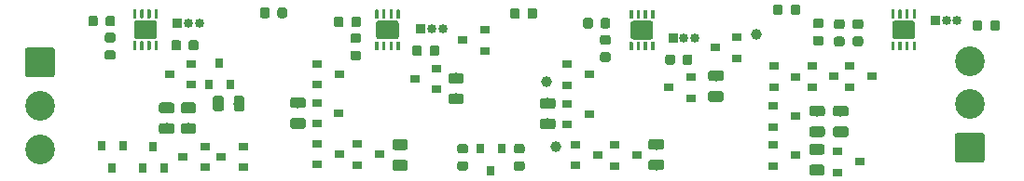
<source format=gbr>
G04 #@! TF.GenerationSoftware,KiCad,Pcbnew,(5.1.2)-2*
G04 #@! TF.CreationDate,2020-01-05T19:11:53-05:00*
G04 #@! TF.ProjectId,AddressableLED,41646472-6573-4736-9162-6c654c45442e,rev?*
G04 #@! TF.SameCoordinates,Original*
G04 #@! TF.FileFunction,Soldermask,Top*
G04 #@! TF.FilePolarity,Negative*
%FSLAX46Y46*%
G04 Gerber Fmt 4.6, Leading zero omitted, Abs format (unit mm)*
G04 Created by KiCad (PCBNEW (5.1.2)-2) date 2020-01-05 19:11:53*
%MOMM*%
%LPD*%
G04 APERTURE LIST*
%ADD10C,0.100000*%
%ADD11C,0.875000*%
%ADD12C,0.300000*%
%ADD13C,1.700000*%
%ADD14C,1.000000*%
%ADD15R,0.800000X0.900000*%
%ADD16R,0.900000X0.800000*%
%ADD17C,0.975000*%
%ADD18O,0.850000X0.850000*%
%ADD19R,0.850000X0.850000*%
%ADD20C,2.700000*%
G04 APERTURE END LIST*
D10*
G36*
X142556391Y-95080853D02*
G01*
X142577626Y-95084003D01*
X142598450Y-95089219D01*
X142618662Y-95096451D01*
X142638068Y-95105630D01*
X142656481Y-95116666D01*
X142673724Y-95129454D01*
X142689630Y-95143870D01*
X142704046Y-95159776D01*
X142716834Y-95177019D01*
X142727870Y-95195432D01*
X142737049Y-95214838D01*
X142744281Y-95235050D01*
X142749497Y-95255874D01*
X142752647Y-95277109D01*
X142753700Y-95298550D01*
X142753700Y-95811050D01*
X142752647Y-95832491D01*
X142749497Y-95853726D01*
X142744281Y-95874550D01*
X142737049Y-95894762D01*
X142727870Y-95914168D01*
X142716834Y-95932581D01*
X142704046Y-95949824D01*
X142689630Y-95965730D01*
X142673724Y-95980146D01*
X142656481Y-95992934D01*
X142638068Y-96003970D01*
X142618662Y-96013149D01*
X142598450Y-96020381D01*
X142577626Y-96025597D01*
X142556391Y-96028747D01*
X142534950Y-96029800D01*
X142097450Y-96029800D01*
X142076009Y-96028747D01*
X142054774Y-96025597D01*
X142033950Y-96020381D01*
X142013738Y-96013149D01*
X141994332Y-96003970D01*
X141975919Y-95992934D01*
X141958676Y-95980146D01*
X141942770Y-95965730D01*
X141928354Y-95949824D01*
X141915566Y-95932581D01*
X141904530Y-95914168D01*
X141895351Y-95894762D01*
X141888119Y-95874550D01*
X141882903Y-95853726D01*
X141879753Y-95832491D01*
X141878700Y-95811050D01*
X141878700Y-95298550D01*
X141879753Y-95277109D01*
X141882903Y-95255874D01*
X141888119Y-95235050D01*
X141895351Y-95214838D01*
X141904530Y-95195432D01*
X141915566Y-95177019D01*
X141928354Y-95159776D01*
X141942770Y-95143870D01*
X141958676Y-95129454D01*
X141975919Y-95116666D01*
X141994332Y-95105630D01*
X142013738Y-95096451D01*
X142033950Y-95089219D01*
X142054774Y-95084003D01*
X142076009Y-95080853D01*
X142097450Y-95079800D01*
X142534950Y-95079800D01*
X142556391Y-95080853D01*
X142556391Y-95080853D01*
G37*
D11*
X142316200Y-95554800D03*
D10*
G36*
X144131391Y-95080853D02*
G01*
X144152626Y-95084003D01*
X144173450Y-95089219D01*
X144193662Y-95096451D01*
X144213068Y-95105630D01*
X144231481Y-95116666D01*
X144248724Y-95129454D01*
X144264630Y-95143870D01*
X144279046Y-95159776D01*
X144291834Y-95177019D01*
X144302870Y-95195432D01*
X144312049Y-95214838D01*
X144319281Y-95235050D01*
X144324497Y-95255874D01*
X144327647Y-95277109D01*
X144328700Y-95298550D01*
X144328700Y-95811050D01*
X144327647Y-95832491D01*
X144324497Y-95853726D01*
X144319281Y-95874550D01*
X144312049Y-95894762D01*
X144302870Y-95914168D01*
X144291834Y-95932581D01*
X144279046Y-95949824D01*
X144264630Y-95965730D01*
X144248724Y-95980146D01*
X144231481Y-95992934D01*
X144213068Y-96003970D01*
X144193662Y-96013149D01*
X144173450Y-96020381D01*
X144152626Y-96025597D01*
X144131391Y-96028747D01*
X144109950Y-96029800D01*
X143672450Y-96029800D01*
X143651009Y-96028747D01*
X143629774Y-96025597D01*
X143608950Y-96020381D01*
X143588738Y-96013149D01*
X143569332Y-96003970D01*
X143550919Y-95992934D01*
X143533676Y-95980146D01*
X143517770Y-95965730D01*
X143503354Y-95949824D01*
X143490566Y-95932581D01*
X143479530Y-95914168D01*
X143470351Y-95894762D01*
X143463119Y-95874550D01*
X143457903Y-95853726D01*
X143454753Y-95832491D01*
X143453700Y-95811050D01*
X143453700Y-95298550D01*
X143454753Y-95277109D01*
X143457903Y-95255874D01*
X143463119Y-95235050D01*
X143470351Y-95214838D01*
X143479530Y-95195432D01*
X143490566Y-95177019D01*
X143503354Y-95159776D01*
X143517770Y-95143870D01*
X143533676Y-95129454D01*
X143550919Y-95116666D01*
X143569332Y-95105630D01*
X143588738Y-95096451D01*
X143608950Y-95089219D01*
X143629774Y-95084003D01*
X143651009Y-95080853D01*
X143672450Y-95079800D01*
X144109950Y-95079800D01*
X144131391Y-95080853D01*
X144131391Y-95080853D01*
G37*
D11*
X143891200Y-95554800D03*
D10*
G36*
X119861291Y-95030053D02*
G01*
X119882526Y-95033203D01*
X119903350Y-95038419D01*
X119923562Y-95045651D01*
X119942968Y-95054830D01*
X119961381Y-95065866D01*
X119978624Y-95078654D01*
X119994530Y-95093070D01*
X120008946Y-95108976D01*
X120021734Y-95126219D01*
X120032770Y-95144632D01*
X120041949Y-95164038D01*
X120049181Y-95184250D01*
X120054397Y-95205074D01*
X120057547Y-95226309D01*
X120058600Y-95247750D01*
X120058600Y-95760250D01*
X120057547Y-95781691D01*
X120054397Y-95802926D01*
X120049181Y-95823750D01*
X120041949Y-95843962D01*
X120032770Y-95863368D01*
X120021734Y-95881781D01*
X120008946Y-95899024D01*
X119994530Y-95914930D01*
X119978624Y-95929346D01*
X119961381Y-95942134D01*
X119942968Y-95953170D01*
X119923562Y-95962349D01*
X119903350Y-95969581D01*
X119882526Y-95974797D01*
X119861291Y-95977947D01*
X119839850Y-95979000D01*
X119402350Y-95979000D01*
X119380909Y-95977947D01*
X119359674Y-95974797D01*
X119338850Y-95969581D01*
X119318638Y-95962349D01*
X119299232Y-95953170D01*
X119280819Y-95942134D01*
X119263576Y-95929346D01*
X119247670Y-95914930D01*
X119233254Y-95899024D01*
X119220466Y-95881781D01*
X119209430Y-95863368D01*
X119200251Y-95843962D01*
X119193019Y-95823750D01*
X119187803Y-95802926D01*
X119184653Y-95781691D01*
X119183600Y-95760250D01*
X119183600Y-95247750D01*
X119184653Y-95226309D01*
X119187803Y-95205074D01*
X119193019Y-95184250D01*
X119200251Y-95164038D01*
X119209430Y-95144632D01*
X119220466Y-95126219D01*
X119233254Y-95108976D01*
X119247670Y-95093070D01*
X119263576Y-95078654D01*
X119280819Y-95065866D01*
X119299232Y-95054830D01*
X119318638Y-95045651D01*
X119338850Y-95038419D01*
X119359674Y-95033203D01*
X119380909Y-95030053D01*
X119402350Y-95029000D01*
X119839850Y-95029000D01*
X119861291Y-95030053D01*
X119861291Y-95030053D01*
G37*
D11*
X119621100Y-95504000D03*
D10*
G36*
X121436291Y-95030053D02*
G01*
X121457526Y-95033203D01*
X121478350Y-95038419D01*
X121498562Y-95045651D01*
X121517968Y-95054830D01*
X121536381Y-95065866D01*
X121553624Y-95078654D01*
X121569530Y-95093070D01*
X121583946Y-95108976D01*
X121596734Y-95126219D01*
X121607770Y-95144632D01*
X121616949Y-95164038D01*
X121624181Y-95184250D01*
X121629397Y-95205074D01*
X121632547Y-95226309D01*
X121633600Y-95247750D01*
X121633600Y-95760250D01*
X121632547Y-95781691D01*
X121629397Y-95802926D01*
X121624181Y-95823750D01*
X121616949Y-95843962D01*
X121607770Y-95863368D01*
X121596734Y-95881781D01*
X121583946Y-95899024D01*
X121569530Y-95914930D01*
X121553624Y-95929346D01*
X121536381Y-95942134D01*
X121517968Y-95953170D01*
X121498562Y-95962349D01*
X121478350Y-95969581D01*
X121457526Y-95974797D01*
X121436291Y-95977947D01*
X121414850Y-95979000D01*
X120977350Y-95979000D01*
X120955909Y-95977947D01*
X120934674Y-95974797D01*
X120913850Y-95969581D01*
X120893638Y-95962349D01*
X120874232Y-95953170D01*
X120855819Y-95942134D01*
X120838576Y-95929346D01*
X120822670Y-95914930D01*
X120808254Y-95899024D01*
X120795466Y-95881781D01*
X120784430Y-95863368D01*
X120775251Y-95843962D01*
X120768019Y-95823750D01*
X120762803Y-95802926D01*
X120759653Y-95781691D01*
X120758600Y-95760250D01*
X120758600Y-95247750D01*
X120759653Y-95226309D01*
X120762803Y-95205074D01*
X120768019Y-95184250D01*
X120775251Y-95164038D01*
X120784430Y-95144632D01*
X120795466Y-95126219D01*
X120808254Y-95108976D01*
X120822670Y-95093070D01*
X120838576Y-95078654D01*
X120855819Y-95065866D01*
X120874232Y-95054830D01*
X120893638Y-95045651D01*
X120913850Y-95038419D01*
X120934674Y-95033203D01*
X120955909Y-95030053D01*
X120977350Y-95029000D01*
X121414850Y-95029000D01*
X121436291Y-95030053D01*
X121436291Y-95030053D01*
G37*
D11*
X121196100Y-95504000D03*
D10*
G36*
X166444991Y-94737953D02*
G01*
X166466226Y-94741103D01*
X166487050Y-94746319D01*
X166507262Y-94753551D01*
X166526668Y-94762730D01*
X166545081Y-94773766D01*
X166562324Y-94786554D01*
X166578230Y-94800970D01*
X166592646Y-94816876D01*
X166605434Y-94834119D01*
X166616470Y-94852532D01*
X166625649Y-94871938D01*
X166632881Y-94892150D01*
X166638097Y-94912974D01*
X166641247Y-94934209D01*
X166642300Y-94955650D01*
X166642300Y-95468150D01*
X166641247Y-95489591D01*
X166638097Y-95510826D01*
X166632881Y-95531650D01*
X166625649Y-95551862D01*
X166616470Y-95571268D01*
X166605434Y-95589681D01*
X166592646Y-95606924D01*
X166578230Y-95622830D01*
X166562324Y-95637246D01*
X166545081Y-95650034D01*
X166526668Y-95661070D01*
X166507262Y-95670249D01*
X166487050Y-95677481D01*
X166466226Y-95682697D01*
X166444991Y-95685847D01*
X166423550Y-95686900D01*
X165986050Y-95686900D01*
X165964609Y-95685847D01*
X165943374Y-95682697D01*
X165922550Y-95677481D01*
X165902338Y-95670249D01*
X165882932Y-95661070D01*
X165864519Y-95650034D01*
X165847276Y-95637246D01*
X165831370Y-95622830D01*
X165816954Y-95606924D01*
X165804166Y-95589681D01*
X165793130Y-95571268D01*
X165783951Y-95551862D01*
X165776719Y-95531650D01*
X165771503Y-95510826D01*
X165768353Y-95489591D01*
X165767300Y-95468150D01*
X165767300Y-94955650D01*
X165768353Y-94934209D01*
X165771503Y-94912974D01*
X165776719Y-94892150D01*
X165783951Y-94871938D01*
X165793130Y-94852532D01*
X165804166Y-94834119D01*
X165816954Y-94816876D01*
X165831370Y-94800970D01*
X165847276Y-94786554D01*
X165864519Y-94773766D01*
X165882932Y-94762730D01*
X165902338Y-94753551D01*
X165922550Y-94746319D01*
X165943374Y-94741103D01*
X165964609Y-94737953D01*
X165986050Y-94736900D01*
X166423550Y-94736900D01*
X166444991Y-94737953D01*
X166444991Y-94737953D01*
G37*
D11*
X166204800Y-95211900D03*
D10*
G36*
X168019991Y-94737953D02*
G01*
X168041226Y-94741103D01*
X168062050Y-94746319D01*
X168082262Y-94753551D01*
X168101668Y-94762730D01*
X168120081Y-94773766D01*
X168137324Y-94786554D01*
X168153230Y-94800970D01*
X168167646Y-94816876D01*
X168180434Y-94834119D01*
X168191470Y-94852532D01*
X168200649Y-94871938D01*
X168207881Y-94892150D01*
X168213097Y-94912974D01*
X168216247Y-94934209D01*
X168217300Y-94955650D01*
X168217300Y-95468150D01*
X168216247Y-95489591D01*
X168213097Y-95510826D01*
X168207881Y-95531650D01*
X168200649Y-95551862D01*
X168191470Y-95571268D01*
X168180434Y-95589681D01*
X168167646Y-95606924D01*
X168153230Y-95622830D01*
X168137324Y-95637246D01*
X168120081Y-95650034D01*
X168101668Y-95661070D01*
X168082262Y-95670249D01*
X168062050Y-95677481D01*
X168041226Y-95682697D01*
X168019991Y-95685847D01*
X167998550Y-95686900D01*
X167561050Y-95686900D01*
X167539609Y-95685847D01*
X167518374Y-95682697D01*
X167497550Y-95677481D01*
X167477338Y-95670249D01*
X167457932Y-95661070D01*
X167439519Y-95650034D01*
X167422276Y-95637246D01*
X167406370Y-95622830D01*
X167391954Y-95606924D01*
X167379166Y-95589681D01*
X167368130Y-95571268D01*
X167358951Y-95551862D01*
X167351719Y-95531650D01*
X167346503Y-95510826D01*
X167343353Y-95489591D01*
X167342300Y-95468150D01*
X167342300Y-94955650D01*
X167343353Y-94934209D01*
X167346503Y-94912974D01*
X167351719Y-94892150D01*
X167358951Y-94871938D01*
X167368130Y-94852532D01*
X167379166Y-94834119D01*
X167391954Y-94816876D01*
X167406370Y-94800970D01*
X167422276Y-94786554D01*
X167439519Y-94773766D01*
X167457932Y-94762730D01*
X167477338Y-94753551D01*
X167497550Y-94746319D01*
X167518374Y-94741103D01*
X167539609Y-94737953D01*
X167561050Y-94736900D01*
X167998550Y-94736900D01*
X168019991Y-94737953D01*
X168019991Y-94737953D01*
G37*
D11*
X167779800Y-95211900D03*
D10*
G36*
X186130191Y-96173053D02*
G01*
X186151426Y-96176203D01*
X186172250Y-96181419D01*
X186192462Y-96188651D01*
X186211868Y-96197830D01*
X186230281Y-96208866D01*
X186247524Y-96221654D01*
X186263430Y-96236070D01*
X186277846Y-96251976D01*
X186290634Y-96269219D01*
X186301670Y-96287632D01*
X186310849Y-96307038D01*
X186318081Y-96327250D01*
X186323297Y-96348074D01*
X186326447Y-96369309D01*
X186327500Y-96390750D01*
X186327500Y-96903250D01*
X186326447Y-96924691D01*
X186323297Y-96945926D01*
X186318081Y-96966750D01*
X186310849Y-96986962D01*
X186301670Y-97006368D01*
X186290634Y-97024781D01*
X186277846Y-97042024D01*
X186263430Y-97057930D01*
X186247524Y-97072346D01*
X186230281Y-97085134D01*
X186211868Y-97096170D01*
X186192462Y-97105349D01*
X186172250Y-97112581D01*
X186151426Y-97117797D01*
X186130191Y-97120947D01*
X186108750Y-97122000D01*
X185671250Y-97122000D01*
X185649809Y-97120947D01*
X185628574Y-97117797D01*
X185607750Y-97112581D01*
X185587538Y-97105349D01*
X185568132Y-97096170D01*
X185549719Y-97085134D01*
X185532476Y-97072346D01*
X185516570Y-97057930D01*
X185502154Y-97042024D01*
X185489366Y-97024781D01*
X185478330Y-97006368D01*
X185469151Y-96986962D01*
X185461919Y-96966750D01*
X185456703Y-96945926D01*
X185453553Y-96924691D01*
X185452500Y-96903250D01*
X185452500Y-96390750D01*
X185453553Y-96369309D01*
X185456703Y-96348074D01*
X185461919Y-96327250D01*
X185469151Y-96307038D01*
X185478330Y-96287632D01*
X185489366Y-96269219D01*
X185502154Y-96251976D01*
X185516570Y-96236070D01*
X185532476Y-96221654D01*
X185549719Y-96208866D01*
X185568132Y-96197830D01*
X185587538Y-96188651D01*
X185607750Y-96181419D01*
X185628574Y-96176203D01*
X185649809Y-96173053D01*
X185671250Y-96172000D01*
X186108750Y-96172000D01*
X186130191Y-96173053D01*
X186130191Y-96173053D01*
G37*
D11*
X185890000Y-96647000D03*
D10*
G36*
X184555191Y-96173053D02*
G01*
X184576426Y-96176203D01*
X184597250Y-96181419D01*
X184617462Y-96188651D01*
X184636868Y-96197830D01*
X184655281Y-96208866D01*
X184672524Y-96221654D01*
X184688430Y-96236070D01*
X184702846Y-96251976D01*
X184715634Y-96269219D01*
X184726670Y-96287632D01*
X184735849Y-96307038D01*
X184743081Y-96327250D01*
X184748297Y-96348074D01*
X184751447Y-96369309D01*
X184752500Y-96390750D01*
X184752500Y-96903250D01*
X184751447Y-96924691D01*
X184748297Y-96945926D01*
X184743081Y-96966750D01*
X184735849Y-96986962D01*
X184726670Y-97006368D01*
X184715634Y-97024781D01*
X184702846Y-97042024D01*
X184688430Y-97057930D01*
X184672524Y-97072346D01*
X184655281Y-97085134D01*
X184636868Y-97096170D01*
X184617462Y-97105349D01*
X184597250Y-97112581D01*
X184576426Y-97117797D01*
X184555191Y-97120947D01*
X184533750Y-97122000D01*
X184096250Y-97122000D01*
X184074809Y-97120947D01*
X184053574Y-97117797D01*
X184032750Y-97112581D01*
X184012538Y-97105349D01*
X183993132Y-97096170D01*
X183974719Y-97085134D01*
X183957476Y-97072346D01*
X183941570Y-97057930D01*
X183927154Y-97042024D01*
X183914366Y-97024781D01*
X183903330Y-97006368D01*
X183894151Y-96986962D01*
X183886919Y-96966750D01*
X183881703Y-96945926D01*
X183878553Y-96924691D01*
X183877500Y-96903250D01*
X183877500Y-96390750D01*
X183878553Y-96369309D01*
X183881703Y-96348074D01*
X183886919Y-96327250D01*
X183894151Y-96307038D01*
X183903330Y-96287632D01*
X183914366Y-96269219D01*
X183927154Y-96251976D01*
X183941570Y-96236070D01*
X183957476Y-96221654D01*
X183974719Y-96208866D01*
X183993132Y-96197830D01*
X184012538Y-96188651D01*
X184032750Y-96181419D01*
X184053574Y-96176203D01*
X184074809Y-96173053D01*
X184096250Y-96172000D01*
X184533750Y-96172000D01*
X184555191Y-96173053D01*
X184555191Y-96173053D01*
G37*
D11*
X184315000Y-96647000D03*
D10*
G36*
X109830851Y-98085161D02*
G01*
X109838132Y-98086241D01*
X109845271Y-98088029D01*
X109852201Y-98090509D01*
X109858855Y-98093656D01*
X109865168Y-98097440D01*
X109871079Y-98101824D01*
X109876533Y-98106767D01*
X109881476Y-98112221D01*
X109885860Y-98118132D01*
X109889644Y-98124445D01*
X109892791Y-98131099D01*
X109895271Y-98138029D01*
X109897059Y-98145168D01*
X109898139Y-98152449D01*
X109898500Y-98159800D01*
X109898500Y-98809800D01*
X109898139Y-98817151D01*
X109897059Y-98824432D01*
X109895271Y-98831571D01*
X109892791Y-98838501D01*
X109889644Y-98845155D01*
X109885860Y-98851468D01*
X109881476Y-98857379D01*
X109876533Y-98862833D01*
X109871079Y-98867776D01*
X109865168Y-98872160D01*
X109858855Y-98875944D01*
X109852201Y-98879091D01*
X109845271Y-98881571D01*
X109838132Y-98883359D01*
X109830851Y-98884439D01*
X109823500Y-98884800D01*
X109673500Y-98884800D01*
X109666149Y-98884439D01*
X109658868Y-98883359D01*
X109651729Y-98881571D01*
X109644799Y-98879091D01*
X109638145Y-98875944D01*
X109631832Y-98872160D01*
X109625921Y-98867776D01*
X109620467Y-98862833D01*
X109615524Y-98857379D01*
X109611140Y-98851468D01*
X109607356Y-98845155D01*
X109604209Y-98838501D01*
X109601729Y-98831571D01*
X109599941Y-98824432D01*
X109598861Y-98817151D01*
X109598500Y-98809800D01*
X109598500Y-98159800D01*
X109598861Y-98152449D01*
X109599941Y-98145168D01*
X109601729Y-98138029D01*
X109604209Y-98131099D01*
X109607356Y-98124445D01*
X109611140Y-98118132D01*
X109615524Y-98112221D01*
X109620467Y-98106767D01*
X109625921Y-98101824D01*
X109631832Y-98097440D01*
X109638145Y-98093656D01*
X109644799Y-98090509D01*
X109651729Y-98088029D01*
X109658868Y-98086241D01*
X109666149Y-98085161D01*
X109673500Y-98084800D01*
X109823500Y-98084800D01*
X109830851Y-98085161D01*
X109830851Y-98085161D01*
G37*
D12*
X109748500Y-98484800D03*
D10*
G36*
X109180851Y-98085161D02*
G01*
X109188132Y-98086241D01*
X109195271Y-98088029D01*
X109202201Y-98090509D01*
X109208855Y-98093656D01*
X109215168Y-98097440D01*
X109221079Y-98101824D01*
X109226533Y-98106767D01*
X109231476Y-98112221D01*
X109235860Y-98118132D01*
X109239644Y-98124445D01*
X109242791Y-98131099D01*
X109245271Y-98138029D01*
X109247059Y-98145168D01*
X109248139Y-98152449D01*
X109248500Y-98159800D01*
X109248500Y-98809800D01*
X109248139Y-98817151D01*
X109247059Y-98824432D01*
X109245271Y-98831571D01*
X109242791Y-98838501D01*
X109239644Y-98845155D01*
X109235860Y-98851468D01*
X109231476Y-98857379D01*
X109226533Y-98862833D01*
X109221079Y-98867776D01*
X109215168Y-98872160D01*
X109208855Y-98875944D01*
X109202201Y-98879091D01*
X109195271Y-98881571D01*
X109188132Y-98883359D01*
X109180851Y-98884439D01*
X109173500Y-98884800D01*
X109023500Y-98884800D01*
X109016149Y-98884439D01*
X109008868Y-98883359D01*
X109001729Y-98881571D01*
X108994799Y-98879091D01*
X108988145Y-98875944D01*
X108981832Y-98872160D01*
X108975921Y-98867776D01*
X108970467Y-98862833D01*
X108965524Y-98857379D01*
X108961140Y-98851468D01*
X108957356Y-98845155D01*
X108954209Y-98838501D01*
X108951729Y-98831571D01*
X108949941Y-98824432D01*
X108948861Y-98817151D01*
X108948500Y-98809800D01*
X108948500Y-98159800D01*
X108948861Y-98152449D01*
X108949941Y-98145168D01*
X108951729Y-98138029D01*
X108954209Y-98131099D01*
X108957356Y-98124445D01*
X108961140Y-98118132D01*
X108965524Y-98112221D01*
X108970467Y-98106767D01*
X108975921Y-98101824D01*
X108981832Y-98097440D01*
X108988145Y-98093656D01*
X108994799Y-98090509D01*
X109001729Y-98088029D01*
X109008868Y-98086241D01*
X109016149Y-98085161D01*
X109023500Y-98084800D01*
X109173500Y-98084800D01*
X109180851Y-98085161D01*
X109180851Y-98085161D01*
G37*
D12*
X109098500Y-98484800D03*
D10*
G36*
X108530851Y-98085161D02*
G01*
X108538132Y-98086241D01*
X108545271Y-98088029D01*
X108552201Y-98090509D01*
X108558855Y-98093656D01*
X108565168Y-98097440D01*
X108571079Y-98101824D01*
X108576533Y-98106767D01*
X108581476Y-98112221D01*
X108585860Y-98118132D01*
X108589644Y-98124445D01*
X108592791Y-98131099D01*
X108595271Y-98138029D01*
X108597059Y-98145168D01*
X108598139Y-98152449D01*
X108598500Y-98159800D01*
X108598500Y-98809800D01*
X108598139Y-98817151D01*
X108597059Y-98824432D01*
X108595271Y-98831571D01*
X108592791Y-98838501D01*
X108589644Y-98845155D01*
X108585860Y-98851468D01*
X108581476Y-98857379D01*
X108576533Y-98862833D01*
X108571079Y-98867776D01*
X108565168Y-98872160D01*
X108558855Y-98875944D01*
X108552201Y-98879091D01*
X108545271Y-98881571D01*
X108538132Y-98883359D01*
X108530851Y-98884439D01*
X108523500Y-98884800D01*
X108373500Y-98884800D01*
X108366149Y-98884439D01*
X108358868Y-98883359D01*
X108351729Y-98881571D01*
X108344799Y-98879091D01*
X108338145Y-98875944D01*
X108331832Y-98872160D01*
X108325921Y-98867776D01*
X108320467Y-98862833D01*
X108315524Y-98857379D01*
X108311140Y-98851468D01*
X108307356Y-98845155D01*
X108304209Y-98838501D01*
X108301729Y-98831571D01*
X108299941Y-98824432D01*
X108298861Y-98817151D01*
X108298500Y-98809800D01*
X108298500Y-98159800D01*
X108298861Y-98152449D01*
X108299941Y-98145168D01*
X108301729Y-98138029D01*
X108304209Y-98131099D01*
X108307356Y-98124445D01*
X108311140Y-98118132D01*
X108315524Y-98112221D01*
X108320467Y-98106767D01*
X108325921Y-98101824D01*
X108331832Y-98097440D01*
X108338145Y-98093656D01*
X108344799Y-98090509D01*
X108351729Y-98088029D01*
X108358868Y-98086241D01*
X108366149Y-98085161D01*
X108373500Y-98084800D01*
X108523500Y-98084800D01*
X108530851Y-98085161D01*
X108530851Y-98085161D01*
G37*
D12*
X108448500Y-98484800D03*
D10*
G36*
X107880851Y-98085161D02*
G01*
X107888132Y-98086241D01*
X107895271Y-98088029D01*
X107902201Y-98090509D01*
X107908855Y-98093656D01*
X107915168Y-98097440D01*
X107921079Y-98101824D01*
X107926533Y-98106767D01*
X107931476Y-98112221D01*
X107935860Y-98118132D01*
X107939644Y-98124445D01*
X107942791Y-98131099D01*
X107945271Y-98138029D01*
X107947059Y-98145168D01*
X107948139Y-98152449D01*
X107948500Y-98159800D01*
X107948500Y-98809800D01*
X107948139Y-98817151D01*
X107947059Y-98824432D01*
X107945271Y-98831571D01*
X107942791Y-98838501D01*
X107939644Y-98845155D01*
X107935860Y-98851468D01*
X107931476Y-98857379D01*
X107926533Y-98862833D01*
X107921079Y-98867776D01*
X107915168Y-98872160D01*
X107908855Y-98875944D01*
X107902201Y-98879091D01*
X107895271Y-98881571D01*
X107888132Y-98883359D01*
X107880851Y-98884439D01*
X107873500Y-98884800D01*
X107723500Y-98884800D01*
X107716149Y-98884439D01*
X107708868Y-98883359D01*
X107701729Y-98881571D01*
X107694799Y-98879091D01*
X107688145Y-98875944D01*
X107681832Y-98872160D01*
X107675921Y-98867776D01*
X107670467Y-98862833D01*
X107665524Y-98857379D01*
X107661140Y-98851468D01*
X107657356Y-98845155D01*
X107654209Y-98838501D01*
X107651729Y-98831571D01*
X107649941Y-98824432D01*
X107648861Y-98817151D01*
X107648500Y-98809800D01*
X107648500Y-98159800D01*
X107648861Y-98152449D01*
X107649941Y-98145168D01*
X107651729Y-98138029D01*
X107654209Y-98131099D01*
X107657356Y-98124445D01*
X107661140Y-98118132D01*
X107665524Y-98112221D01*
X107670467Y-98106767D01*
X107675921Y-98101824D01*
X107681832Y-98097440D01*
X107688145Y-98093656D01*
X107694799Y-98090509D01*
X107701729Y-98088029D01*
X107708868Y-98086241D01*
X107716149Y-98085161D01*
X107723500Y-98084800D01*
X107873500Y-98084800D01*
X107880851Y-98085161D01*
X107880851Y-98085161D01*
G37*
D12*
X107798500Y-98484800D03*
D10*
G36*
X107880851Y-95185161D02*
G01*
X107888132Y-95186241D01*
X107895271Y-95188029D01*
X107902201Y-95190509D01*
X107908855Y-95193656D01*
X107915168Y-95197440D01*
X107921079Y-95201824D01*
X107926533Y-95206767D01*
X107931476Y-95212221D01*
X107935860Y-95218132D01*
X107939644Y-95224445D01*
X107942791Y-95231099D01*
X107945271Y-95238029D01*
X107947059Y-95245168D01*
X107948139Y-95252449D01*
X107948500Y-95259800D01*
X107948500Y-95909800D01*
X107948139Y-95917151D01*
X107947059Y-95924432D01*
X107945271Y-95931571D01*
X107942791Y-95938501D01*
X107939644Y-95945155D01*
X107935860Y-95951468D01*
X107931476Y-95957379D01*
X107926533Y-95962833D01*
X107921079Y-95967776D01*
X107915168Y-95972160D01*
X107908855Y-95975944D01*
X107902201Y-95979091D01*
X107895271Y-95981571D01*
X107888132Y-95983359D01*
X107880851Y-95984439D01*
X107873500Y-95984800D01*
X107723500Y-95984800D01*
X107716149Y-95984439D01*
X107708868Y-95983359D01*
X107701729Y-95981571D01*
X107694799Y-95979091D01*
X107688145Y-95975944D01*
X107681832Y-95972160D01*
X107675921Y-95967776D01*
X107670467Y-95962833D01*
X107665524Y-95957379D01*
X107661140Y-95951468D01*
X107657356Y-95945155D01*
X107654209Y-95938501D01*
X107651729Y-95931571D01*
X107649941Y-95924432D01*
X107648861Y-95917151D01*
X107648500Y-95909800D01*
X107648500Y-95259800D01*
X107648861Y-95252449D01*
X107649941Y-95245168D01*
X107651729Y-95238029D01*
X107654209Y-95231099D01*
X107657356Y-95224445D01*
X107661140Y-95218132D01*
X107665524Y-95212221D01*
X107670467Y-95206767D01*
X107675921Y-95201824D01*
X107681832Y-95197440D01*
X107688145Y-95193656D01*
X107694799Y-95190509D01*
X107701729Y-95188029D01*
X107708868Y-95186241D01*
X107716149Y-95185161D01*
X107723500Y-95184800D01*
X107873500Y-95184800D01*
X107880851Y-95185161D01*
X107880851Y-95185161D01*
G37*
D12*
X107798500Y-95584800D03*
D10*
G36*
X108530851Y-95185161D02*
G01*
X108538132Y-95186241D01*
X108545271Y-95188029D01*
X108552201Y-95190509D01*
X108558855Y-95193656D01*
X108565168Y-95197440D01*
X108571079Y-95201824D01*
X108576533Y-95206767D01*
X108581476Y-95212221D01*
X108585860Y-95218132D01*
X108589644Y-95224445D01*
X108592791Y-95231099D01*
X108595271Y-95238029D01*
X108597059Y-95245168D01*
X108598139Y-95252449D01*
X108598500Y-95259800D01*
X108598500Y-95909800D01*
X108598139Y-95917151D01*
X108597059Y-95924432D01*
X108595271Y-95931571D01*
X108592791Y-95938501D01*
X108589644Y-95945155D01*
X108585860Y-95951468D01*
X108581476Y-95957379D01*
X108576533Y-95962833D01*
X108571079Y-95967776D01*
X108565168Y-95972160D01*
X108558855Y-95975944D01*
X108552201Y-95979091D01*
X108545271Y-95981571D01*
X108538132Y-95983359D01*
X108530851Y-95984439D01*
X108523500Y-95984800D01*
X108373500Y-95984800D01*
X108366149Y-95984439D01*
X108358868Y-95983359D01*
X108351729Y-95981571D01*
X108344799Y-95979091D01*
X108338145Y-95975944D01*
X108331832Y-95972160D01*
X108325921Y-95967776D01*
X108320467Y-95962833D01*
X108315524Y-95957379D01*
X108311140Y-95951468D01*
X108307356Y-95945155D01*
X108304209Y-95938501D01*
X108301729Y-95931571D01*
X108299941Y-95924432D01*
X108298861Y-95917151D01*
X108298500Y-95909800D01*
X108298500Y-95259800D01*
X108298861Y-95252449D01*
X108299941Y-95245168D01*
X108301729Y-95238029D01*
X108304209Y-95231099D01*
X108307356Y-95224445D01*
X108311140Y-95218132D01*
X108315524Y-95212221D01*
X108320467Y-95206767D01*
X108325921Y-95201824D01*
X108331832Y-95197440D01*
X108338145Y-95193656D01*
X108344799Y-95190509D01*
X108351729Y-95188029D01*
X108358868Y-95186241D01*
X108366149Y-95185161D01*
X108373500Y-95184800D01*
X108523500Y-95184800D01*
X108530851Y-95185161D01*
X108530851Y-95185161D01*
G37*
D12*
X108448500Y-95584800D03*
D10*
G36*
X109180851Y-95185161D02*
G01*
X109188132Y-95186241D01*
X109195271Y-95188029D01*
X109202201Y-95190509D01*
X109208855Y-95193656D01*
X109215168Y-95197440D01*
X109221079Y-95201824D01*
X109226533Y-95206767D01*
X109231476Y-95212221D01*
X109235860Y-95218132D01*
X109239644Y-95224445D01*
X109242791Y-95231099D01*
X109245271Y-95238029D01*
X109247059Y-95245168D01*
X109248139Y-95252449D01*
X109248500Y-95259800D01*
X109248500Y-95909800D01*
X109248139Y-95917151D01*
X109247059Y-95924432D01*
X109245271Y-95931571D01*
X109242791Y-95938501D01*
X109239644Y-95945155D01*
X109235860Y-95951468D01*
X109231476Y-95957379D01*
X109226533Y-95962833D01*
X109221079Y-95967776D01*
X109215168Y-95972160D01*
X109208855Y-95975944D01*
X109202201Y-95979091D01*
X109195271Y-95981571D01*
X109188132Y-95983359D01*
X109180851Y-95984439D01*
X109173500Y-95984800D01*
X109023500Y-95984800D01*
X109016149Y-95984439D01*
X109008868Y-95983359D01*
X109001729Y-95981571D01*
X108994799Y-95979091D01*
X108988145Y-95975944D01*
X108981832Y-95972160D01*
X108975921Y-95967776D01*
X108970467Y-95962833D01*
X108965524Y-95957379D01*
X108961140Y-95951468D01*
X108957356Y-95945155D01*
X108954209Y-95938501D01*
X108951729Y-95931571D01*
X108949941Y-95924432D01*
X108948861Y-95917151D01*
X108948500Y-95909800D01*
X108948500Y-95259800D01*
X108948861Y-95252449D01*
X108949941Y-95245168D01*
X108951729Y-95238029D01*
X108954209Y-95231099D01*
X108957356Y-95224445D01*
X108961140Y-95218132D01*
X108965524Y-95212221D01*
X108970467Y-95206767D01*
X108975921Y-95201824D01*
X108981832Y-95197440D01*
X108988145Y-95193656D01*
X108994799Y-95190509D01*
X109001729Y-95188029D01*
X109008868Y-95186241D01*
X109016149Y-95185161D01*
X109023500Y-95184800D01*
X109173500Y-95184800D01*
X109180851Y-95185161D01*
X109180851Y-95185161D01*
G37*
D12*
X109098500Y-95584800D03*
D10*
G36*
X109830851Y-95185161D02*
G01*
X109838132Y-95186241D01*
X109845271Y-95188029D01*
X109852201Y-95190509D01*
X109858855Y-95193656D01*
X109865168Y-95197440D01*
X109871079Y-95201824D01*
X109876533Y-95206767D01*
X109881476Y-95212221D01*
X109885860Y-95218132D01*
X109889644Y-95224445D01*
X109892791Y-95231099D01*
X109895271Y-95238029D01*
X109897059Y-95245168D01*
X109898139Y-95252449D01*
X109898500Y-95259800D01*
X109898500Y-95909800D01*
X109898139Y-95917151D01*
X109897059Y-95924432D01*
X109895271Y-95931571D01*
X109892791Y-95938501D01*
X109889644Y-95945155D01*
X109885860Y-95951468D01*
X109881476Y-95957379D01*
X109876533Y-95962833D01*
X109871079Y-95967776D01*
X109865168Y-95972160D01*
X109858855Y-95975944D01*
X109852201Y-95979091D01*
X109845271Y-95981571D01*
X109838132Y-95983359D01*
X109830851Y-95984439D01*
X109823500Y-95984800D01*
X109673500Y-95984800D01*
X109666149Y-95984439D01*
X109658868Y-95983359D01*
X109651729Y-95981571D01*
X109644799Y-95979091D01*
X109638145Y-95975944D01*
X109631832Y-95972160D01*
X109625921Y-95967776D01*
X109620467Y-95962833D01*
X109615524Y-95957379D01*
X109611140Y-95951468D01*
X109607356Y-95945155D01*
X109604209Y-95938501D01*
X109601729Y-95931571D01*
X109599941Y-95924432D01*
X109598861Y-95917151D01*
X109598500Y-95909800D01*
X109598500Y-95259800D01*
X109598861Y-95252449D01*
X109599941Y-95245168D01*
X109601729Y-95238029D01*
X109604209Y-95231099D01*
X109607356Y-95224445D01*
X109611140Y-95218132D01*
X109615524Y-95212221D01*
X109620467Y-95206767D01*
X109625921Y-95201824D01*
X109631832Y-95197440D01*
X109638145Y-95193656D01*
X109644799Y-95190509D01*
X109651729Y-95188029D01*
X109658868Y-95186241D01*
X109666149Y-95185161D01*
X109673500Y-95184800D01*
X109823500Y-95184800D01*
X109830851Y-95185161D01*
X109830851Y-95185161D01*
G37*
D12*
X109748500Y-95584800D03*
D10*
G36*
X109573004Y-96186004D02*
G01*
X109597273Y-96189604D01*
X109621071Y-96195565D01*
X109644171Y-96203830D01*
X109666349Y-96214320D01*
X109687393Y-96226933D01*
X109707098Y-96241547D01*
X109725277Y-96258023D01*
X109741753Y-96276202D01*
X109756367Y-96295907D01*
X109768980Y-96316951D01*
X109779470Y-96339129D01*
X109787735Y-96362229D01*
X109793696Y-96386027D01*
X109797296Y-96410296D01*
X109798500Y-96434800D01*
X109798500Y-97634800D01*
X109797296Y-97659304D01*
X109793696Y-97683573D01*
X109787735Y-97707371D01*
X109779470Y-97730471D01*
X109768980Y-97752649D01*
X109756367Y-97773693D01*
X109741753Y-97793398D01*
X109725277Y-97811577D01*
X109707098Y-97828053D01*
X109687393Y-97842667D01*
X109666349Y-97855280D01*
X109644171Y-97865770D01*
X109621071Y-97874035D01*
X109597273Y-97879996D01*
X109573004Y-97883596D01*
X109548500Y-97884800D01*
X107998500Y-97884800D01*
X107973996Y-97883596D01*
X107949727Y-97879996D01*
X107925929Y-97874035D01*
X107902829Y-97865770D01*
X107880651Y-97855280D01*
X107859607Y-97842667D01*
X107839902Y-97828053D01*
X107821723Y-97811577D01*
X107805247Y-97793398D01*
X107790633Y-97773693D01*
X107778020Y-97752649D01*
X107767530Y-97730471D01*
X107759265Y-97707371D01*
X107753304Y-97683573D01*
X107749704Y-97659304D01*
X107748500Y-97634800D01*
X107748500Y-96434800D01*
X107749704Y-96410296D01*
X107753304Y-96386027D01*
X107759265Y-96362229D01*
X107767530Y-96339129D01*
X107778020Y-96316951D01*
X107790633Y-96295907D01*
X107805247Y-96276202D01*
X107821723Y-96258023D01*
X107839902Y-96241547D01*
X107859607Y-96226933D01*
X107880651Y-96214320D01*
X107902829Y-96203830D01*
X107925929Y-96195565D01*
X107949727Y-96189604D01*
X107973996Y-96186004D01*
X107998500Y-96184800D01*
X109548500Y-96184800D01*
X109573004Y-96186004D01*
X109573004Y-96186004D01*
G37*
D13*
X108773500Y-97034800D03*
D10*
G36*
X131803851Y-98103761D02*
G01*
X131811132Y-98104841D01*
X131818271Y-98106629D01*
X131825201Y-98109109D01*
X131831855Y-98112256D01*
X131838168Y-98116040D01*
X131844079Y-98120424D01*
X131849533Y-98125367D01*
X131854476Y-98130821D01*
X131858860Y-98136732D01*
X131862644Y-98143045D01*
X131865791Y-98149699D01*
X131868271Y-98156629D01*
X131870059Y-98163768D01*
X131871139Y-98171049D01*
X131871500Y-98178400D01*
X131871500Y-98828400D01*
X131871139Y-98835751D01*
X131870059Y-98843032D01*
X131868271Y-98850171D01*
X131865791Y-98857101D01*
X131862644Y-98863755D01*
X131858860Y-98870068D01*
X131854476Y-98875979D01*
X131849533Y-98881433D01*
X131844079Y-98886376D01*
X131838168Y-98890760D01*
X131831855Y-98894544D01*
X131825201Y-98897691D01*
X131818271Y-98900171D01*
X131811132Y-98901959D01*
X131803851Y-98903039D01*
X131796500Y-98903400D01*
X131646500Y-98903400D01*
X131639149Y-98903039D01*
X131631868Y-98901959D01*
X131624729Y-98900171D01*
X131617799Y-98897691D01*
X131611145Y-98894544D01*
X131604832Y-98890760D01*
X131598921Y-98886376D01*
X131593467Y-98881433D01*
X131588524Y-98875979D01*
X131584140Y-98870068D01*
X131580356Y-98863755D01*
X131577209Y-98857101D01*
X131574729Y-98850171D01*
X131572941Y-98843032D01*
X131571861Y-98835751D01*
X131571500Y-98828400D01*
X131571500Y-98178400D01*
X131571861Y-98171049D01*
X131572941Y-98163768D01*
X131574729Y-98156629D01*
X131577209Y-98149699D01*
X131580356Y-98143045D01*
X131584140Y-98136732D01*
X131588524Y-98130821D01*
X131593467Y-98125367D01*
X131598921Y-98120424D01*
X131604832Y-98116040D01*
X131611145Y-98112256D01*
X131617799Y-98109109D01*
X131624729Y-98106629D01*
X131631868Y-98104841D01*
X131639149Y-98103761D01*
X131646500Y-98103400D01*
X131796500Y-98103400D01*
X131803851Y-98103761D01*
X131803851Y-98103761D01*
G37*
D12*
X131721500Y-98503400D03*
D10*
G36*
X131153851Y-98103761D02*
G01*
X131161132Y-98104841D01*
X131168271Y-98106629D01*
X131175201Y-98109109D01*
X131181855Y-98112256D01*
X131188168Y-98116040D01*
X131194079Y-98120424D01*
X131199533Y-98125367D01*
X131204476Y-98130821D01*
X131208860Y-98136732D01*
X131212644Y-98143045D01*
X131215791Y-98149699D01*
X131218271Y-98156629D01*
X131220059Y-98163768D01*
X131221139Y-98171049D01*
X131221500Y-98178400D01*
X131221500Y-98828400D01*
X131221139Y-98835751D01*
X131220059Y-98843032D01*
X131218271Y-98850171D01*
X131215791Y-98857101D01*
X131212644Y-98863755D01*
X131208860Y-98870068D01*
X131204476Y-98875979D01*
X131199533Y-98881433D01*
X131194079Y-98886376D01*
X131188168Y-98890760D01*
X131181855Y-98894544D01*
X131175201Y-98897691D01*
X131168271Y-98900171D01*
X131161132Y-98901959D01*
X131153851Y-98903039D01*
X131146500Y-98903400D01*
X130996500Y-98903400D01*
X130989149Y-98903039D01*
X130981868Y-98901959D01*
X130974729Y-98900171D01*
X130967799Y-98897691D01*
X130961145Y-98894544D01*
X130954832Y-98890760D01*
X130948921Y-98886376D01*
X130943467Y-98881433D01*
X130938524Y-98875979D01*
X130934140Y-98870068D01*
X130930356Y-98863755D01*
X130927209Y-98857101D01*
X130924729Y-98850171D01*
X130922941Y-98843032D01*
X130921861Y-98835751D01*
X130921500Y-98828400D01*
X130921500Y-98178400D01*
X130921861Y-98171049D01*
X130922941Y-98163768D01*
X130924729Y-98156629D01*
X130927209Y-98149699D01*
X130930356Y-98143045D01*
X130934140Y-98136732D01*
X130938524Y-98130821D01*
X130943467Y-98125367D01*
X130948921Y-98120424D01*
X130954832Y-98116040D01*
X130961145Y-98112256D01*
X130967799Y-98109109D01*
X130974729Y-98106629D01*
X130981868Y-98104841D01*
X130989149Y-98103761D01*
X130996500Y-98103400D01*
X131146500Y-98103400D01*
X131153851Y-98103761D01*
X131153851Y-98103761D01*
G37*
D12*
X131071500Y-98503400D03*
D10*
G36*
X130503851Y-98103761D02*
G01*
X130511132Y-98104841D01*
X130518271Y-98106629D01*
X130525201Y-98109109D01*
X130531855Y-98112256D01*
X130538168Y-98116040D01*
X130544079Y-98120424D01*
X130549533Y-98125367D01*
X130554476Y-98130821D01*
X130558860Y-98136732D01*
X130562644Y-98143045D01*
X130565791Y-98149699D01*
X130568271Y-98156629D01*
X130570059Y-98163768D01*
X130571139Y-98171049D01*
X130571500Y-98178400D01*
X130571500Y-98828400D01*
X130571139Y-98835751D01*
X130570059Y-98843032D01*
X130568271Y-98850171D01*
X130565791Y-98857101D01*
X130562644Y-98863755D01*
X130558860Y-98870068D01*
X130554476Y-98875979D01*
X130549533Y-98881433D01*
X130544079Y-98886376D01*
X130538168Y-98890760D01*
X130531855Y-98894544D01*
X130525201Y-98897691D01*
X130518271Y-98900171D01*
X130511132Y-98901959D01*
X130503851Y-98903039D01*
X130496500Y-98903400D01*
X130346500Y-98903400D01*
X130339149Y-98903039D01*
X130331868Y-98901959D01*
X130324729Y-98900171D01*
X130317799Y-98897691D01*
X130311145Y-98894544D01*
X130304832Y-98890760D01*
X130298921Y-98886376D01*
X130293467Y-98881433D01*
X130288524Y-98875979D01*
X130284140Y-98870068D01*
X130280356Y-98863755D01*
X130277209Y-98857101D01*
X130274729Y-98850171D01*
X130272941Y-98843032D01*
X130271861Y-98835751D01*
X130271500Y-98828400D01*
X130271500Y-98178400D01*
X130271861Y-98171049D01*
X130272941Y-98163768D01*
X130274729Y-98156629D01*
X130277209Y-98149699D01*
X130280356Y-98143045D01*
X130284140Y-98136732D01*
X130288524Y-98130821D01*
X130293467Y-98125367D01*
X130298921Y-98120424D01*
X130304832Y-98116040D01*
X130311145Y-98112256D01*
X130317799Y-98109109D01*
X130324729Y-98106629D01*
X130331868Y-98104841D01*
X130339149Y-98103761D01*
X130346500Y-98103400D01*
X130496500Y-98103400D01*
X130503851Y-98103761D01*
X130503851Y-98103761D01*
G37*
D12*
X130421500Y-98503400D03*
D10*
G36*
X129853851Y-98103761D02*
G01*
X129861132Y-98104841D01*
X129868271Y-98106629D01*
X129875201Y-98109109D01*
X129881855Y-98112256D01*
X129888168Y-98116040D01*
X129894079Y-98120424D01*
X129899533Y-98125367D01*
X129904476Y-98130821D01*
X129908860Y-98136732D01*
X129912644Y-98143045D01*
X129915791Y-98149699D01*
X129918271Y-98156629D01*
X129920059Y-98163768D01*
X129921139Y-98171049D01*
X129921500Y-98178400D01*
X129921500Y-98828400D01*
X129921139Y-98835751D01*
X129920059Y-98843032D01*
X129918271Y-98850171D01*
X129915791Y-98857101D01*
X129912644Y-98863755D01*
X129908860Y-98870068D01*
X129904476Y-98875979D01*
X129899533Y-98881433D01*
X129894079Y-98886376D01*
X129888168Y-98890760D01*
X129881855Y-98894544D01*
X129875201Y-98897691D01*
X129868271Y-98900171D01*
X129861132Y-98901959D01*
X129853851Y-98903039D01*
X129846500Y-98903400D01*
X129696500Y-98903400D01*
X129689149Y-98903039D01*
X129681868Y-98901959D01*
X129674729Y-98900171D01*
X129667799Y-98897691D01*
X129661145Y-98894544D01*
X129654832Y-98890760D01*
X129648921Y-98886376D01*
X129643467Y-98881433D01*
X129638524Y-98875979D01*
X129634140Y-98870068D01*
X129630356Y-98863755D01*
X129627209Y-98857101D01*
X129624729Y-98850171D01*
X129622941Y-98843032D01*
X129621861Y-98835751D01*
X129621500Y-98828400D01*
X129621500Y-98178400D01*
X129621861Y-98171049D01*
X129622941Y-98163768D01*
X129624729Y-98156629D01*
X129627209Y-98149699D01*
X129630356Y-98143045D01*
X129634140Y-98136732D01*
X129638524Y-98130821D01*
X129643467Y-98125367D01*
X129648921Y-98120424D01*
X129654832Y-98116040D01*
X129661145Y-98112256D01*
X129667799Y-98109109D01*
X129674729Y-98106629D01*
X129681868Y-98104841D01*
X129689149Y-98103761D01*
X129696500Y-98103400D01*
X129846500Y-98103400D01*
X129853851Y-98103761D01*
X129853851Y-98103761D01*
G37*
D12*
X129771500Y-98503400D03*
D10*
G36*
X129853851Y-95203761D02*
G01*
X129861132Y-95204841D01*
X129868271Y-95206629D01*
X129875201Y-95209109D01*
X129881855Y-95212256D01*
X129888168Y-95216040D01*
X129894079Y-95220424D01*
X129899533Y-95225367D01*
X129904476Y-95230821D01*
X129908860Y-95236732D01*
X129912644Y-95243045D01*
X129915791Y-95249699D01*
X129918271Y-95256629D01*
X129920059Y-95263768D01*
X129921139Y-95271049D01*
X129921500Y-95278400D01*
X129921500Y-95928400D01*
X129921139Y-95935751D01*
X129920059Y-95943032D01*
X129918271Y-95950171D01*
X129915791Y-95957101D01*
X129912644Y-95963755D01*
X129908860Y-95970068D01*
X129904476Y-95975979D01*
X129899533Y-95981433D01*
X129894079Y-95986376D01*
X129888168Y-95990760D01*
X129881855Y-95994544D01*
X129875201Y-95997691D01*
X129868271Y-96000171D01*
X129861132Y-96001959D01*
X129853851Y-96003039D01*
X129846500Y-96003400D01*
X129696500Y-96003400D01*
X129689149Y-96003039D01*
X129681868Y-96001959D01*
X129674729Y-96000171D01*
X129667799Y-95997691D01*
X129661145Y-95994544D01*
X129654832Y-95990760D01*
X129648921Y-95986376D01*
X129643467Y-95981433D01*
X129638524Y-95975979D01*
X129634140Y-95970068D01*
X129630356Y-95963755D01*
X129627209Y-95957101D01*
X129624729Y-95950171D01*
X129622941Y-95943032D01*
X129621861Y-95935751D01*
X129621500Y-95928400D01*
X129621500Y-95278400D01*
X129621861Y-95271049D01*
X129622941Y-95263768D01*
X129624729Y-95256629D01*
X129627209Y-95249699D01*
X129630356Y-95243045D01*
X129634140Y-95236732D01*
X129638524Y-95230821D01*
X129643467Y-95225367D01*
X129648921Y-95220424D01*
X129654832Y-95216040D01*
X129661145Y-95212256D01*
X129667799Y-95209109D01*
X129674729Y-95206629D01*
X129681868Y-95204841D01*
X129689149Y-95203761D01*
X129696500Y-95203400D01*
X129846500Y-95203400D01*
X129853851Y-95203761D01*
X129853851Y-95203761D01*
G37*
D12*
X129771500Y-95603400D03*
D10*
G36*
X130503851Y-95203761D02*
G01*
X130511132Y-95204841D01*
X130518271Y-95206629D01*
X130525201Y-95209109D01*
X130531855Y-95212256D01*
X130538168Y-95216040D01*
X130544079Y-95220424D01*
X130549533Y-95225367D01*
X130554476Y-95230821D01*
X130558860Y-95236732D01*
X130562644Y-95243045D01*
X130565791Y-95249699D01*
X130568271Y-95256629D01*
X130570059Y-95263768D01*
X130571139Y-95271049D01*
X130571500Y-95278400D01*
X130571500Y-95928400D01*
X130571139Y-95935751D01*
X130570059Y-95943032D01*
X130568271Y-95950171D01*
X130565791Y-95957101D01*
X130562644Y-95963755D01*
X130558860Y-95970068D01*
X130554476Y-95975979D01*
X130549533Y-95981433D01*
X130544079Y-95986376D01*
X130538168Y-95990760D01*
X130531855Y-95994544D01*
X130525201Y-95997691D01*
X130518271Y-96000171D01*
X130511132Y-96001959D01*
X130503851Y-96003039D01*
X130496500Y-96003400D01*
X130346500Y-96003400D01*
X130339149Y-96003039D01*
X130331868Y-96001959D01*
X130324729Y-96000171D01*
X130317799Y-95997691D01*
X130311145Y-95994544D01*
X130304832Y-95990760D01*
X130298921Y-95986376D01*
X130293467Y-95981433D01*
X130288524Y-95975979D01*
X130284140Y-95970068D01*
X130280356Y-95963755D01*
X130277209Y-95957101D01*
X130274729Y-95950171D01*
X130272941Y-95943032D01*
X130271861Y-95935751D01*
X130271500Y-95928400D01*
X130271500Y-95278400D01*
X130271861Y-95271049D01*
X130272941Y-95263768D01*
X130274729Y-95256629D01*
X130277209Y-95249699D01*
X130280356Y-95243045D01*
X130284140Y-95236732D01*
X130288524Y-95230821D01*
X130293467Y-95225367D01*
X130298921Y-95220424D01*
X130304832Y-95216040D01*
X130311145Y-95212256D01*
X130317799Y-95209109D01*
X130324729Y-95206629D01*
X130331868Y-95204841D01*
X130339149Y-95203761D01*
X130346500Y-95203400D01*
X130496500Y-95203400D01*
X130503851Y-95203761D01*
X130503851Y-95203761D01*
G37*
D12*
X130421500Y-95603400D03*
D10*
G36*
X131153851Y-95203761D02*
G01*
X131161132Y-95204841D01*
X131168271Y-95206629D01*
X131175201Y-95209109D01*
X131181855Y-95212256D01*
X131188168Y-95216040D01*
X131194079Y-95220424D01*
X131199533Y-95225367D01*
X131204476Y-95230821D01*
X131208860Y-95236732D01*
X131212644Y-95243045D01*
X131215791Y-95249699D01*
X131218271Y-95256629D01*
X131220059Y-95263768D01*
X131221139Y-95271049D01*
X131221500Y-95278400D01*
X131221500Y-95928400D01*
X131221139Y-95935751D01*
X131220059Y-95943032D01*
X131218271Y-95950171D01*
X131215791Y-95957101D01*
X131212644Y-95963755D01*
X131208860Y-95970068D01*
X131204476Y-95975979D01*
X131199533Y-95981433D01*
X131194079Y-95986376D01*
X131188168Y-95990760D01*
X131181855Y-95994544D01*
X131175201Y-95997691D01*
X131168271Y-96000171D01*
X131161132Y-96001959D01*
X131153851Y-96003039D01*
X131146500Y-96003400D01*
X130996500Y-96003400D01*
X130989149Y-96003039D01*
X130981868Y-96001959D01*
X130974729Y-96000171D01*
X130967799Y-95997691D01*
X130961145Y-95994544D01*
X130954832Y-95990760D01*
X130948921Y-95986376D01*
X130943467Y-95981433D01*
X130938524Y-95975979D01*
X130934140Y-95970068D01*
X130930356Y-95963755D01*
X130927209Y-95957101D01*
X130924729Y-95950171D01*
X130922941Y-95943032D01*
X130921861Y-95935751D01*
X130921500Y-95928400D01*
X130921500Y-95278400D01*
X130921861Y-95271049D01*
X130922941Y-95263768D01*
X130924729Y-95256629D01*
X130927209Y-95249699D01*
X130930356Y-95243045D01*
X130934140Y-95236732D01*
X130938524Y-95230821D01*
X130943467Y-95225367D01*
X130948921Y-95220424D01*
X130954832Y-95216040D01*
X130961145Y-95212256D01*
X130967799Y-95209109D01*
X130974729Y-95206629D01*
X130981868Y-95204841D01*
X130989149Y-95203761D01*
X130996500Y-95203400D01*
X131146500Y-95203400D01*
X131153851Y-95203761D01*
X131153851Y-95203761D01*
G37*
D12*
X131071500Y-95603400D03*
D10*
G36*
X131803851Y-95203761D02*
G01*
X131811132Y-95204841D01*
X131818271Y-95206629D01*
X131825201Y-95209109D01*
X131831855Y-95212256D01*
X131838168Y-95216040D01*
X131844079Y-95220424D01*
X131849533Y-95225367D01*
X131854476Y-95230821D01*
X131858860Y-95236732D01*
X131862644Y-95243045D01*
X131865791Y-95249699D01*
X131868271Y-95256629D01*
X131870059Y-95263768D01*
X131871139Y-95271049D01*
X131871500Y-95278400D01*
X131871500Y-95928400D01*
X131871139Y-95935751D01*
X131870059Y-95943032D01*
X131868271Y-95950171D01*
X131865791Y-95957101D01*
X131862644Y-95963755D01*
X131858860Y-95970068D01*
X131854476Y-95975979D01*
X131849533Y-95981433D01*
X131844079Y-95986376D01*
X131838168Y-95990760D01*
X131831855Y-95994544D01*
X131825201Y-95997691D01*
X131818271Y-96000171D01*
X131811132Y-96001959D01*
X131803851Y-96003039D01*
X131796500Y-96003400D01*
X131646500Y-96003400D01*
X131639149Y-96003039D01*
X131631868Y-96001959D01*
X131624729Y-96000171D01*
X131617799Y-95997691D01*
X131611145Y-95994544D01*
X131604832Y-95990760D01*
X131598921Y-95986376D01*
X131593467Y-95981433D01*
X131588524Y-95975979D01*
X131584140Y-95970068D01*
X131580356Y-95963755D01*
X131577209Y-95957101D01*
X131574729Y-95950171D01*
X131572941Y-95943032D01*
X131571861Y-95935751D01*
X131571500Y-95928400D01*
X131571500Y-95278400D01*
X131571861Y-95271049D01*
X131572941Y-95263768D01*
X131574729Y-95256629D01*
X131577209Y-95249699D01*
X131580356Y-95243045D01*
X131584140Y-95236732D01*
X131588524Y-95230821D01*
X131593467Y-95225367D01*
X131598921Y-95220424D01*
X131604832Y-95216040D01*
X131611145Y-95212256D01*
X131617799Y-95209109D01*
X131624729Y-95206629D01*
X131631868Y-95204841D01*
X131639149Y-95203761D01*
X131646500Y-95203400D01*
X131796500Y-95203400D01*
X131803851Y-95203761D01*
X131803851Y-95203761D01*
G37*
D12*
X131721500Y-95603400D03*
D10*
G36*
X131546004Y-96204604D02*
G01*
X131570273Y-96208204D01*
X131594071Y-96214165D01*
X131617171Y-96222430D01*
X131639349Y-96232920D01*
X131660393Y-96245533D01*
X131680098Y-96260147D01*
X131698277Y-96276623D01*
X131714753Y-96294802D01*
X131729367Y-96314507D01*
X131741980Y-96335551D01*
X131752470Y-96357729D01*
X131760735Y-96380829D01*
X131766696Y-96404627D01*
X131770296Y-96428896D01*
X131771500Y-96453400D01*
X131771500Y-97653400D01*
X131770296Y-97677904D01*
X131766696Y-97702173D01*
X131760735Y-97725971D01*
X131752470Y-97749071D01*
X131741980Y-97771249D01*
X131729367Y-97792293D01*
X131714753Y-97811998D01*
X131698277Y-97830177D01*
X131680098Y-97846653D01*
X131660393Y-97861267D01*
X131639349Y-97873880D01*
X131617171Y-97884370D01*
X131594071Y-97892635D01*
X131570273Y-97898596D01*
X131546004Y-97902196D01*
X131521500Y-97903400D01*
X129971500Y-97903400D01*
X129946996Y-97902196D01*
X129922727Y-97898596D01*
X129898929Y-97892635D01*
X129875829Y-97884370D01*
X129853651Y-97873880D01*
X129832607Y-97861267D01*
X129812902Y-97846653D01*
X129794723Y-97830177D01*
X129778247Y-97811998D01*
X129763633Y-97792293D01*
X129751020Y-97771249D01*
X129740530Y-97749071D01*
X129732265Y-97725971D01*
X129726304Y-97702173D01*
X129722704Y-97677904D01*
X129721500Y-97653400D01*
X129721500Y-96453400D01*
X129722704Y-96428896D01*
X129726304Y-96404627D01*
X129732265Y-96380829D01*
X129740530Y-96357729D01*
X129751020Y-96335551D01*
X129763633Y-96314507D01*
X129778247Y-96294802D01*
X129794723Y-96276623D01*
X129812902Y-96260147D01*
X129832607Y-96245533D01*
X129853651Y-96232920D01*
X129875829Y-96222430D01*
X129898929Y-96214165D01*
X129922727Y-96208204D01*
X129946996Y-96204604D01*
X129971500Y-96203400D01*
X131521500Y-96203400D01*
X131546004Y-96204604D01*
X131546004Y-96204604D01*
G37*
D13*
X130746500Y-97053400D03*
D10*
G36*
X154905151Y-98129161D02*
G01*
X154912432Y-98130241D01*
X154919571Y-98132029D01*
X154926501Y-98134509D01*
X154933155Y-98137656D01*
X154939468Y-98141440D01*
X154945379Y-98145824D01*
X154950833Y-98150767D01*
X154955776Y-98156221D01*
X154960160Y-98162132D01*
X154963944Y-98168445D01*
X154967091Y-98175099D01*
X154969571Y-98182029D01*
X154971359Y-98189168D01*
X154972439Y-98196449D01*
X154972800Y-98203800D01*
X154972800Y-98853800D01*
X154972439Y-98861151D01*
X154971359Y-98868432D01*
X154969571Y-98875571D01*
X154967091Y-98882501D01*
X154963944Y-98889155D01*
X154960160Y-98895468D01*
X154955776Y-98901379D01*
X154950833Y-98906833D01*
X154945379Y-98911776D01*
X154939468Y-98916160D01*
X154933155Y-98919944D01*
X154926501Y-98923091D01*
X154919571Y-98925571D01*
X154912432Y-98927359D01*
X154905151Y-98928439D01*
X154897800Y-98928800D01*
X154747800Y-98928800D01*
X154740449Y-98928439D01*
X154733168Y-98927359D01*
X154726029Y-98925571D01*
X154719099Y-98923091D01*
X154712445Y-98919944D01*
X154706132Y-98916160D01*
X154700221Y-98911776D01*
X154694767Y-98906833D01*
X154689824Y-98901379D01*
X154685440Y-98895468D01*
X154681656Y-98889155D01*
X154678509Y-98882501D01*
X154676029Y-98875571D01*
X154674241Y-98868432D01*
X154673161Y-98861151D01*
X154672800Y-98853800D01*
X154672800Y-98203800D01*
X154673161Y-98196449D01*
X154674241Y-98189168D01*
X154676029Y-98182029D01*
X154678509Y-98175099D01*
X154681656Y-98168445D01*
X154685440Y-98162132D01*
X154689824Y-98156221D01*
X154694767Y-98150767D01*
X154700221Y-98145824D01*
X154706132Y-98141440D01*
X154712445Y-98137656D01*
X154719099Y-98134509D01*
X154726029Y-98132029D01*
X154733168Y-98130241D01*
X154740449Y-98129161D01*
X154747800Y-98128800D01*
X154897800Y-98128800D01*
X154905151Y-98129161D01*
X154905151Y-98129161D01*
G37*
D12*
X154822800Y-98528800D03*
D10*
G36*
X154255151Y-98129161D02*
G01*
X154262432Y-98130241D01*
X154269571Y-98132029D01*
X154276501Y-98134509D01*
X154283155Y-98137656D01*
X154289468Y-98141440D01*
X154295379Y-98145824D01*
X154300833Y-98150767D01*
X154305776Y-98156221D01*
X154310160Y-98162132D01*
X154313944Y-98168445D01*
X154317091Y-98175099D01*
X154319571Y-98182029D01*
X154321359Y-98189168D01*
X154322439Y-98196449D01*
X154322800Y-98203800D01*
X154322800Y-98853800D01*
X154322439Y-98861151D01*
X154321359Y-98868432D01*
X154319571Y-98875571D01*
X154317091Y-98882501D01*
X154313944Y-98889155D01*
X154310160Y-98895468D01*
X154305776Y-98901379D01*
X154300833Y-98906833D01*
X154295379Y-98911776D01*
X154289468Y-98916160D01*
X154283155Y-98919944D01*
X154276501Y-98923091D01*
X154269571Y-98925571D01*
X154262432Y-98927359D01*
X154255151Y-98928439D01*
X154247800Y-98928800D01*
X154097800Y-98928800D01*
X154090449Y-98928439D01*
X154083168Y-98927359D01*
X154076029Y-98925571D01*
X154069099Y-98923091D01*
X154062445Y-98919944D01*
X154056132Y-98916160D01*
X154050221Y-98911776D01*
X154044767Y-98906833D01*
X154039824Y-98901379D01*
X154035440Y-98895468D01*
X154031656Y-98889155D01*
X154028509Y-98882501D01*
X154026029Y-98875571D01*
X154024241Y-98868432D01*
X154023161Y-98861151D01*
X154022800Y-98853800D01*
X154022800Y-98203800D01*
X154023161Y-98196449D01*
X154024241Y-98189168D01*
X154026029Y-98182029D01*
X154028509Y-98175099D01*
X154031656Y-98168445D01*
X154035440Y-98162132D01*
X154039824Y-98156221D01*
X154044767Y-98150767D01*
X154050221Y-98145824D01*
X154056132Y-98141440D01*
X154062445Y-98137656D01*
X154069099Y-98134509D01*
X154076029Y-98132029D01*
X154083168Y-98130241D01*
X154090449Y-98129161D01*
X154097800Y-98128800D01*
X154247800Y-98128800D01*
X154255151Y-98129161D01*
X154255151Y-98129161D01*
G37*
D12*
X154172800Y-98528800D03*
D10*
G36*
X153605151Y-98129161D02*
G01*
X153612432Y-98130241D01*
X153619571Y-98132029D01*
X153626501Y-98134509D01*
X153633155Y-98137656D01*
X153639468Y-98141440D01*
X153645379Y-98145824D01*
X153650833Y-98150767D01*
X153655776Y-98156221D01*
X153660160Y-98162132D01*
X153663944Y-98168445D01*
X153667091Y-98175099D01*
X153669571Y-98182029D01*
X153671359Y-98189168D01*
X153672439Y-98196449D01*
X153672800Y-98203800D01*
X153672800Y-98853800D01*
X153672439Y-98861151D01*
X153671359Y-98868432D01*
X153669571Y-98875571D01*
X153667091Y-98882501D01*
X153663944Y-98889155D01*
X153660160Y-98895468D01*
X153655776Y-98901379D01*
X153650833Y-98906833D01*
X153645379Y-98911776D01*
X153639468Y-98916160D01*
X153633155Y-98919944D01*
X153626501Y-98923091D01*
X153619571Y-98925571D01*
X153612432Y-98927359D01*
X153605151Y-98928439D01*
X153597800Y-98928800D01*
X153447800Y-98928800D01*
X153440449Y-98928439D01*
X153433168Y-98927359D01*
X153426029Y-98925571D01*
X153419099Y-98923091D01*
X153412445Y-98919944D01*
X153406132Y-98916160D01*
X153400221Y-98911776D01*
X153394767Y-98906833D01*
X153389824Y-98901379D01*
X153385440Y-98895468D01*
X153381656Y-98889155D01*
X153378509Y-98882501D01*
X153376029Y-98875571D01*
X153374241Y-98868432D01*
X153373161Y-98861151D01*
X153372800Y-98853800D01*
X153372800Y-98203800D01*
X153373161Y-98196449D01*
X153374241Y-98189168D01*
X153376029Y-98182029D01*
X153378509Y-98175099D01*
X153381656Y-98168445D01*
X153385440Y-98162132D01*
X153389824Y-98156221D01*
X153394767Y-98150767D01*
X153400221Y-98145824D01*
X153406132Y-98141440D01*
X153412445Y-98137656D01*
X153419099Y-98134509D01*
X153426029Y-98132029D01*
X153433168Y-98130241D01*
X153440449Y-98129161D01*
X153447800Y-98128800D01*
X153597800Y-98128800D01*
X153605151Y-98129161D01*
X153605151Y-98129161D01*
G37*
D12*
X153522800Y-98528800D03*
D10*
G36*
X152955151Y-98129161D02*
G01*
X152962432Y-98130241D01*
X152969571Y-98132029D01*
X152976501Y-98134509D01*
X152983155Y-98137656D01*
X152989468Y-98141440D01*
X152995379Y-98145824D01*
X153000833Y-98150767D01*
X153005776Y-98156221D01*
X153010160Y-98162132D01*
X153013944Y-98168445D01*
X153017091Y-98175099D01*
X153019571Y-98182029D01*
X153021359Y-98189168D01*
X153022439Y-98196449D01*
X153022800Y-98203800D01*
X153022800Y-98853800D01*
X153022439Y-98861151D01*
X153021359Y-98868432D01*
X153019571Y-98875571D01*
X153017091Y-98882501D01*
X153013944Y-98889155D01*
X153010160Y-98895468D01*
X153005776Y-98901379D01*
X153000833Y-98906833D01*
X152995379Y-98911776D01*
X152989468Y-98916160D01*
X152983155Y-98919944D01*
X152976501Y-98923091D01*
X152969571Y-98925571D01*
X152962432Y-98927359D01*
X152955151Y-98928439D01*
X152947800Y-98928800D01*
X152797800Y-98928800D01*
X152790449Y-98928439D01*
X152783168Y-98927359D01*
X152776029Y-98925571D01*
X152769099Y-98923091D01*
X152762445Y-98919944D01*
X152756132Y-98916160D01*
X152750221Y-98911776D01*
X152744767Y-98906833D01*
X152739824Y-98901379D01*
X152735440Y-98895468D01*
X152731656Y-98889155D01*
X152728509Y-98882501D01*
X152726029Y-98875571D01*
X152724241Y-98868432D01*
X152723161Y-98861151D01*
X152722800Y-98853800D01*
X152722800Y-98203800D01*
X152723161Y-98196449D01*
X152724241Y-98189168D01*
X152726029Y-98182029D01*
X152728509Y-98175099D01*
X152731656Y-98168445D01*
X152735440Y-98162132D01*
X152739824Y-98156221D01*
X152744767Y-98150767D01*
X152750221Y-98145824D01*
X152756132Y-98141440D01*
X152762445Y-98137656D01*
X152769099Y-98134509D01*
X152776029Y-98132029D01*
X152783168Y-98130241D01*
X152790449Y-98129161D01*
X152797800Y-98128800D01*
X152947800Y-98128800D01*
X152955151Y-98129161D01*
X152955151Y-98129161D01*
G37*
D12*
X152872800Y-98528800D03*
D10*
G36*
X152955151Y-95229161D02*
G01*
X152962432Y-95230241D01*
X152969571Y-95232029D01*
X152976501Y-95234509D01*
X152983155Y-95237656D01*
X152989468Y-95241440D01*
X152995379Y-95245824D01*
X153000833Y-95250767D01*
X153005776Y-95256221D01*
X153010160Y-95262132D01*
X153013944Y-95268445D01*
X153017091Y-95275099D01*
X153019571Y-95282029D01*
X153021359Y-95289168D01*
X153022439Y-95296449D01*
X153022800Y-95303800D01*
X153022800Y-95953800D01*
X153022439Y-95961151D01*
X153021359Y-95968432D01*
X153019571Y-95975571D01*
X153017091Y-95982501D01*
X153013944Y-95989155D01*
X153010160Y-95995468D01*
X153005776Y-96001379D01*
X153000833Y-96006833D01*
X152995379Y-96011776D01*
X152989468Y-96016160D01*
X152983155Y-96019944D01*
X152976501Y-96023091D01*
X152969571Y-96025571D01*
X152962432Y-96027359D01*
X152955151Y-96028439D01*
X152947800Y-96028800D01*
X152797800Y-96028800D01*
X152790449Y-96028439D01*
X152783168Y-96027359D01*
X152776029Y-96025571D01*
X152769099Y-96023091D01*
X152762445Y-96019944D01*
X152756132Y-96016160D01*
X152750221Y-96011776D01*
X152744767Y-96006833D01*
X152739824Y-96001379D01*
X152735440Y-95995468D01*
X152731656Y-95989155D01*
X152728509Y-95982501D01*
X152726029Y-95975571D01*
X152724241Y-95968432D01*
X152723161Y-95961151D01*
X152722800Y-95953800D01*
X152722800Y-95303800D01*
X152723161Y-95296449D01*
X152724241Y-95289168D01*
X152726029Y-95282029D01*
X152728509Y-95275099D01*
X152731656Y-95268445D01*
X152735440Y-95262132D01*
X152739824Y-95256221D01*
X152744767Y-95250767D01*
X152750221Y-95245824D01*
X152756132Y-95241440D01*
X152762445Y-95237656D01*
X152769099Y-95234509D01*
X152776029Y-95232029D01*
X152783168Y-95230241D01*
X152790449Y-95229161D01*
X152797800Y-95228800D01*
X152947800Y-95228800D01*
X152955151Y-95229161D01*
X152955151Y-95229161D01*
G37*
D12*
X152872800Y-95628800D03*
D10*
G36*
X153605151Y-95229161D02*
G01*
X153612432Y-95230241D01*
X153619571Y-95232029D01*
X153626501Y-95234509D01*
X153633155Y-95237656D01*
X153639468Y-95241440D01*
X153645379Y-95245824D01*
X153650833Y-95250767D01*
X153655776Y-95256221D01*
X153660160Y-95262132D01*
X153663944Y-95268445D01*
X153667091Y-95275099D01*
X153669571Y-95282029D01*
X153671359Y-95289168D01*
X153672439Y-95296449D01*
X153672800Y-95303800D01*
X153672800Y-95953800D01*
X153672439Y-95961151D01*
X153671359Y-95968432D01*
X153669571Y-95975571D01*
X153667091Y-95982501D01*
X153663944Y-95989155D01*
X153660160Y-95995468D01*
X153655776Y-96001379D01*
X153650833Y-96006833D01*
X153645379Y-96011776D01*
X153639468Y-96016160D01*
X153633155Y-96019944D01*
X153626501Y-96023091D01*
X153619571Y-96025571D01*
X153612432Y-96027359D01*
X153605151Y-96028439D01*
X153597800Y-96028800D01*
X153447800Y-96028800D01*
X153440449Y-96028439D01*
X153433168Y-96027359D01*
X153426029Y-96025571D01*
X153419099Y-96023091D01*
X153412445Y-96019944D01*
X153406132Y-96016160D01*
X153400221Y-96011776D01*
X153394767Y-96006833D01*
X153389824Y-96001379D01*
X153385440Y-95995468D01*
X153381656Y-95989155D01*
X153378509Y-95982501D01*
X153376029Y-95975571D01*
X153374241Y-95968432D01*
X153373161Y-95961151D01*
X153372800Y-95953800D01*
X153372800Y-95303800D01*
X153373161Y-95296449D01*
X153374241Y-95289168D01*
X153376029Y-95282029D01*
X153378509Y-95275099D01*
X153381656Y-95268445D01*
X153385440Y-95262132D01*
X153389824Y-95256221D01*
X153394767Y-95250767D01*
X153400221Y-95245824D01*
X153406132Y-95241440D01*
X153412445Y-95237656D01*
X153419099Y-95234509D01*
X153426029Y-95232029D01*
X153433168Y-95230241D01*
X153440449Y-95229161D01*
X153447800Y-95228800D01*
X153597800Y-95228800D01*
X153605151Y-95229161D01*
X153605151Y-95229161D01*
G37*
D12*
X153522800Y-95628800D03*
D10*
G36*
X154255151Y-95229161D02*
G01*
X154262432Y-95230241D01*
X154269571Y-95232029D01*
X154276501Y-95234509D01*
X154283155Y-95237656D01*
X154289468Y-95241440D01*
X154295379Y-95245824D01*
X154300833Y-95250767D01*
X154305776Y-95256221D01*
X154310160Y-95262132D01*
X154313944Y-95268445D01*
X154317091Y-95275099D01*
X154319571Y-95282029D01*
X154321359Y-95289168D01*
X154322439Y-95296449D01*
X154322800Y-95303800D01*
X154322800Y-95953800D01*
X154322439Y-95961151D01*
X154321359Y-95968432D01*
X154319571Y-95975571D01*
X154317091Y-95982501D01*
X154313944Y-95989155D01*
X154310160Y-95995468D01*
X154305776Y-96001379D01*
X154300833Y-96006833D01*
X154295379Y-96011776D01*
X154289468Y-96016160D01*
X154283155Y-96019944D01*
X154276501Y-96023091D01*
X154269571Y-96025571D01*
X154262432Y-96027359D01*
X154255151Y-96028439D01*
X154247800Y-96028800D01*
X154097800Y-96028800D01*
X154090449Y-96028439D01*
X154083168Y-96027359D01*
X154076029Y-96025571D01*
X154069099Y-96023091D01*
X154062445Y-96019944D01*
X154056132Y-96016160D01*
X154050221Y-96011776D01*
X154044767Y-96006833D01*
X154039824Y-96001379D01*
X154035440Y-95995468D01*
X154031656Y-95989155D01*
X154028509Y-95982501D01*
X154026029Y-95975571D01*
X154024241Y-95968432D01*
X154023161Y-95961151D01*
X154022800Y-95953800D01*
X154022800Y-95303800D01*
X154023161Y-95296449D01*
X154024241Y-95289168D01*
X154026029Y-95282029D01*
X154028509Y-95275099D01*
X154031656Y-95268445D01*
X154035440Y-95262132D01*
X154039824Y-95256221D01*
X154044767Y-95250767D01*
X154050221Y-95245824D01*
X154056132Y-95241440D01*
X154062445Y-95237656D01*
X154069099Y-95234509D01*
X154076029Y-95232029D01*
X154083168Y-95230241D01*
X154090449Y-95229161D01*
X154097800Y-95228800D01*
X154247800Y-95228800D01*
X154255151Y-95229161D01*
X154255151Y-95229161D01*
G37*
D12*
X154172800Y-95628800D03*
D10*
G36*
X154905151Y-95229161D02*
G01*
X154912432Y-95230241D01*
X154919571Y-95232029D01*
X154926501Y-95234509D01*
X154933155Y-95237656D01*
X154939468Y-95241440D01*
X154945379Y-95245824D01*
X154950833Y-95250767D01*
X154955776Y-95256221D01*
X154960160Y-95262132D01*
X154963944Y-95268445D01*
X154967091Y-95275099D01*
X154969571Y-95282029D01*
X154971359Y-95289168D01*
X154972439Y-95296449D01*
X154972800Y-95303800D01*
X154972800Y-95953800D01*
X154972439Y-95961151D01*
X154971359Y-95968432D01*
X154969571Y-95975571D01*
X154967091Y-95982501D01*
X154963944Y-95989155D01*
X154960160Y-95995468D01*
X154955776Y-96001379D01*
X154950833Y-96006833D01*
X154945379Y-96011776D01*
X154939468Y-96016160D01*
X154933155Y-96019944D01*
X154926501Y-96023091D01*
X154919571Y-96025571D01*
X154912432Y-96027359D01*
X154905151Y-96028439D01*
X154897800Y-96028800D01*
X154747800Y-96028800D01*
X154740449Y-96028439D01*
X154733168Y-96027359D01*
X154726029Y-96025571D01*
X154719099Y-96023091D01*
X154712445Y-96019944D01*
X154706132Y-96016160D01*
X154700221Y-96011776D01*
X154694767Y-96006833D01*
X154689824Y-96001379D01*
X154685440Y-95995468D01*
X154681656Y-95989155D01*
X154678509Y-95982501D01*
X154676029Y-95975571D01*
X154674241Y-95968432D01*
X154673161Y-95961151D01*
X154672800Y-95953800D01*
X154672800Y-95303800D01*
X154673161Y-95296449D01*
X154674241Y-95289168D01*
X154676029Y-95282029D01*
X154678509Y-95275099D01*
X154681656Y-95268445D01*
X154685440Y-95262132D01*
X154689824Y-95256221D01*
X154694767Y-95250767D01*
X154700221Y-95245824D01*
X154706132Y-95241440D01*
X154712445Y-95237656D01*
X154719099Y-95234509D01*
X154726029Y-95232029D01*
X154733168Y-95230241D01*
X154740449Y-95229161D01*
X154747800Y-95228800D01*
X154897800Y-95228800D01*
X154905151Y-95229161D01*
X154905151Y-95229161D01*
G37*
D12*
X154822800Y-95628800D03*
D10*
G36*
X154647304Y-96230004D02*
G01*
X154671573Y-96233604D01*
X154695371Y-96239565D01*
X154718471Y-96247830D01*
X154740649Y-96258320D01*
X154761693Y-96270933D01*
X154781398Y-96285547D01*
X154799577Y-96302023D01*
X154816053Y-96320202D01*
X154830667Y-96339907D01*
X154843280Y-96360951D01*
X154853770Y-96383129D01*
X154862035Y-96406229D01*
X154867996Y-96430027D01*
X154871596Y-96454296D01*
X154872800Y-96478800D01*
X154872800Y-97678800D01*
X154871596Y-97703304D01*
X154867996Y-97727573D01*
X154862035Y-97751371D01*
X154853770Y-97774471D01*
X154843280Y-97796649D01*
X154830667Y-97817693D01*
X154816053Y-97837398D01*
X154799577Y-97855577D01*
X154781398Y-97872053D01*
X154761693Y-97886667D01*
X154740649Y-97899280D01*
X154718471Y-97909770D01*
X154695371Y-97918035D01*
X154671573Y-97923996D01*
X154647304Y-97927596D01*
X154622800Y-97928800D01*
X153072800Y-97928800D01*
X153048296Y-97927596D01*
X153024027Y-97923996D01*
X153000229Y-97918035D01*
X152977129Y-97909770D01*
X152954951Y-97899280D01*
X152933907Y-97886667D01*
X152914202Y-97872053D01*
X152896023Y-97855577D01*
X152879547Y-97837398D01*
X152864933Y-97817693D01*
X152852320Y-97796649D01*
X152841830Y-97774471D01*
X152833565Y-97751371D01*
X152827604Y-97727573D01*
X152824004Y-97703304D01*
X152822800Y-97678800D01*
X152822800Y-96478800D01*
X152824004Y-96454296D01*
X152827604Y-96430027D01*
X152833565Y-96406229D01*
X152841830Y-96383129D01*
X152852320Y-96360951D01*
X152864933Y-96339907D01*
X152879547Y-96320202D01*
X152896023Y-96302023D01*
X152914202Y-96285547D01*
X152933907Y-96270933D01*
X152954951Y-96258320D01*
X152977129Y-96247830D01*
X153000229Y-96239565D01*
X153024027Y-96233604D01*
X153048296Y-96230004D01*
X153072800Y-96228800D01*
X154622800Y-96228800D01*
X154647304Y-96230004D01*
X154647304Y-96230004D01*
G37*
D13*
X153847800Y-97078800D03*
D10*
G36*
X178654151Y-98103761D02*
G01*
X178661432Y-98104841D01*
X178668571Y-98106629D01*
X178675501Y-98109109D01*
X178682155Y-98112256D01*
X178688468Y-98116040D01*
X178694379Y-98120424D01*
X178699833Y-98125367D01*
X178704776Y-98130821D01*
X178709160Y-98136732D01*
X178712944Y-98143045D01*
X178716091Y-98149699D01*
X178718571Y-98156629D01*
X178720359Y-98163768D01*
X178721439Y-98171049D01*
X178721800Y-98178400D01*
X178721800Y-98828400D01*
X178721439Y-98835751D01*
X178720359Y-98843032D01*
X178718571Y-98850171D01*
X178716091Y-98857101D01*
X178712944Y-98863755D01*
X178709160Y-98870068D01*
X178704776Y-98875979D01*
X178699833Y-98881433D01*
X178694379Y-98886376D01*
X178688468Y-98890760D01*
X178682155Y-98894544D01*
X178675501Y-98897691D01*
X178668571Y-98900171D01*
X178661432Y-98901959D01*
X178654151Y-98903039D01*
X178646800Y-98903400D01*
X178496800Y-98903400D01*
X178489449Y-98903039D01*
X178482168Y-98901959D01*
X178475029Y-98900171D01*
X178468099Y-98897691D01*
X178461445Y-98894544D01*
X178455132Y-98890760D01*
X178449221Y-98886376D01*
X178443767Y-98881433D01*
X178438824Y-98875979D01*
X178434440Y-98870068D01*
X178430656Y-98863755D01*
X178427509Y-98857101D01*
X178425029Y-98850171D01*
X178423241Y-98843032D01*
X178422161Y-98835751D01*
X178421800Y-98828400D01*
X178421800Y-98178400D01*
X178422161Y-98171049D01*
X178423241Y-98163768D01*
X178425029Y-98156629D01*
X178427509Y-98149699D01*
X178430656Y-98143045D01*
X178434440Y-98136732D01*
X178438824Y-98130821D01*
X178443767Y-98125367D01*
X178449221Y-98120424D01*
X178455132Y-98116040D01*
X178461445Y-98112256D01*
X178468099Y-98109109D01*
X178475029Y-98106629D01*
X178482168Y-98104841D01*
X178489449Y-98103761D01*
X178496800Y-98103400D01*
X178646800Y-98103400D01*
X178654151Y-98103761D01*
X178654151Y-98103761D01*
G37*
D12*
X178571800Y-98503400D03*
D10*
G36*
X178004151Y-98103761D02*
G01*
X178011432Y-98104841D01*
X178018571Y-98106629D01*
X178025501Y-98109109D01*
X178032155Y-98112256D01*
X178038468Y-98116040D01*
X178044379Y-98120424D01*
X178049833Y-98125367D01*
X178054776Y-98130821D01*
X178059160Y-98136732D01*
X178062944Y-98143045D01*
X178066091Y-98149699D01*
X178068571Y-98156629D01*
X178070359Y-98163768D01*
X178071439Y-98171049D01*
X178071800Y-98178400D01*
X178071800Y-98828400D01*
X178071439Y-98835751D01*
X178070359Y-98843032D01*
X178068571Y-98850171D01*
X178066091Y-98857101D01*
X178062944Y-98863755D01*
X178059160Y-98870068D01*
X178054776Y-98875979D01*
X178049833Y-98881433D01*
X178044379Y-98886376D01*
X178038468Y-98890760D01*
X178032155Y-98894544D01*
X178025501Y-98897691D01*
X178018571Y-98900171D01*
X178011432Y-98901959D01*
X178004151Y-98903039D01*
X177996800Y-98903400D01*
X177846800Y-98903400D01*
X177839449Y-98903039D01*
X177832168Y-98901959D01*
X177825029Y-98900171D01*
X177818099Y-98897691D01*
X177811445Y-98894544D01*
X177805132Y-98890760D01*
X177799221Y-98886376D01*
X177793767Y-98881433D01*
X177788824Y-98875979D01*
X177784440Y-98870068D01*
X177780656Y-98863755D01*
X177777509Y-98857101D01*
X177775029Y-98850171D01*
X177773241Y-98843032D01*
X177772161Y-98835751D01*
X177771800Y-98828400D01*
X177771800Y-98178400D01*
X177772161Y-98171049D01*
X177773241Y-98163768D01*
X177775029Y-98156629D01*
X177777509Y-98149699D01*
X177780656Y-98143045D01*
X177784440Y-98136732D01*
X177788824Y-98130821D01*
X177793767Y-98125367D01*
X177799221Y-98120424D01*
X177805132Y-98116040D01*
X177811445Y-98112256D01*
X177818099Y-98109109D01*
X177825029Y-98106629D01*
X177832168Y-98104841D01*
X177839449Y-98103761D01*
X177846800Y-98103400D01*
X177996800Y-98103400D01*
X178004151Y-98103761D01*
X178004151Y-98103761D01*
G37*
D12*
X177921800Y-98503400D03*
D10*
G36*
X177354151Y-98103761D02*
G01*
X177361432Y-98104841D01*
X177368571Y-98106629D01*
X177375501Y-98109109D01*
X177382155Y-98112256D01*
X177388468Y-98116040D01*
X177394379Y-98120424D01*
X177399833Y-98125367D01*
X177404776Y-98130821D01*
X177409160Y-98136732D01*
X177412944Y-98143045D01*
X177416091Y-98149699D01*
X177418571Y-98156629D01*
X177420359Y-98163768D01*
X177421439Y-98171049D01*
X177421800Y-98178400D01*
X177421800Y-98828400D01*
X177421439Y-98835751D01*
X177420359Y-98843032D01*
X177418571Y-98850171D01*
X177416091Y-98857101D01*
X177412944Y-98863755D01*
X177409160Y-98870068D01*
X177404776Y-98875979D01*
X177399833Y-98881433D01*
X177394379Y-98886376D01*
X177388468Y-98890760D01*
X177382155Y-98894544D01*
X177375501Y-98897691D01*
X177368571Y-98900171D01*
X177361432Y-98901959D01*
X177354151Y-98903039D01*
X177346800Y-98903400D01*
X177196800Y-98903400D01*
X177189449Y-98903039D01*
X177182168Y-98901959D01*
X177175029Y-98900171D01*
X177168099Y-98897691D01*
X177161445Y-98894544D01*
X177155132Y-98890760D01*
X177149221Y-98886376D01*
X177143767Y-98881433D01*
X177138824Y-98875979D01*
X177134440Y-98870068D01*
X177130656Y-98863755D01*
X177127509Y-98857101D01*
X177125029Y-98850171D01*
X177123241Y-98843032D01*
X177122161Y-98835751D01*
X177121800Y-98828400D01*
X177121800Y-98178400D01*
X177122161Y-98171049D01*
X177123241Y-98163768D01*
X177125029Y-98156629D01*
X177127509Y-98149699D01*
X177130656Y-98143045D01*
X177134440Y-98136732D01*
X177138824Y-98130821D01*
X177143767Y-98125367D01*
X177149221Y-98120424D01*
X177155132Y-98116040D01*
X177161445Y-98112256D01*
X177168099Y-98109109D01*
X177175029Y-98106629D01*
X177182168Y-98104841D01*
X177189449Y-98103761D01*
X177196800Y-98103400D01*
X177346800Y-98103400D01*
X177354151Y-98103761D01*
X177354151Y-98103761D01*
G37*
D12*
X177271800Y-98503400D03*
D10*
G36*
X176704151Y-98103761D02*
G01*
X176711432Y-98104841D01*
X176718571Y-98106629D01*
X176725501Y-98109109D01*
X176732155Y-98112256D01*
X176738468Y-98116040D01*
X176744379Y-98120424D01*
X176749833Y-98125367D01*
X176754776Y-98130821D01*
X176759160Y-98136732D01*
X176762944Y-98143045D01*
X176766091Y-98149699D01*
X176768571Y-98156629D01*
X176770359Y-98163768D01*
X176771439Y-98171049D01*
X176771800Y-98178400D01*
X176771800Y-98828400D01*
X176771439Y-98835751D01*
X176770359Y-98843032D01*
X176768571Y-98850171D01*
X176766091Y-98857101D01*
X176762944Y-98863755D01*
X176759160Y-98870068D01*
X176754776Y-98875979D01*
X176749833Y-98881433D01*
X176744379Y-98886376D01*
X176738468Y-98890760D01*
X176732155Y-98894544D01*
X176725501Y-98897691D01*
X176718571Y-98900171D01*
X176711432Y-98901959D01*
X176704151Y-98903039D01*
X176696800Y-98903400D01*
X176546800Y-98903400D01*
X176539449Y-98903039D01*
X176532168Y-98901959D01*
X176525029Y-98900171D01*
X176518099Y-98897691D01*
X176511445Y-98894544D01*
X176505132Y-98890760D01*
X176499221Y-98886376D01*
X176493767Y-98881433D01*
X176488824Y-98875979D01*
X176484440Y-98870068D01*
X176480656Y-98863755D01*
X176477509Y-98857101D01*
X176475029Y-98850171D01*
X176473241Y-98843032D01*
X176472161Y-98835751D01*
X176471800Y-98828400D01*
X176471800Y-98178400D01*
X176472161Y-98171049D01*
X176473241Y-98163768D01*
X176475029Y-98156629D01*
X176477509Y-98149699D01*
X176480656Y-98143045D01*
X176484440Y-98136732D01*
X176488824Y-98130821D01*
X176493767Y-98125367D01*
X176499221Y-98120424D01*
X176505132Y-98116040D01*
X176511445Y-98112256D01*
X176518099Y-98109109D01*
X176525029Y-98106629D01*
X176532168Y-98104841D01*
X176539449Y-98103761D01*
X176546800Y-98103400D01*
X176696800Y-98103400D01*
X176704151Y-98103761D01*
X176704151Y-98103761D01*
G37*
D12*
X176621800Y-98503400D03*
D10*
G36*
X176704151Y-95203761D02*
G01*
X176711432Y-95204841D01*
X176718571Y-95206629D01*
X176725501Y-95209109D01*
X176732155Y-95212256D01*
X176738468Y-95216040D01*
X176744379Y-95220424D01*
X176749833Y-95225367D01*
X176754776Y-95230821D01*
X176759160Y-95236732D01*
X176762944Y-95243045D01*
X176766091Y-95249699D01*
X176768571Y-95256629D01*
X176770359Y-95263768D01*
X176771439Y-95271049D01*
X176771800Y-95278400D01*
X176771800Y-95928400D01*
X176771439Y-95935751D01*
X176770359Y-95943032D01*
X176768571Y-95950171D01*
X176766091Y-95957101D01*
X176762944Y-95963755D01*
X176759160Y-95970068D01*
X176754776Y-95975979D01*
X176749833Y-95981433D01*
X176744379Y-95986376D01*
X176738468Y-95990760D01*
X176732155Y-95994544D01*
X176725501Y-95997691D01*
X176718571Y-96000171D01*
X176711432Y-96001959D01*
X176704151Y-96003039D01*
X176696800Y-96003400D01*
X176546800Y-96003400D01*
X176539449Y-96003039D01*
X176532168Y-96001959D01*
X176525029Y-96000171D01*
X176518099Y-95997691D01*
X176511445Y-95994544D01*
X176505132Y-95990760D01*
X176499221Y-95986376D01*
X176493767Y-95981433D01*
X176488824Y-95975979D01*
X176484440Y-95970068D01*
X176480656Y-95963755D01*
X176477509Y-95957101D01*
X176475029Y-95950171D01*
X176473241Y-95943032D01*
X176472161Y-95935751D01*
X176471800Y-95928400D01*
X176471800Y-95278400D01*
X176472161Y-95271049D01*
X176473241Y-95263768D01*
X176475029Y-95256629D01*
X176477509Y-95249699D01*
X176480656Y-95243045D01*
X176484440Y-95236732D01*
X176488824Y-95230821D01*
X176493767Y-95225367D01*
X176499221Y-95220424D01*
X176505132Y-95216040D01*
X176511445Y-95212256D01*
X176518099Y-95209109D01*
X176525029Y-95206629D01*
X176532168Y-95204841D01*
X176539449Y-95203761D01*
X176546800Y-95203400D01*
X176696800Y-95203400D01*
X176704151Y-95203761D01*
X176704151Y-95203761D01*
G37*
D12*
X176621800Y-95603400D03*
D10*
G36*
X177354151Y-95203761D02*
G01*
X177361432Y-95204841D01*
X177368571Y-95206629D01*
X177375501Y-95209109D01*
X177382155Y-95212256D01*
X177388468Y-95216040D01*
X177394379Y-95220424D01*
X177399833Y-95225367D01*
X177404776Y-95230821D01*
X177409160Y-95236732D01*
X177412944Y-95243045D01*
X177416091Y-95249699D01*
X177418571Y-95256629D01*
X177420359Y-95263768D01*
X177421439Y-95271049D01*
X177421800Y-95278400D01*
X177421800Y-95928400D01*
X177421439Y-95935751D01*
X177420359Y-95943032D01*
X177418571Y-95950171D01*
X177416091Y-95957101D01*
X177412944Y-95963755D01*
X177409160Y-95970068D01*
X177404776Y-95975979D01*
X177399833Y-95981433D01*
X177394379Y-95986376D01*
X177388468Y-95990760D01*
X177382155Y-95994544D01*
X177375501Y-95997691D01*
X177368571Y-96000171D01*
X177361432Y-96001959D01*
X177354151Y-96003039D01*
X177346800Y-96003400D01*
X177196800Y-96003400D01*
X177189449Y-96003039D01*
X177182168Y-96001959D01*
X177175029Y-96000171D01*
X177168099Y-95997691D01*
X177161445Y-95994544D01*
X177155132Y-95990760D01*
X177149221Y-95986376D01*
X177143767Y-95981433D01*
X177138824Y-95975979D01*
X177134440Y-95970068D01*
X177130656Y-95963755D01*
X177127509Y-95957101D01*
X177125029Y-95950171D01*
X177123241Y-95943032D01*
X177122161Y-95935751D01*
X177121800Y-95928400D01*
X177121800Y-95278400D01*
X177122161Y-95271049D01*
X177123241Y-95263768D01*
X177125029Y-95256629D01*
X177127509Y-95249699D01*
X177130656Y-95243045D01*
X177134440Y-95236732D01*
X177138824Y-95230821D01*
X177143767Y-95225367D01*
X177149221Y-95220424D01*
X177155132Y-95216040D01*
X177161445Y-95212256D01*
X177168099Y-95209109D01*
X177175029Y-95206629D01*
X177182168Y-95204841D01*
X177189449Y-95203761D01*
X177196800Y-95203400D01*
X177346800Y-95203400D01*
X177354151Y-95203761D01*
X177354151Y-95203761D01*
G37*
D12*
X177271800Y-95603400D03*
D10*
G36*
X178004151Y-95203761D02*
G01*
X178011432Y-95204841D01*
X178018571Y-95206629D01*
X178025501Y-95209109D01*
X178032155Y-95212256D01*
X178038468Y-95216040D01*
X178044379Y-95220424D01*
X178049833Y-95225367D01*
X178054776Y-95230821D01*
X178059160Y-95236732D01*
X178062944Y-95243045D01*
X178066091Y-95249699D01*
X178068571Y-95256629D01*
X178070359Y-95263768D01*
X178071439Y-95271049D01*
X178071800Y-95278400D01*
X178071800Y-95928400D01*
X178071439Y-95935751D01*
X178070359Y-95943032D01*
X178068571Y-95950171D01*
X178066091Y-95957101D01*
X178062944Y-95963755D01*
X178059160Y-95970068D01*
X178054776Y-95975979D01*
X178049833Y-95981433D01*
X178044379Y-95986376D01*
X178038468Y-95990760D01*
X178032155Y-95994544D01*
X178025501Y-95997691D01*
X178018571Y-96000171D01*
X178011432Y-96001959D01*
X178004151Y-96003039D01*
X177996800Y-96003400D01*
X177846800Y-96003400D01*
X177839449Y-96003039D01*
X177832168Y-96001959D01*
X177825029Y-96000171D01*
X177818099Y-95997691D01*
X177811445Y-95994544D01*
X177805132Y-95990760D01*
X177799221Y-95986376D01*
X177793767Y-95981433D01*
X177788824Y-95975979D01*
X177784440Y-95970068D01*
X177780656Y-95963755D01*
X177777509Y-95957101D01*
X177775029Y-95950171D01*
X177773241Y-95943032D01*
X177772161Y-95935751D01*
X177771800Y-95928400D01*
X177771800Y-95278400D01*
X177772161Y-95271049D01*
X177773241Y-95263768D01*
X177775029Y-95256629D01*
X177777509Y-95249699D01*
X177780656Y-95243045D01*
X177784440Y-95236732D01*
X177788824Y-95230821D01*
X177793767Y-95225367D01*
X177799221Y-95220424D01*
X177805132Y-95216040D01*
X177811445Y-95212256D01*
X177818099Y-95209109D01*
X177825029Y-95206629D01*
X177832168Y-95204841D01*
X177839449Y-95203761D01*
X177846800Y-95203400D01*
X177996800Y-95203400D01*
X178004151Y-95203761D01*
X178004151Y-95203761D01*
G37*
D12*
X177921800Y-95603400D03*
D10*
G36*
X178654151Y-95203761D02*
G01*
X178661432Y-95204841D01*
X178668571Y-95206629D01*
X178675501Y-95209109D01*
X178682155Y-95212256D01*
X178688468Y-95216040D01*
X178694379Y-95220424D01*
X178699833Y-95225367D01*
X178704776Y-95230821D01*
X178709160Y-95236732D01*
X178712944Y-95243045D01*
X178716091Y-95249699D01*
X178718571Y-95256629D01*
X178720359Y-95263768D01*
X178721439Y-95271049D01*
X178721800Y-95278400D01*
X178721800Y-95928400D01*
X178721439Y-95935751D01*
X178720359Y-95943032D01*
X178718571Y-95950171D01*
X178716091Y-95957101D01*
X178712944Y-95963755D01*
X178709160Y-95970068D01*
X178704776Y-95975979D01*
X178699833Y-95981433D01*
X178694379Y-95986376D01*
X178688468Y-95990760D01*
X178682155Y-95994544D01*
X178675501Y-95997691D01*
X178668571Y-96000171D01*
X178661432Y-96001959D01*
X178654151Y-96003039D01*
X178646800Y-96003400D01*
X178496800Y-96003400D01*
X178489449Y-96003039D01*
X178482168Y-96001959D01*
X178475029Y-96000171D01*
X178468099Y-95997691D01*
X178461445Y-95994544D01*
X178455132Y-95990760D01*
X178449221Y-95986376D01*
X178443767Y-95981433D01*
X178438824Y-95975979D01*
X178434440Y-95970068D01*
X178430656Y-95963755D01*
X178427509Y-95957101D01*
X178425029Y-95950171D01*
X178423241Y-95943032D01*
X178422161Y-95935751D01*
X178421800Y-95928400D01*
X178421800Y-95278400D01*
X178422161Y-95271049D01*
X178423241Y-95263768D01*
X178425029Y-95256629D01*
X178427509Y-95249699D01*
X178430656Y-95243045D01*
X178434440Y-95236732D01*
X178438824Y-95230821D01*
X178443767Y-95225367D01*
X178449221Y-95220424D01*
X178455132Y-95216040D01*
X178461445Y-95212256D01*
X178468099Y-95209109D01*
X178475029Y-95206629D01*
X178482168Y-95204841D01*
X178489449Y-95203761D01*
X178496800Y-95203400D01*
X178646800Y-95203400D01*
X178654151Y-95203761D01*
X178654151Y-95203761D01*
G37*
D12*
X178571800Y-95603400D03*
D10*
G36*
X178396304Y-96204604D02*
G01*
X178420573Y-96208204D01*
X178444371Y-96214165D01*
X178467471Y-96222430D01*
X178489649Y-96232920D01*
X178510693Y-96245533D01*
X178530398Y-96260147D01*
X178548577Y-96276623D01*
X178565053Y-96294802D01*
X178579667Y-96314507D01*
X178592280Y-96335551D01*
X178602770Y-96357729D01*
X178611035Y-96380829D01*
X178616996Y-96404627D01*
X178620596Y-96428896D01*
X178621800Y-96453400D01*
X178621800Y-97653400D01*
X178620596Y-97677904D01*
X178616996Y-97702173D01*
X178611035Y-97725971D01*
X178602770Y-97749071D01*
X178592280Y-97771249D01*
X178579667Y-97792293D01*
X178565053Y-97811998D01*
X178548577Y-97830177D01*
X178530398Y-97846653D01*
X178510693Y-97861267D01*
X178489649Y-97873880D01*
X178467471Y-97884370D01*
X178444371Y-97892635D01*
X178420573Y-97898596D01*
X178396304Y-97902196D01*
X178371800Y-97903400D01*
X176821800Y-97903400D01*
X176797296Y-97902196D01*
X176773027Y-97898596D01*
X176749229Y-97892635D01*
X176726129Y-97884370D01*
X176703951Y-97873880D01*
X176682907Y-97861267D01*
X176663202Y-97846653D01*
X176645023Y-97830177D01*
X176628547Y-97811998D01*
X176613933Y-97792293D01*
X176601320Y-97771249D01*
X176590830Y-97749071D01*
X176582565Y-97725971D01*
X176576604Y-97702173D01*
X176573004Y-97677904D01*
X176571800Y-97653400D01*
X176571800Y-96453400D01*
X176573004Y-96428896D01*
X176576604Y-96404627D01*
X176582565Y-96380829D01*
X176590830Y-96357729D01*
X176601320Y-96335551D01*
X176613933Y-96314507D01*
X176628547Y-96294802D01*
X176645023Y-96276623D01*
X176663202Y-96260147D01*
X176682907Y-96245533D01*
X176703951Y-96232920D01*
X176726129Y-96222430D01*
X176749229Y-96214165D01*
X176773027Y-96208204D01*
X176797296Y-96204604D01*
X176821800Y-96203400D01*
X178371800Y-96203400D01*
X178396304Y-96204604D01*
X178396304Y-96204604D01*
G37*
D13*
X177596800Y-97053400D03*
D14*
X145161000Y-101803200D03*
X164198300Y-97421700D03*
X146062700Y-107734100D03*
D15*
X140144500Y-109889800D03*
X139194500Y-107889800D03*
X141094500Y-107889800D03*
D10*
G36*
X143000291Y-109024953D02*
G01*
X143021526Y-109028103D01*
X143042350Y-109033319D01*
X143062562Y-109040551D01*
X143081968Y-109049730D01*
X143100381Y-109060766D01*
X143117624Y-109073554D01*
X143133530Y-109087970D01*
X143147946Y-109103876D01*
X143160734Y-109121119D01*
X143171770Y-109139532D01*
X143180949Y-109158938D01*
X143188181Y-109179150D01*
X143193397Y-109199974D01*
X143196547Y-109221209D01*
X143197600Y-109242650D01*
X143197600Y-109680150D01*
X143196547Y-109701591D01*
X143193397Y-109722826D01*
X143188181Y-109743650D01*
X143180949Y-109763862D01*
X143171770Y-109783268D01*
X143160734Y-109801681D01*
X143147946Y-109818924D01*
X143133530Y-109834830D01*
X143117624Y-109849246D01*
X143100381Y-109862034D01*
X143081968Y-109873070D01*
X143062562Y-109882249D01*
X143042350Y-109889481D01*
X143021526Y-109894697D01*
X143000291Y-109897847D01*
X142978850Y-109898900D01*
X142466350Y-109898900D01*
X142444909Y-109897847D01*
X142423674Y-109894697D01*
X142402850Y-109889481D01*
X142382638Y-109882249D01*
X142363232Y-109873070D01*
X142344819Y-109862034D01*
X142327576Y-109849246D01*
X142311670Y-109834830D01*
X142297254Y-109818924D01*
X142284466Y-109801681D01*
X142273430Y-109783268D01*
X142264251Y-109763862D01*
X142257019Y-109743650D01*
X142251803Y-109722826D01*
X142248653Y-109701591D01*
X142247600Y-109680150D01*
X142247600Y-109242650D01*
X142248653Y-109221209D01*
X142251803Y-109199974D01*
X142257019Y-109179150D01*
X142264251Y-109158938D01*
X142273430Y-109139532D01*
X142284466Y-109121119D01*
X142297254Y-109103876D01*
X142311670Y-109087970D01*
X142327576Y-109073554D01*
X142344819Y-109060766D01*
X142363232Y-109049730D01*
X142382638Y-109040551D01*
X142402850Y-109033319D01*
X142423674Y-109028103D01*
X142444909Y-109024953D01*
X142466350Y-109023900D01*
X142978850Y-109023900D01*
X143000291Y-109024953D01*
X143000291Y-109024953D01*
G37*
D11*
X142722600Y-109461400D03*
D10*
G36*
X143000291Y-107449953D02*
G01*
X143021526Y-107453103D01*
X143042350Y-107458319D01*
X143062562Y-107465551D01*
X143081968Y-107474730D01*
X143100381Y-107485766D01*
X143117624Y-107498554D01*
X143133530Y-107512970D01*
X143147946Y-107528876D01*
X143160734Y-107546119D01*
X143171770Y-107564532D01*
X143180949Y-107583938D01*
X143188181Y-107604150D01*
X143193397Y-107624974D01*
X143196547Y-107646209D01*
X143197600Y-107667650D01*
X143197600Y-108105150D01*
X143196547Y-108126591D01*
X143193397Y-108147826D01*
X143188181Y-108168650D01*
X143180949Y-108188862D01*
X143171770Y-108208268D01*
X143160734Y-108226681D01*
X143147946Y-108243924D01*
X143133530Y-108259830D01*
X143117624Y-108274246D01*
X143100381Y-108287034D01*
X143081968Y-108298070D01*
X143062562Y-108307249D01*
X143042350Y-108314481D01*
X143021526Y-108319697D01*
X143000291Y-108322847D01*
X142978850Y-108323900D01*
X142466350Y-108323900D01*
X142444909Y-108322847D01*
X142423674Y-108319697D01*
X142402850Y-108314481D01*
X142382638Y-108307249D01*
X142363232Y-108298070D01*
X142344819Y-108287034D01*
X142327576Y-108274246D01*
X142311670Y-108259830D01*
X142297254Y-108243924D01*
X142284466Y-108226681D01*
X142273430Y-108208268D01*
X142264251Y-108188862D01*
X142257019Y-108168650D01*
X142251803Y-108147826D01*
X142248653Y-108126591D01*
X142247600Y-108105150D01*
X142247600Y-107667650D01*
X142248653Y-107646209D01*
X142251803Y-107624974D01*
X142257019Y-107604150D01*
X142264251Y-107583938D01*
X142273430Y-107564532D01*
X142284466Y-107546119D01*
X142297254Y-107528876D01*
X142311670Y-107512970D01*
X142327576Y-107498554D01*
X142344819Y-107485766D01*
X142363232Y-107474730D01*
X142382638Y-107465551D01*
X142402850Y-107458319D01*
X142423674Y-107453103D01*
X142444909Y-107449953D01*
X142466350Y-107448900D01*
X142978850Y-107448900D01*
X143000291Y-107449953D01*
X143000291Y-107449953D01*
G37*
D11*
X142722600Y-107886400D03*
D10*
G36*
X137844091Y-109024953D02*
G01*
X137865326Y-109028103D01*
X137886150Y-109033319D01*
X137906362Y-109040551D01*
X137925768Y-109049730D01*
X137944181Y-109060766D01*
X137961424Y-109073554D01*
X137977330Y-109087970D01*
X137991746Y-109103876D01*
X138004534Y-109121119D01*
X138015570Y-109139532D01*
X138024749Y-109158938D01*
X138031981Y-109179150D01*
X138037197Y-109199974D01*
X138040347Y-109221209D01*
X138041400Y-109242650D01*
X138041400Y-109680150D01*
X138040347Y-109701591D01*
X138037197Y-109722826D01*
X138031981Y-109743650D01*
X138024749Y-109763862D01*
X138015570Y-109783268D01*
X138004534Y-109801681D01*
X137991746Y-109818924D01*
X137977330Y-109834830D01*
X137961424Y-109849246D01*
X137944181Y-109862034D01*
X137925768Y-109873070D01*
X137906362Y-109882249D01*
X137886150Y-109889481D01*
X137865326Y-109894697D01*
X137844091Y-109897847D01*
X137822650Y-109898900D01*
X137310150Y-109898900D01*
X137288709Y-109897847D01*
X137267474Y-109894697D01*
X137246650Y-109889481D01*
X137226438Y-109882249D01*
X137207032Y-109873070D01*
X137188619Y-109862034D01*
X137171376Y-109849246D01*
X137155470Y-109834830D01*
X137141054Y-109818924D01*
X137128266Y-109801681D01*
X137117230Y-109783268D01*
X137108051Y-109763862D01*
X137100819Y-109743650D01*
X137095603Y-109722826D01*
X137092453Y-109701591D01*
X137091400Y-109680150D01*
X137091400Y-109242650D01*
X137092453Y-109221209D01*
X137095603Y-109199974D01*
X137100819Y-109179150D01*
X137108051Y-109158938D01*
X137117230Y-109139532D01*
X137128266Y-109121119D01*
X137141054Y-109103876D01*
X137155470Y-109087970D01*
X137171376Y-109073554D01*
X137188619Y-109060766D01*
X137207032Y-109049730D01*
X137226438Y-109040551D01*
X137246650Y-109033319D01*
X137267474Y-109028103D01*
X137288709Y-109024953D01*
X137310150Y-109023900D01*
X137822650Y-109023900D01*
X137844091Y-109024953D01*
X137844091Y-109024953D01*
G37*
D11*
X137566400Y-109461400D03*
D10*
G36*
X137844091Y-107449953D02*
G01*
X137865326Y-107453103D01*
X137886150Y-107458319D01*
X137906362Y-107465551D01*
X137925768Y-107474730D01*
X137944181Y-107485766D01*
X137961424Y-107498554D01*
X137977330Y-107512970D01*
X137991746Y-107528876D01*
X138004534Y-107546119D01*
X138015570Y-107564532D01*
X138024749Y-107583938D01*
X138031981Y-107604150D01*
X138037197Y-107624974D01*
X138040347Y-107646209D01*
X138041400Y-107667650D01*
X138041400Y-108105150D01*
X138040347Y-108126591D01*
X138037197Y-108147826D01*
X138031981Y-108168650D01*
X138024749Y-108188862D01*
X138015570Y-108208268D01*
X138004534Y-108226681D01*
X137991746Y-108243924D01*
X137977330Y-108259830D01*
X137961424Y-108274246D01*
X137944181Y-108287034D01*
X137925768Y-108298070D01*
X137906362Y-108307249D01*
X137886150Y-108314481D01*
X137865326Y-108319697D01*
X137844091Y-108322847D01*
X137822650Y-108323900D01*
X137310150Y-108323900D01*
X137288709Y-108322847D01*
X137267474Y-108319697D01*
X137246650Y-108314481D01*
X137226438Y-108307249D01*
X137207032Y-108298070D01*
X137188619Y-108287034D01*
X137171376Y-108274246D01*
X137155470Y-108259830D01*
X137141054Y-108243924D01*
X137128266Y-108226681D01*
X137117230Y-108208268D01*
X137108051Y-108188862D01*
X137100819Y-108168650D01*
X137095603Y-108147826D01*
X137092453Y-108126591D01*
X137091400Y-108105150D01*
X137091400Y-107667650D01*
X137092453Y-107646209D01*
X137095603Y-107624974D01*
X137100819Y-107604150D01*
X137108051Y-107583938D01*
X137117230Y-107564532D01*
X137128266Y-107546119D01*
X137141054Y-107528876D01*
X137155470Y-107512970D01*
X137171376Y-107498554D01*
X137188619Y-107485766D01*
X137207032Y-107474730D01*
X137226438Y-107465551D01*
X137246650Y-107458319D01*
X137267474Y-107453103D01*
X137288709Y-107449953D01*
X137310150Y-107448900D01*
X137822650Y-107448900D01*
X137844091Y-107449953D01*
X137844091Y-107449953D01*
G37*
D11*
X137566400Y-107886400D03*
D16*
X173643800Y-109093000D03*
X171643800Y-110043000D03*
X171643800Y-108143000D03*
D10*
G36*
X170202942Y-109340974D02*
G01*
X170226603Y-109344484D01*
X170249807Y-109350296D01*
X170272329Y-109358354D01*
X170293953Y-109368582D01*
X170314470Y-109380879D01*
X170333683Y-109395129D01*
X170351407Y-109411193D01*
X170367471Y-109428917D01*
X170381721Y-109448130D01*
X170394018Y-109468647D01*
X170404246Y-109490271D01*
X170412304Y-109512793D01*
X170418116Y-109535997D01*
X170421626Y-109559658D01*
X170422800Y-109583550D01*
X170422800Y-110071050D01*
X170421626Y-110094942D01*
X170418116Y-110118603D01*
X170412304Y-110141807D01*
X170404246Y-110164329D01*
X170394018Y-110185953D01*
X170381721Y-110206470D01*
X170367471Y-110225683D01*
X170351407Y-110243407D01*
X170333683Y-110259471D01*
X170314470Y-110273721D01*
X170293953Y-110286018D01*
X170272329Y-110296246D01*
X170249807Y-110304304D01*
X170226603Y-110310116D01*
X170202942Y-110313626D01*
X170179050Y-110314800D01*
X169266550Y-110314800D01*
X169242658Y-110313626D01*
X169218997Y-110310116D01*
X169195793Y-110304304D01*
X169173271Y-110296246D01*
X169151647Y-110286018D01*
X169131130Y-110273721D01*
X169111917Y-110259471D01*
X169094193Y-110243407D01*
X169078129Y-110225683D01*
X169063879Y-110206470D01*
X169051582Y-110185953D01*
X169041354Y-110164329D01*
X169033296Y-110141807D01*
X169027484Y-110118603D01*
X169023974Y-110094942D01*
X169022800Y-110071050D01*
X169022800Y-109583550D01*
X169023974Y-109559658D01*
X169027484Y-109535997D01*
X169033296Y-109512793D01*
X169041354Y-109490271D01*
X169051582Y-109468647D01*
X169063879Y-109448130D01*
X169078129Y-109428917D01*
X169094193Y-109411193D01*
X169111917Y-109395129D01*
X169131130Y-109380879D01*
X169151647Y-109368582D01*
X169173271Y-109358354D01*
X169195793Y-109350296D01*
X169218997Y-109344484D01*
X169242658Y-109340974D01*
X169266550Y-109339800D01*
X170179050Y-109339800D01*
X170202942Y-109340974D01*
X170202942Y-109340974D01*
G37*
D17*
X169722800Y-109827300D03*
D10*
G36*
X170202942Y-107465974D02*
G01*
X170226603Y-107469484D01*
X170249807Y-107475296D01*
X170272329Y-107483354D01*
X170293953Y-107493582D01*
X170314470Y-107505879D01*
X170333683Y-107520129D01*
X170351407Y-107536193D01*
X170367471Y-107553917D01*
X170381721Y-107573130D01*
X170394018Y-107593647D01*
X170404246Y-107615271D01*
X170412304Y-107637793D01*
X170418116Y-107660997D01*
X170421626Y-107684658D01*
X170422800Y-107708550D01*
X170422800Y-108196050D01*
X170421626Y-108219942D01*
X170418116Y-108243603D01*
X170412304Y-108266807D01*
X170404246Y-108289329D01*
X170394018Y-108310953D01*
X170381721Y-108331470D01*
X170367471Y-108350683D01*
X170351407Y-108368407D01*
X170333683Y-108384471D01*
X170314470Y-108398721D01*
X170293953Y-108411018D01*
X170272329Y-108421246D01*
X170249807Y-108429304D01*
X170226603Y-108435116D01*
X170202942Y-108438626D01*
X170179050Y-108439800D01*
X169266550Y-108439800D01*
X169242658Y-108438626D01*
X169218997Y-108435116D01*
X169195793Y-108429304D01*
X169173271Y-108421246D01*
X169151647Y-108411018D01*
X169131130Y-108398721D01*
X169111917Y-108384471D01*
X169094193Y-108368407D01*
X169078129Y-108350683D01*
X169063879Y-108331470D01*
X169051582Y-108310953D01*
X169041354Y-108289329D01*
X169033296Y-108266807D01*
X169027484Y-108243603D01*
X169023974Y-108219942D01*
X169022800Y-108196050D01*
X169022800Y-107708550D01*
X169023974Y-107684658D01*
X169027484Y-107660997D01*
X169033296Y-107637793D01*
X169041354Y-107615271D01*
X169051582Y-107593647D01*
X169063879Y-107573130D01*
X169078129Y-107553917D01*
X169094193Y-107536193D01*
X169111917Y-107520129D01*
X169131130Y-107505879D01*
X169151647Y-107493582D01*
X169173271Y-107483354D01*
X169195793Y-107475296D01*
X169218997Y-107469484D01*
X169242658Y-107465974D01*
X169266550Y-107464800D01*
X170179050Y-107464800D01*
X170202942Y-107465974D01*
X170202942Y-107465974D01*
G37*
D17*
X169722800Y-107952300D03*
D10*
G36*
X172045191Y-97671153D02*
G01*
X172066426Y-97674303D01*
X172087250Y-97679519D01*
X172107462Y-97686751D01*
X172126868Y-97695930D01*
X172145281Y-97706966D01*
X172162524Y-97719754D01*
X172178430Y-97734170D01*
X172192846Y-97750076D01*
X172205634Y-97767319D01*
X172216670Y-97785732D01*
X172225849Y-97805138D01*
X172233081Y-97825350D01*
X172238297Y-97846174D01*
X172241447Y-97867409D01*
X172242500Y-97888850D01*
X172242500Y-98326350D01*
X172241447Y-98347791D01*
X172238297Y-98369026D01*
X172233081Y-98389850D01*
X172225849Y-98410062D01*
X172216670Y-98429468D01*
X172205634Y-98447881D01*
X172192846Y-98465124D01*
X172178430Y-98481030D01*
X172162524Y-98495446D01*
X172145281Y-98508234D01*
X172126868Y-98519270D01*
X172107462Y-98528449D01*
X172087250Y-98535681D01*
X172066426Y-98540897D01*
X172045191Y-98544047D01*
X172023750Y-98545100D01*
X171511250Y-98545100D01*
X171489809Y-98544047D01*
X171468574Y-98540897D01*
X171447750Y-98535681D01*
X171427538Y-98528449D01*
X171408132Y-98519270D01*
X171389719Y-98508234D01*
X171372476Y-98495446D01*
X171356570Y-98481030D01*
X171342154Y-98465124D01*
X171329366Y-98447881D01*
X171318330Y-98429468D01*
X171309151Y-98410062D01*
X171301919Y-98389850D01*
X171296703Y-98369026D01*
X171293553Y-98347791D01*
X171292500Y-98326350D01*
X171292500Y-97888850D01*
X171293553Y-97867409D01*
X171296703Y-97846174D01*
X171301919Y-97825350D01*
X171309151Y-97805138D01*
X171318330Y-97785732D01*
X171329366Y-97767319D01*
X171342154Y-97750076D01*
X171356570Y-97734170D01*
X171372476Y-97719754D01*
X171389719Y-97706966D01*
X171408132Y-97695930D01*
X171427538Y-97686751D01*
X171447750Y-97679519D01*
X171468574Y-97674303D01*
X171489809Y-97671153D01*
X171511250Y-97670100D01*
X172023750Y-97670100D01*
X172045191Y-97671153D01*
X172045191Y-97671153D01*
G37*
D11*
X171767500Y-98107600D03*
D10*
G36*
X172045191Y-96096153D02*
G01*
X172066426Y-96099303D01*
X172087250Y-96104519D01*
X172107462Y-96111751D01*
X172126868Y-96120930D01*
X172145281Y-96131966D01*
X172162524Y-96144754D01*
X172178430Y-96159170D01*
X172192846Y-96175076D01*
X172205634Y-96192319D01*
X172216670Y-96210732D01*
X172225849Y-96230138D01*
X172233081Y-96250350D01*
X172238297Y-96271174D01*
X172241447Y-96292409D01*
X172242500Y-96313850D01*
X172242500Y-96751350D01*
X172241447Y-96772791D01*
X172238297Y-96794026D01*
X172233081Y-96814850D01*
X172225849Y-96835062D01*
X172216670Y-96854468D01*
X172205634Y-96872881D01*
X172192846Y-96890124D01*
X172178430Y-96906030D01*
X172162524Y-96920446D01*
X172145281Y-96933234D01*
X172126868Y-96944270D01*
X172107462Y-96953449D01*
X172087250Y-96960681D01*
X172066426Y-96965897D01*
X172045191Y-96969047D01*
X172023750Y-96970100D01*
X171511250Y-96970100D01*
X171489809Y-96969047D01*
X171468574Y-96965897D01*
X171447750Y-96960681D01*
X171427538Y-96953449D01*
X171408132Y-96944270D01*
X171389719Y-96933234D01*
X171372476Y-96920446D01*
X171356570Y-96906030D01*
X171342154Y-96890124D01*
X171329366Y-96872881D01*
X171318330Y-96854468D01*
X171309151Y-96835062D01*
X171301919Y-96814850D01*
X171296703Y-96794026D01*
X171293553Y-96772791D01*
X171292500Y-96751350D01*
X171292500Y-96313850D01*
X171293553Y-96292409D01*
X171296703Y-96271174D01*
X171301919Y-96250350D01*
X171309151Y-96230138D01*
X171318330Y-96210732D01*
X171329366Y-96192319D01*
X171342154Y-96175076D01*
X171356570Y-96159170D01*
X171372476Y-96144754D01*
X171389719Y-96131966D01*
X171408132Y-96120930D01*
X171427538Y-96111751D01*
X171447750Y-96104519D01*
X171468574Y-96099303D01*
X171489809Y-96096153D01*
X171511250Y-96095100D01*
X172023750Y-96095100D01*
X172045191Y-96096153D01*
X172045191Y-96096153D01*
G37*
D11*
X171767500Y-96532600D03*
D10*
G36*
X172374642Y-105848474D02*
G01*
X172398303Y-105851984D01*
X172421507Y-105857796D01*
X172444029Y-105865854D01*
X172465653Y-105876082D01*
X172486170Y-105888379D01*
X172505383Y-105902629D01*
X172523107Y-105918693D01*
X172539171Y-105936417D01*
X172553421Y-105955630D01*
X172565718Y-105976147D01*
X172575946Y-105997771D01*
X172584004Y-106020293D01*
X172589816Y-106043497D01*
X172593326Y-106067158D01*
X172594500Y-106091050D01*
X172594500Y-106578550D01*
X172593326Y-106602442D01*
X172589816Y-106626103D01*
X172584004Y-106649307D01*
X172575946Y-106671829D01*
X172565718Y-106693453D01*
X172553421Y-106713970D01*
X172539171Y-106733183D01*
X172523107Y-106750907D01*
X172505383Y-106766971D01*
X172486170Y-106781221D01*
X172465653Y-106793518D01*
X172444029Y-106803746D01*
X172421507Y-106811804D01*
X172398303Y-106817616D01*
X172374642Y-106821126D01*
X172350750Y-106822300D01*
X171438250Y-106822300D01*
X171414358Y-106821126D01*
X171390697Y-106817616D01*
X171367493Y-106811804D01*
X171344971Y-106803746D01*
X171323347Y-106793518D01*
X171302830Y-106781221D01*
X171283617Y-106766971D01*
X171265893Y-106750907D01*
X171249829Y-106733183D01*
X171235579Y-106713970D01*
X171223282Y-106693453D01*
X171213054Y-106671829D01*
X171204996Y-106649307D01*
X171199184Y-106626103D01*
X171195674Y-106602442D01*
X171194500Y-106578550D01*
X171194500Y-106091050D01*
X171195674Y-106067158D01*
X171199184Y-106043497D01*
X171204996Y-106020293D01*
X171213054Y-105997771D01*
X171223282Y-105976147D01*
X171235579Y-105955630D01*
X171249829Y-105936417D01*
X171265893Y-105918693D01*
X171283617Y-105902629D01*
X171302830Y-105888379D01*
X171323347Y-105876082D01*
X171344971Y-105865854D01*
X171367493Y-105857796D01*
X171390697Y-105851984D01*
X171414358Y-105848474D01*
X171438250Y-105847300D01*
X172350750Y-105847300D01*
X172374642Y-105848474D01*
X172374642Y-105848474D01*
G37*
D17*
X171894500Y-106334800D03*
D10*
G36*
X172374642Y-103973474D02*
G01*
X172398303Y-103976984D01*
X172421507Y-103982796D01*
X172444029Y-103990854D01*
X172465653Y-104001082D01*
X172486170Y-104013379D01*
X172505383Y-104027629D01*
X172523107Y-104043693D01*
X172539171Y-104061417D01*
X172553421Y-104080630D01*
X172565718Y-104101147D01*
X172575946Y-104122771D01*
X172584004Y-104145293D01*
X172589816Y-104168497D01*
X172593326Y-104192158D01*
X172594500Y-104216050D01*
X172594500Y-104703550D01*
X172593326Y-104727442D01*
X172589816Y-104751103D01*
X172584004Y-104774307D01*
X172575946Y-104796829D01*
X172565718Y-104818453D01*
X172553421Y-104838970D01*
X172539171Y-104858183D01*
X172523107Y-104875907D01*
X172505383Y-104891971D01*
X172486170Y-104906221D01*
X172465653Y-104918518D01*
X172444029Y-104928746D01*
X172421507Y-104936804D01*
X172398303Y-104942616D01*
X172374642Y-104946126D01*
X172350750Y-104947300D01*
X171438250Y-104947300D01*
X171414358Y-104946126D01*
X171390697Y-104942616D01*
X171367493Y-104936804D01*
X171344971Y-104928746D01*
X171323347Y-104918518D01*
X171302830Y-104906221D01*
X171283617Y-104891971D01*
X171265893Y-104875907D01*
X171249829Y-104858183D01*
X171235579Y-104838970D01*
X171223282Y-104818453D01*
X171213054Y-104796829D01*
X171204996Y-104774307D01*
X171199184Y-104751103D01*
X171195674Y-104727442D01*
X171194500Y-104703550D01*
X171194500Y-104216050D01*
X171195674Y-104192158D01*
X171199184Y-104168497D01*
X171204996Y-104145293D01*
X171213054Y-104122771D01*
X171223282Y-104101147D01*
X171235579Y-104080630D01*
X171249829Y-104061417D01*
X171265893Y-104043693D01*
X171283617Y-104027629D01*
X171302830Y-104013379D01*
X171323347Y-104001082D01*
X171344971Y-103990854D01*
X171367493Y-103982796D01*
X171390697Y-103976984D01*
X171414358Y-103973474D01*
X171438250Y-103972300D01*
X172350750Y-103972300D01*
X172374642Y-103973474D01*
X172374642Y-103973474D01*
G37*
D17*
X171894500Y-104459800D03*
D10*
G36*
X173734291Y-97658453D02*
G01*
X173755526Y-97661603D01*
X173776350Y-97666819D01*
X173796562Y-97674051D01*
X173815968Y-97683230D01*
X173834381Y-97694266D01*
X173851624Y-97707054D01*
X173867530Y-97721470D01*
X173881946Y-97737376D01*
X173894734Y-97754619D01*
X173905770Y-97773032D01*
X173914949Y-97792438D01*
X173922181Y-97812650D01*
X173927397Y-97833474D01*
X173930547Y-97854709D01*
X173931600Y-97876150D01*
X173931600Y-98313650D01*
X173930547Y-98335091D01*
X173927397Y-98356326D01*
X173922181Y-98377150D01*
X173914949Y-98397362D01*
X173905770Y-98416768D01*
X173894734Y-98435181D01*
X173881946Y-98452424D01*
X173867530Y-98468330D01*
X173851624Y-98482746D01*
X173834381Y-98495534D01*
X173815968Y-98506570D01*
X173796562Y-98515749D01*
X173776350Y-98522981D01*
X173755526Y-98528197D01*
X173734291Y-98531347D01*
X173712850Y-98532400D01*
X173200350Y-98532400D01*
X173178909Y-98531347D01*
X173157674Y-98528197D01*
X173136850Y-98522981D01*
X173116638Y-98515749D01*
X173097232Y-98506570D01*
X173078819Y-98495534D01*
X173061576Y-98482746D01*
X173045670Y-98468330D01*
X173031254Y-98452424D01*
X173018466Y-98435181D01*
X173007430Y-98416768D01*
X172998251Y-98397362D01*
X172991019Y-98377150D01*
X172985803Y-98356326D01*
X172982653Y-98335091D01*
X172981600Y-98313650D01*
X172981600Y-97876150D01*
X172982653Y-97854709D01*
X172985803Y-97833474D01*
X172991019Y-97812650D01*
X172998251Y-97792438D01*
X173007430Y-97773032D01*
X173018466Y-97754619D01*
X173031254Y-97737376D01*
X173045670Y-97721470D01*
X173061576Y-97707054D01*
X173078819Y-97694266D01*
X173097232Y-97683230D01*
X173116638Y-97674051D01*
X173136850Y-97666819D01*
X173157674Y-97661603D01*
X173178909Y-97658453D01*
X173200350Y-97657400D01*
X173712850Y-97657400D01*
X173734291Y-97658453D01*
X173734291Y-97658453D01*
G37*
D11*
X173456600Y-98094900D03*
D10*
G36*
X173734291Y-96083453D02*
G01*
X173755526Y-96086603D01*
X173776350Y-96091819D01*
X173796562Y-96099051D01*
X173815968Y-96108230D01*
X173834381Y-96119266D01*
X173851624Y-96132054D01*
X173867530Y-96146470D01*
X173881946Y-96162376D01*
X173894734Y-96179619D01*
X173905770Y-96198032D01*
X173914949Y-96217438D01*
X173922181Y-96237650D01*
X173927397Y-96258474D01*
X173930547Y-96279709D01*
X173931600Y-96301150D01*
X173931600Y-96738650D01*
X173930547Y-96760091D01*
X173927397Y-96781326D01*
X173922181Y-96802150D01*
X173914949Y-96822362D01*
X173905770Y-96841768D01*
X173894734Y-96860181D01*
X173881946Y-96877424D01*
X173867530Y-96893330D01*
X173851624Y-96907746D01*
X173834381Y-96920534D01*
X173815968Y-96931570D01*
X173796562Y-96940749D01*
X173776350Y-96947981D01*
X173755526Y-96953197D01*
X173734291Y-96956347D01*
X173712850Y-96957400D01*
X173200350Y-96957400D01*
X173178909Y-96956347D01*
X173157674Y-96953197D01*
X173136850Y-96947981D01*
X173116638Y-96940749D01*
X173097232Y-96931570D01*
X173078819Y-96920534D01*
X173061576Y-96907746D01*
X173045670Y-96893330D01*
X173031254Y-96877424D01*
X173018466Y-96860181D01*
X173007430Y-96841768D01*
X172998251Y-96822362D01*
X172991019Y-96802150D01*
X172985803Y-96781326D01*
X172982653Y-96760091D01*
X172981600Y-96738650D01*
X172981600Y-96301150D01*
X172982653Y-96279709D01*
X172985803Y-96258474D01*
X172991019Y-96237650D01*
X172998251Y-96217438D01*
X173007430Y-96198032D01*
X173018466Y-96179619D01*
X173031254Y-96162376D01*
X173045670Y-96146470D01*
X173061576Y-96132054D01*
X173078819Y-96119266D01*
X173097232Y-96108230D01*
X173116638Y-96099051D01*
X173136850Y-96091819D01*
X173157674Y-96086603D01*
X173178909Y-96083453D01*
X173200350Y-96082400D01*
X173712850Y-96082400D01*
X173734291Y-96083453D01*
X173734291Y-96083453D01*
G37*
D11*
X173456600Y-96519900D03*
D10*
G36*
X170241042Y-105848474D02*
G01*
X170264703Y-105851984D01*
X170287907Y-105857796D01*
X170310429Y-105865854D01*
X170332053Y-105876082D01*
X170352570Y-105888379D01*
X170371783Y-105902629D01*
X170389507Y-105918693D01*
X170405571Y-105936417D01*
X170419821Y-105955630D01*
X170432118Y-105976147D01*
X170442346Y-105997771D01*
X170450404Y-106020293D01*
X170456216Y-106043497D01*
X170459726Y-106067158D01*
X170460900Y-106091050D01*
X170460900Y-106578550D01*
X170459726Y-106602442D01*
X170456216Y-106626103D01*
X170450404Y-106649307D01*
X170442346Y-106671829D01*
X170432118Y-106693453D01*
X170419821Y-106713970D01*
X170405571Y-106733183D01*
X170389507Y-106750907D01*
X170371783Y-106766971D01*
X170352570Y-106781221D01*
X170332053Y-106793518D01*
X170310429Y-106803746D01*
X170287907Y-106811804D01*
X170264703Y-106817616D01*
X170241042Y-106821126D01*
X170217150Y-106822300D01*
X169304650Y-106822300D01*
X169280758Y-106821126D01*
X169257097Y-106817616D01*
X169233893Y-106811804D01*
X169211371Y-106803746D01*
X169189747Y-106793518D01*
X169169230Y-106781221D01*
X169150017Y-106766971D01*
X169132293Y-106750907D01*
X169116229Y-106733183D01*
X169101979Y-106713970D01*
X169089682Y-106693453D01*
X169079454Y-106671829D01*
X169071396Y-106649307D01*
X169065584Y-106626103D01*
X169062074Y-106602442D01*
X169060900Y-106578550D01*
X169060900Y-106091050D01*
X169062074Y-106067158D01*
X169065584Y-106043497D01*
X169071396Y-106020293D01*
X169079454Y-105997771D01*
X169089682Y-105976147D01*
X169101979Y-105955630D01*
X169116229Y-105936417D01*
X169132293Y-105918693D01*
X169150017Y-105902629D01*
X169169230Y-105888379D01*
X169189747Y-105876082D01*
X169211371Y-105865854D01*
X169233893Y-105857796D01*
X169257097Y-105851984D01*
X169280758Y-105848474D01*
X169304650Y-105847300D01*
X170217150Y-105847300D01*
X170241042Y-105848474D01*
X170241042Y-105848474D01*
G37*
D17*
X169760900Y-106334800D03*
D10*
G36*
X170241042Y-103973474D02*
G01*
X170264703Y-103976984D01*
X170287907Y-103982796D01*
X170310429Y-103990854D01*
X170332053Y-104001082D01*
X170352570Y-104013379D01*
X170371783Y-104027629D01*
X170389507Y-104043693D01*
X170405571Y-104061417D01*
X170419821Y-104080630D01*
X170432118Y-104101147D01*
X170442346Y-104122771D01*
X170450404Y-104145293D01*
X170456216Y-104168497D01*
X170459726Y-104192158D01*
X170460900Y-104216050D01*
X170460900Y-104703550D01*
X170459726Y-104727442D01*
X170456216Y-104751103D01*
X170450404Y-104774307D01*
X170442346Y-104796829D01*
X170432118Y-104818453D01*
X170419821Y-104838970D01*
X170405571Y-104858183D01*
X170389507Y-104875907D01*
X170371783Y-104891971D01*
X170352570Y-104906221D01*
X170332053Y-104918518D01*
X170310429Y-104928746D01*
X170287907Y-104936804D01*
X170264703Y-104942616D01*
X170241042Y-104946126D01*
X170217150Y-104947300D01*
X169304650Y-104947300D01*
X169280758Y-104946126D01*
X169257097Y-104942616D01*
X169233893Y-104936804D01*
X169211371Y-104928746D01*
X169189747Y-104918518D01*
X169169230Y-104906221D01*
X169150017Y-104891971D01*
X169132293Y-104875907D01*
X169116229Y-104858183D01*
X169101979Y-104838970D01*
X169089682Y-104818453D01*
X169079454Y-104796829D01*
X169071396Y-104774307D01*
X169065584Y-104751103D01*
X169062074Y-104727442D01*
X169060900Y-104703550D01*
X169060900Y-104216050D01*
X169062074Y-104192158D01*
X169065584Y-104168497D01*
X169071396Y-104145293D01*
X169079454Y-104122771D01*
X169089682Y-104101147D01*
X169101979Y-104080630D01*
X169116229Y-104061417D01*
X169132293Y-104043693D01*
X169150017Y-104027629D01*
X169169230Y-104013379D01*
X169189747Y-104001082D01*
X169211371Y-103990854D01*
X169233893Y-103982796D01*
X169257097Y-103976984D01*
X169280758Y-103973474D01*
X169304650Y-103972300D01*
X170217150Y-103972300D01*
X170241042Y-103973474D01*
X170241042Y-103973474D01*
G37*
D17*
X169760900Y-104459800D03*
D10*
G36*
X170127491Y-97595053D02*
G01*
X170148726Y-97598203D01*
X170169550Y-97603419D01*
X170189762Y-97610651D01*
X170209168Y-97619830D01*
X170227581Y-97630866D01*
X170244824Y-97643654D01*
X170260730Y-97658070D01*
X170275146Y-97673976D01*
X170287934Y-97691219D01*
X170298970Y-97709632D01*
X170308149Y-97729038D01*
X170315381Y-97749250D01*
X170320597Y-97770074D01*
X170323747Y-97791309D01*
X170324800Y-97812750D01*
X170324800Y-98250250D01*
X170323747Y-98271691D01*
X170320597Y-98292926D01*
X170315381Y-98313750D01*
X170308149Y-98333962D01*
X170298970Y-98353368D01*
X170287934Y-98371781D01*
X170275146Y-98389024D01*
X170260730Y-98404930D01*
X170244824Y-98419346D01*
X170227581Y-98432134D01*
X170209168Y-98443170D01*
X170189762Y-98452349D01*
X170169550Y-98459581D01*
X170148726Y-98464797D01*
X170127491Y-98467947D01*
X170106050Y-98469000D01*
X169593550Y-98469000D01*
X169572109Y-98467947D01*
X169550874Y-98464797D01*
X169530050Y-98459581D01*
X169509838Y-98452349D01*
X169490432Y-98443170D01*
X169472019Y-98432134D01*
X169454776Y-98419346D01*
X169438870Y-98404930D01*
X169424454Y-98389024D01*
X169411666Y-98371781D01*
X169400630Y-98353368D01*
X169391451Y-98333962D01*
X169384219Y-98313750D01*
X169379003Y-98292926D01*
X169375853Y-98271691D01*
X169374800Y-98250250D01*
X169374800Y-97812750D01*
X169375853Y-97791309D01*
X169379003Y-97770074D01*
X169384219Y-97749250D01*
X169391451Y-97729038D01*
X169400630Y-97709632D01*
X169411666Y-97691219D01*
X169424454Y-97673976D01*
X169438870Y-97658070D01*
X169454776Y-97643654D01*
X169472019Y-97630866D01*
X169490432Y-97619830D01*
X169509838Y-97610651D01*
X169530050Y-97603419D01*
X169550874Y-97598203D01*
X169572109Y-97595053D01*
X169593550Y-97594000D01*
X170106050Y-97594000D01*
X170127491Y-97595053D01*
X170127491Y-97595053D01*
G37*
D11*
X169849800Y-98031500D03*
D10*
G36*
X170127491Y-96020053D02*
G01*
X170148726Y-96023203D01*
X170169550Y-96028419D01*
X170189762Y-96035651D01*
X170209168Y-96044830D01*
X170227581Y-96055866D01*
X170244824Y-96068654D01*
X170260730Y-96083070D01*
X170275146Y-96098976D01*
X170287934Y-96116219D01*
X170298970Y-96134632D01*
X170308149Y-96154038D01*
X170315381Y-96174250D01*
X170320597Y-96195074D01*
X170323747Y-96216309D01*
X170324800Y-96237750D01*
X170324800Y-96675250D01*
X170323747Y-96696691D01*
X170320597Y-96717926D01*
X170315381Y-96738750D01*
X170308149Y-96758962D01*
X170298970Y-96778368D01*
X170287934Y-96796781D01*
X170275146Y-96814024D01*
X170260730Y-96829930D01*
X170244824Y-96844346D01*
X170227581Y-96857134D01*
X170209168Y-96868170D01*
X170189762Y-96877349D01*
X170169550Y-96884581D01*
X170148726Y-96889797D01*
X170127491Y-96892947D01*
X170106050Y-96894000D01*
X169593550Y-96894000D01*
X169572109Y-96892947D01*
X169550874Y-96889797D01*
X169530050Y-96884581D01*
X169509838Y-96877349D01*
X169490432Y-96868170D01*
X169472019Y-96857134D01*
X169454776Y-96844346D01*
X169438870Y-96829930D01*
X169424454Y-96814024D01*
X169411666Y-96796781D01*
X169400630Y-96778368D01*
X169391451Y-96758962D01*
X169384219Y-96738750D01*
X169379003Y-96717926D01*
X169375853Y-96696691D01*
X169374800Y-96675250D01*
X169374800Y-96237750D01*
X169375853Y-96216309D01*
X169379003Y-96195074D01*
X169384219Y-96174250D01*
X169391451Y-96154038D01*
X169400630Y-96134632D01*
X169411666Y-96116219D01*
X169424454Y-96098976D01*
X169438870Y-96083070D01*
X169454776Y-96068654D01*
X169472019Y-96055866D01*
X169490432Y-96044830D01*
X169509838Y-96035651D01*
X169530050Y-96028419D01*
X169550874Y-96023203D01*
X169572109Y-96020053D01*
X169593550Y-96019000D01*
X170106050Y-96019000D01*
X170127491Y-96020053D01*
X170127491Y-96020053D01*
G37*
D11*
X169849800Y-96456500D03*
D16*
X171281600Y-101307900D03*
X169281600Y-102257900D03*
X169281600Y-100357900D03*
X167776400Y-108508800D03*
X165776400Y-109458800D03*
X165776400Y-107558800D03*
X174736000Y-101307900D03*
X172736000Y-102257900D03*
X172736000Y-100357900D03*
X167814500Y-101320600D03*
X165814500Y-102270600D03*
X165814500Y-100370600D03*
X167763700Y-104940100D03*
X165763700Y-105890100D03*
X165763700Y-103990100D03*
D18*
X182479700Y-96177100D03*
X181479700Y-96177100D03*
D19*
X180479700Y-96177100D03*
D10*
G36*
X113154542Y-103681374D02*
G01*
X113178203Y-103684884D01*
X113201407Y-103690696D01*
X113223929Y-103698754D01*
X113245553Y-103708982D01*
X113266070Y-103721279D01*
X113285283Y-103735529D01*
X113303007Y-103751593D01*
X113319071Y-103769317D01*
X113333321Y-103788530D01*
X113345618Y-103809047D01*
X113355846Y-103830671D01*
X113363904Y-103853193D01*
X113369716Y-103876397D01*
X113373226Y-103900058D01*
X113374400Y-103923950D01*
X113374400Y-104411450D01*
X113373226Y-104435342D01*
X113369716Y-104459003D01*
X113363904Y-104482207D01*
X113355846Y-104504729D01*
X113345618Y-104526353D01*
X113333321Y-104546870D01*
X113319071Y-104566083D01*
X113303007Y-104583807D01*
X113285283Y-104599871D01*
X113266070Y-104614121D01*
X113245553Y-104626418D01*
X113223929Y-104636646D01*
X113201407Y-104644704D01*
X113178203Y-104650516D01*
X113154542Y-104654026D01*
X113130650Y-104655200D01*
X112218150Y-104655200D01*
X112194258Y-104654026D01*
X112170597Y-104650516D01*
X112147393Y-104644704D01*
X112124871Y-104636646D01*
X112103247Y-104626418D01*
X112082730Y-104614121D01*
X112063517Y-104599871D01*
X112045793Y-104583807D01*
X112029729Y-104566083D01*
X112015479Y-104546870D01*
X112003182Y-104526353D01*
X111992954Y-104504729D01*
X111984896Y-104482207D01*
X111979084Y-104459003D01*
X111975574Y-104435342D01*
X111974400Y-104411450D01*
X111974400Y-103923950D01*
X111975574Y-103900058D01*
X111979084Y-103876397D01*
X111984896Y-103853193D01*
X111992954Y-103830671D01*
X112003182Y-103809047D01*
X112015479Y-103788530D01*
X112029729Y-103769317D01*
X112045793Y-103751593D01*
X112063517Y-103735529D01*
X112082730Y-103721279D01*
X112103247Y-103708982D01*
X112124871Y-103698754D01*
X112147393Y-103690696D01*
X112170597Y-103684884D01*
X112194258Y-103681374D01*
X112218150Y-103680200D01*
X113130650Y-103680200D01*
X113154542Y-103681374D01*
X113154542Y-103681374D01*
G37*
D17*
X112674400Y-104167700D03*
D10*
G36*
X113154542Y-105556374D02*
G01*
X113178203Y-105559884D01*
X113201407Y-105565696D01*
X113223929Y-105573754D01*
X113245553Y-105583982D01*
X113266070Y-105596279D01*
X113285283Y-105610529D01*
X113303007Y-105626593D01*
X113319071Y-105644317D01*
X113333321Y-105663530D01*
X113345618Y-105684047D01*
X113355846Y-105705671D01*
X113363904Y-105728193D01*
X113369716Y-105751397D01*
X113373226Y-105775058D01*
X113374400Y-105798950D01*
X113374400Y-106286450D01*
X113373226Y-106310342D01*
X113369716Y-106334003D01*
X113363904Y-106357207D01*
X113355846Y-106379729D01*
X113345618Y-106401353D01*
X113333321Y-106421870D01*
X113319071Y-106441083D01*
X113303007Y-106458807D01*
X113285283Y-106474871D01*
X113266070Y-106489121D01*
X113245553Y-106501418D01*
X113223929Y-106511646D01*
X113201407Y-106519704D01*
X113178203Y-106525516D01*
X113154542Y-106529026D01*
X113130650Y-106530200D01*
X112218150Y-106530200D01*
X112194258Y-106529026D01*
X112170597Y-106525516D01*
X112147393Y-106519704D01*
X112124871Y-106511646D01*
X112103247Y-106501418D01*
X112082730Y-106489121D01*
X112063517Y-106474871D01*
X112045793Y-106458807D01*
X112029729Y-106441083D01*
X112015479Y-106421870D01*
X112003182Y-106401353D01*
X111992954Y-106379729D01*
X111984896Y-106357207D01*
X111979084Y-106334003D01*
X111975574Y-106310342D01*
X111974400Y-106286450D01*
X111974400Y-105798950D01*
X111975574Y-105775058D01*
X111979084Y-105751397D01*
X111984896Y-105728193D01*
X111992954Y-105705671D01*
X112003182Y-105684047D01*
X112015479Y-105663530D01*
X112029729Y-105644317D01*
X112045793Y-105626593D01*
X112063517Y-105610529D01*
X112082730Y-105596279D01*
X112103247Y-105583982D01*
X112124871Y-105573754D01*
X112147393Y-105565696D01*
X112170597Y-105559884D01*
X112194258Y-105556374D01*
X112218150Y-105555200D01*
X113130650Y-105555200D01*
X113154542Y-105556374D01*
X113154542Y-105556374D01*
G37*
D17*
X112674400Y-106042700D03*
D10*
G36*
X132369642Y-107034174D02*
G01*
X132393303Y-107037684D01*
X132416507Y-107043496D01*
X132439029Y-107051554D01*
X132460653Y-107061782D01*
X132481170Y-107074079D01*
X132500383Y-107088329D01*
X132518107Y-107104393D01*
X132534171Y-107122117D01*
X132548421Y-107141330D01*
X132560718Y-107161847D01*
X132570946Y-107183471D01*
X132579004Y-107205993D01*
X132584816Y-107229197D01*
X132588326Y-107252858D01*
X132589500Y-107276750D01*
X132589500Y-107764250D01*
X132588326Y-107788142D01*
X132584816Y-107811803D01*
X132579004Y-107835007D01*
X132570946Y-107857529D01*
X132560718Y-107879153D01*
X132548421Y-107899670D01*
X132534171Y-107918883D01*
X132518107Y-107936607D01*
X132500383Y-107952671D01*
X132481170Y-107966921D01*
X132460653Y-107979218D01*
X132439029Y-107989446D01*
X132416507Y-107997504D01*
X132393303Y-108003316D01*
X132369642Y-108006826D01*
X132345750Y-108008000D01*
X131433250Y-108008000D01*
X131409358Y-108006826D01*
X131385697Y-108003316D01*
X131362493Y-107997504D01*
X131339971Y-107989446D01*
X131318347Y-107979218D01*
X131297830Y-107966921D01*
X131278617Y-107952671D01*
X131260893Y-107936607D01*
X131244829Y-107918883D01*
X131230579Y-107899670D01*
X131218282Y-107879153D01*
X131208054Y-107857529D01*
X131199996Y-107835007D01*
X131194184Y-107811803D01*
X131190674Y-107788142D01*
X131189500Y-107764250D01*
X131189500Y-107276750D01*
X131190674Y-107252858D01*
X131194184Y-107229197D01*
X131199996Y-107205993D01*
X131208054Y-107183471D01*
X131218282Y-107161847D01*
X131230579Y-107141330D01*
X131244829Y-107122117D01*
X131260893Y-107104393D01*
X131278617Y-107088329D01*
X131297830Y-107074079D01*
X131318347Y-107061782D01*
X131339971Y-107051554D01*
X131362493Y-107043496D01*
X131385697Y-107037684D01*
X131409358Y-107034174D01*
X131433250Y-107033000D01*
X132345750Y-107033000D01*
X132369642Y-107034174D01*
X132369642Y-107034174D01*
G37*
D17*
X131889500Y-107520500D03*
D10*
G36*
X132369642Y-108909174D02*
G01*
X132393303Y-108912684D01*
X132416507Y-108918496D01*
X132439029Y-108926554D01*
X132460653Y-108936782D01*
X132481170Y-108949079D01*
X132500383Y-108963329D01*
X132518107Y-108979393D01*
X132534171Y-108997117D01*
X132548421Y-109016330D01*
X132560718Y-109036847D01*
X132570946Y-109058471D01*
X132579004Y-109080993D01*
X132584816Y-109104197D01*
X132588326Y-109127858D01*
X132589500Y-109151750D01*
X132589500Y-109639250D01*
X132588326Y-109663142D01*
X132584816Y-109686803D01*
X132579004Y-109710007D01*
X132570946Y-109732529D01*
X132560718Y-109754153D01*
X132548421Y-109774670D01*
X132534171Y-109793883D01*
X132518107Y-109811607D01*
X132500383Y-109827671D01*
X132481170Y-109841921D01*
X132460653Y-109854218D01*
X132439029Y-109864446D01*
X132416507Y-109872504D01*
X132393303Y-109878316D01*
X132369642Y-109881826D01*
X132345750Y-109883000D01*
X131433250Y-109883000D01*
X131409358Y-109881826D01*
X131385697Y-109878316D01*
X131362493Y-109872504D01*
X131339971Y-109864446D01*
X131318347Y-109854218D01*
X131297830Y-109841921D01*
X131278617Y-109827671D01*
X131260893Y-109811607D01*
X131244829Y-109793883D01*
X131230579Y-109774670D01*
X131218282Y-109754153D01*
X131208054Y-109732529D01*
X131199996Y-109710007D01*
X131194184Y-109686803D01*
X131190674Y-109663142D01*
X131189500Y-109639250D01*
X131189500Y-109151750D01*
X131190674Y-109127858D01*
X131194184Y-109104197D01*
X131199996Y-109080993D01*
X131208054Y-109058471D01*
X131218282Y-109036847D01*
X131230579Y-109016330D01*
X131244829Y-108997117D01*
X131260893Y-108979393D01*
X131278617Y-108963329D01*
X131297830Y-108949079D01*
X131318347Y-108936782D01*
X131339971Y-108926554D01*
X131362493Y-108918496D01*
X131385697Y-108912684D01*
X131409358Y-108909174D01*
X131433250Y-108908000D01*
X132345750Y-108908000D01*
X132369642Y-108909174D01*
X132369642Y-108909174D01*
G37*
D17*
X131889500Y-109395500D03*
D10*
G36*
X155623342Y-107008774D02*
G01*
X155647003Y-107012284D01*
X155670207Y-107018096D01*
X155692729Y-107026154D01*
X155714353Y-107036382D01*
X155734870Y-107048679D01*
X155754083Y-107062929D01*
X155771807Y-107078993D01*
X155787871Y-107096717D01*
X155802121Y-107115930D01*
X155814418Y-107136447D01*
X155824646Y-107158071D01*
X155832704Y-107180593D01*
X155838516Y-107203797D01*
X155842026Y-107227458D01*
X155843200Y-107251350D01*
X155843200Y-107738850D01*
X155842026Y-107762742D01*
X155838516Y-107786403D01*
X155832704Y-107809607D01*
X155824646Y-107832129D01*
X155814418Y-107853753D01*
X155802121Y-107874270D01*
X155787871Y-107893483D01*
X155771807Y-107911207D01*
X155754083Y-107927271D01*
X155734870Y-107941521D01*
X155714353Y-107953818D01*
X155692729Y-107964046D01*
X155670207Y-107972104D01*
X155647003Y-107977916D01*
X155623342Y-107981426D01*
X155599450Y-107982600D01*
X154686950Y-107982600D01*
X154663058Y-107981426D01*
X154639397Y-107977916D01*
X154616193Y-107972104D01*
X154593671Y-107964046D01*
X154572047Y-107953818D01*
X154551530Y-107941521D01*
X154532317Y-107927271D01*
X154514593Y-107911207D01*
X154498529Y-107893483D01*
X154484279Y-107874270D01*
X154471982Y-107853753D01*
X154461754Y-107832129D01*
X154453696Y-107809607D01*
X154447884Y-107786403D01*
X154444374Y-107762742D01*
X154443200Y-107738850D01*
X154443200Y-107251350D01*
X154444374Y-107227458D01*
X154447884Y-107203797D01*
X154453696Y-107180593D01*
X154461754Y-107158071D01*
X154471982Y-107136447D01*
X154484279Y-107115930D01*
X154498529Y-107096717D01*
X154514593Y-107078993D01*
X154532317Y-107062929D01*
X154551530Y-107048679D01*
X154572047Y-107036382D01*
X154593671Y-107026154D01*
X154616193Y-107018096D01*
X154639397Y-107012284D01*
X154663058Y-107008774D01*
X154686950Y-107007600D01*
X155599450Y-107007600D01*
X155623342Y-107008774D01*
X155623342Y-107008774D01*
G37*
D17*
X155143200Y-107495100D03*
D10*
G36*
X155623342Y-108883774D02*
G01*
X155647003Y-108887284D01*
X155670207Y-108893096D01*
X155692729Y-108901154D01*
X155714353Y-108911382D01*
X155734870Y-108923679D01*
X155754083Y-108937929D01*
X155771807Y-108953993D01*
X155787871Y-108971717D01*
X155802121Y-108990930D01*
X155814418Y-109011447D01*
X155824646Y-109033071D01*
X155832704Y-109055593D01*
X155838516Y-109078797D01*
X155842026Y-109102458D01*
X155843200Y-109126350D01*
X155843200Y-109613850D01*
X155842026Y-109637742D01*
X155838516Y-109661403D01*
X155832704Y-109684607D01*
X155824646Y-109707129D01*
X155814418Y-109728753D01*
X155802121Y-109749270D01*
X155787871Y-109768483D01*
X155771807Y-109786207D01*
X155754083Y-109802271D01*
X155734870Y-109816521D01*
X155714353Y-109828818D01*
X155692729Y-109839046D01*
X155670207Y-109847104D01*
X155647003Y-109852916D01*
X155623342Y-109856426D01*
X155599450Y-109857600D01*
X154686950Y-109857600D01*
X154663058Y-109856426D01*
X154639397Y-109852916D01*
X154616193Y-109847104D01*
X154593671Y-109839046D01*
X154572047Y-109828818D01*
X154551530Y-109816521D01*
X154532317Y-109802271D01*
X154514593Y-109786207D01*
X154498529Y-109768483D01*
X154484279Y-109749270D01*
X154471982Y-109728753D01*
X154461754Y-109707129D01*
X154453696Y-109684607D01*
X154447884Y-109661403D01*
X154444374Y-109637742D01*
X154443200Y-109613850D01*
X154443200Y-109126350D01*
X154444374Y-109102458D01*
X154447884Y-109078797D01*
X154453696Y-109055593D01*
X154461754Y-109033071D01*
X154471982Y-109011447D01*
X154484279Y-108990930D01*
X154498529Y-108971717D01*
X154514593Y-108953993D01*
X154532317Y-108937929D01*
X154551530Y-108923679D01*
X154572047Y-108911382D01*
X154593671Y-108901154D01*
X154616193Y-108893096D01*
X154639397Y-108887284D01*
X154663058Y-108883774D01*
X154686950Y-108882600D01*
X155599450Y-108882600D01*
X155623342Y-108883774D01*
X155623342Y-108883774D01*
G37*
D17*
X155143200Y-109370100D03*
D10*
G36*
X104253191Y-95779353D02*
G01*
X104274426Y-95782503D01*
X104295250Y-95787719D01*
X104315462Y-95794951D01*
X104334868Y-95804130D01*
X104353281Y-95815166D01*
X104370524Y-95827954D01*
X104386430Y-95842370D01*
X104400846Y-95858276D01*
X104413634Y-95875519D01*
X104424670Y-95893932D01*
X104433849Y-95913338D01*
X104441081Y-95933550D01*
X104446297Y-95954374D01*
X104449447Y-95975609D01*
X104450500Y-95997050D01*
X104450500Y-96509550D01*
X104449447Y-96530991D01*
X104446297Y-96552226D01*
X104441081Y-96573050D01*
X104433849Y-96593262D01*
X104424670Y-96612668D01*
X104413634Y-96631081D01*
X104400846Y-96648324D01*
X104386430Y-96664230D01*
X104370524Y-96678646D01*
X104353281Y-96691434D01*
X104334868Y-96702470D01*
X104315462Y-96711649D01*
X104295250Y-96718881D01*
X104274426Y-96724097D01*
X104253191Y-96727247D01*
X104231750Y-96728300D01*
X103794250Y-96728300D01*
X103772809Y-96727247D01*
X103751574Y-96724097D01*
X103730750Y-96718881D01*
X103710538Y-96711649D01*
X103691132Y-96702470D01*
X103672719Y-96691434D01*
X103655476Y-96678646D01*
X103639570Y-96664230D01*
X103625154Y-96648324D01*
X103612366Y-96631081D01*
X103601330Y-96612668D01*
X103592151Y-96593262D01*
X103584919Y-96573050D01*
X103579703Y-96552226D01*
X103576553Y-96530991D01*
X103575500Y-96509550D01*
X103575500Y-95997050D01*
X103576553Y-95975609D01*
X103579703Y-95954374D01*
X103584919Y-95933550D01*
X103592151Y-95913338D01*
X103601330Y-95893932D01*
X103612366Y-95875519D01*
X103625154Y-95858276D01*
X103639570Y-95842370D01*
X103655476Y-95827954D01*
X103672719Y-95815166D01*
X103691132Y-95804130D01*
X103710538Y-95794951D01*
X103730750Y-95787719D01*
X103751574Y-95782503D01*
X103772809Y-95779353D01*
X103794250Y-95778300D01*
X104231750Y-95778300D01*
X104253191Y-95779353D01*
X104253191Y-95779353D01*
G37*
D11*
X104013000Y-96253300D03*
D10*
G36*
X105828191Y-95779353D02*
G01*
X105849426Y-95782503D01*
X105870250Y-95787719D01*
X105890462Y-95794951D01*
X105909868Y-95804130D01*
X105928281Y-95815166D01*
X105945524Y-95827954D01*
X105961430Y-95842370D01*
X105975846Y-95858276D01*
X105988634Y-95875519D01*
X105999670Y-95893932D01*
X106008849Y-95913338D01*
X106016081Y-95933550D01*
X106021297Y-95954374D01*
X106024447Y-95975609D01*
X106025500Y-95997050D01*
X106025500Y-96509550D01*
X106024447Y-96530991D01*
X106021297Y-96552226D01*
X106016081Y-96573050D01*
X106008849Y-96593262D01*
X105999670Y-96612668D01*
X105988634Y-96631081D01*
X105975846Y-96648324D01*
X105961430Y-96664230D01*
X105945524Y-96678646D01*
X105928281Y-96691434D01*
X105909868Y-96702470D01*
X105890462Y-96711649D01*
X105870250Y-96718881D01*
X105849426Y-96724097D01*
X105828191Y-96727247D01*
X105806750Y-96728300D01*
X105369250Y-96728300D01*
X105347809Y-96727247D01*
X105326574Y-96724097D01*
X105305750Y-96718881D01*
X105285538Y-96711649D01*
X105266132Y-96702470D01*
X105247719Y-96691434D01*
X105230476Y-96678646D01*
X105214570Y-96664230D01*
X105200154Y-96648324D01*
X105187366Y-96631081D01*
X105176330Y-96612668D01*
X105167151Y-96593262D01*
X105159919Y-96573050D01*
X105154703Y-96552226D01*
X105151553Y-96530991D01*
X105150500Y-96509550D01*
X105150500Y-95997050D01*
X105151553Y-95975609D01*
X105154703Y-95954374D01*
X105159919Y-95933550D01*
X105167151Y-95913338D01*
X105176330Y-95893932D01*
X105187366Y-95875519D01*
X105200154Y-95858276D01*
X105214570Y-95842370D01*
X105230476Y-95827954D01*
X105247719Y-95815166D01*
X105266132Y-95804130D01*
X105285538Y-95794951D01*
X105305750Y-95787719D01*
X105326574Y-95782503D01*
X105347809Y-95779353D01*
X105369250Y-95778300D01*
X105806750Y-95778300D01*
X105828191Y-95779353D01*
X105828191Y-95779353D01*
G37*
D11*
X105588000Y-96253300D03*
D10*
G36*
X126554291Y-95855553D02*
G01*
X126575526Y-95858703D01*
X126596350Y-95863919D01*
X126616562Y-95871151D01*
X126635968Y-95880330D01*
X126654381Y-95891366D01*
X126671624Y-95904154D01*
X126687530Y-95918570D01*
X126701946Y-95934476D01*
X126714734Y-95951719D01*
X126725770Y-95970132D01*
X126734949Y-95989538D01*
X126742181Y-96009750D01*
X126747397Y-96030574D01*
X126750547Y-96051809D01*
X126751600Y-96073250D01*
X126751600Y-96585750D01*
X126750547Y-96607191D01*
X126747397Y-96628426D01*
X126742181Y-96649250D01*
X126734949Y-96669462D01*
X126725770Y-96688868D01*
X126714734Y-96707281D01*
X126701946Y-96724524D01*
X126687530Y-96740430D01*
X126671624Y-96754846D01*
X126654381Y-96767634D01*
X126635968Y-96778670D01*
X126616562Y-96787849D01*
X126596350Y-96795081D01*
X126575526Y-96800297D01*
X126554291Y-96803447D01*
X126532850Y-96804500D01*
X126095350Y-96804500D01*
X126073909Y-96803447D01*
X126052674Y-96800297D01*
X126031850Y-96795081D01*
X126011638Y-96787849D01*
X125992232Y-96778670D01*
X125973819Y-96767634D01*
X125956576Y-96754846D01*
X125940670Y-96740430D01*
X125926254Y-96724524D01*
X125913466Y-96707281D01*
X125902430Y-96688868D01*
X125893251Y-96669462D01*
X125886019Y-96649250D01*
X125880803Y-96628426D01*
X125877653Y-96607191D01*
X125876600Y-96585750D01*
X125876600Y-96073250D01*
X125877653Y-96051809D01*
X125880803Y-96030574D01*
X125886019Y-96009750D01*
X125893251Y-95989538D01*
X125902430Y-95970132D01*
X125913466Y-95951719D01*
X125926254Y-95934476D01*
X125940670Y-95918570D01*
X125956576Y-95904154D01*
X125973819Y-95891366D01*
X125992232Y-95880330D01*
X126011638Y-95871151D01*
X126031850Y-95863919D01*
X126052674Y-95858703D01*
X126073909Y-95855553D01*
X126095350Y-95854500D01*
X126532850Y-95854500D01*
X126554291Y-95855553D01*
X126554291Y-95855553D01*
G37*
D11*
X126314100Y-96329500D03*
D10*
G36*
X128129291Y-95855553D02*
G01*
X128150526Y-95858703D01*
X128171350Y-95863919D01*
X128191562Y-95871151D01*
X128210968Y-95880330D01*
X128229381Y-95891366D01*
X128246624Y-95904154D01*
X128262530Y-95918570D01*
X128276946Y-95934476D01*
X128289734Y-95951719D01*
X128300770Y-95970132D01*
X128309949Y-95989538D01*
X128317181Y-96009750D01*
X128322397Y-96030574D01*
X128325547Y-96051809D01*
X128326600Y-96073250D01*
X128326600Y-96585750D01*
X128325547Y-96607191D01*
X128322397Y-96628426D01*
X128317181Y-96649250D01*
X128309949Y-96669462D01*
X128300770Y-96688868D01*
X128289734Y-96707281D01*
X128276946Y-96724524D01*
X128262530Y-96740430D01*
X128246624Y-96754846D01*
X128229381Y-96767634D01*
X128210968Y-96778670D01*
X128191562Y-96787849D01*
X128171350Y-96795081D01*
X128150526Y-96800297D01*
X128129291Y-96803447D01*
X128107850Y-96804500D01*
X127670350Y-96804500D01*
X127648909Y-96803447D01*
X127627674Y-96800297D01*
X127606850Y-96795081D01*
X127586638Y-96787849D01*
X127567232Y-96778670D01*
X127548819Y-96767634D01*
X127531576Y-96754846D01*
X127515670Y-96740430D01*
X127501254Y-96724524D01*
X127488466Y-96707281D01*
X127477430Y-96688868D01*
X127468251Y-96669462D01*
X127461019Y-96649250D01*
X127455803Y-96628426D01*
X127452653Y-96607191D01*
X127451600Y-96585750D01*
X127451600Y-96073250D01*
X127452653Y-96051809D01*
X127455803Y-96030574D01*
X127461019Y-96009750D01*
X127468251Y-95989538D01*
X127477430Y-95970132D01*
X127488466Y-95951719D01*
X127501254Y-95934476D01*
X127515670Y-95918570D01*
X127531576Y-95904154D01*
X127548819Y-95891366D01*
X127567232Y-95880330D01*
X127586638Y-95871151D01*
X127606850Y-95863919D01*
X127627674Y-95858703D01*
X127648909Y-95855553D01*
X127670350Y-95854500D01*
X128107850Y-95854500D01*
X128129291Y-95855553D01*
X128129291Y-95855553D01*
G37*
D11*
X127889100Y-96329500D03*
D10*
G36*
X149198391Y-95969853D02*
G01*
X149219626Y-95973003D01*
X149240450Y-95978219D01*
X149260662Y-95985451D01*
X149280068Y-95994630D01*
X149298481Y-96005666D01*
X149315724Y-96018454D01*
X149331630Y-96032870D01*
X149346046Y-96048776D01*
X149358834Y-96066019D01*
X149369870Y-96084432D01*
X149379049Y-96103838D01*
X149386281Y-96124050D01*
X149391497Y-96144874D01*
X149394647Y-96166109D01*
X149395700Y-96187550D01*
X149395700Y-96700050D01*
X149394647Y-96721491D01*
X149391497Y-96742726D01*
X149386281Y-96763550D01*
X149379049Y-96783762D01*
X149369870Y-96803168D01*
X149358834Y-96821581D01*
X149346046Y-96838824D01*
X149331630Y-96854730D01*
X149315724Y-96869146D01*
X149298481Y-96881934D01*
X149280068Y-96892970D01*
X149260662Y-96902149D01*
X149240450Y-96909381D01*
X149219626Y-96914597D01*
X149198391Y-96917747D01*
X149176950Y-96918800D01*
X148739450Y-96918800D01*
X148718009Y-96917747D01*
X148696774Y-96914597D01*
X148675950Y-96909381D01*
X148655738Y-96902149D01*
X148636332Y-96892970D01*
X148617919Y-96881934D01*
X148600676Y-96869146D01*
X148584770Y-96854730D01*
X148570354Y-96838824D01*
X148557566Y-96821581D01*
X148546530Y-96803168D01*
X148537351Y-96783762D01*
X148530119Y-96763550D01*
X148524903Y-96742726D01*
X148521753Y-96721491D01*
X148520700Y-96700050D01*
X148520700Y-96187550D01*
X148521753Y-96166109D01*
X148524903Y-96144874D01*
X148530119Y-96124050D01*
X148537351Y-96103838D01*
X148546530Y-96084432D01*
X148557566Y-96066019D01*
X148570354Y-96048776D01*
X148584770Y-96032870D01*
X148600676Y-96018454D01*
X148617919Y-96005666D01*
X148636332Y-95994630D01*
X148655738Y-95985451D01*
X148675950Y-95978219D01*
X148696774Y-95973003D01*
X148718009Y-95969853D01*
X148739450Y-95968800D01*
X149176950Y-95968800D01*
X149198391Y-95969853D01*
X149198391Y-95969853D01*
G37*
D11*
X148958200Y-96443800D03*
D10*
G36*
X150773391Y-95969853D02*
G01*
X150794626Y-95973003D01*
X150815450Y-95978219D01*
X150835662Y-95985451D01*
X150855068Y-95994630D01*
X150873481Y-96005666D01*
X150890724Y-96018454D01*
X150906630Y-96032870D01*
X150921046Y-96048776D01*
X150933834Y-96066019D01*
X150944870Y-96084432D01*
X150954049Y-96103838D01*
X150961281Y-96124050D01*
X150966497Y-96144874D01*
X150969647Y-96166109D01*
X150970700Y-96187550D01*
X150970700Y-96700050D01*
X150969647Y-96721491D01*
X150966497Y-96742726D01*
X150961281Y-96763550D01*
X150954049Y-96783762D01*
X150944870Y-96803168D01*
X150933834Y-96821581D01*
X150921046Y-96838824D01*
X150906630Y-96854730D01*
X150890724Y-96869146D01*
X150873481Y-96881934D01*
X150855068Y-96892970D01*
X150835662Y-96902149D01*
X150815450Y-96909381D01*
X150794626Y-96914597D01*
X150773391Y-96917747D01*
X150751950Y-96918800D01*
X150314450Y-96918800D01*
X150293009Y-96917747D01*
X150271774Y-96914597D01*
X150250950Y-96909381D01*
X150230738Y-96902149D01*
X150211332Y-96892970D01*
X150192919Y-96881934D01*
X150175676Y-96869146D01*
X150159770Y-96854730D01*
X150145354Y-96838824D01*
X150132566Y-96821581D01*
X150121530Y-96803168D01*
X150112351Y-96783762D01*
X150105119Y-96763550D01*
X150099903Y-96742726D01*
X150096753Y-96721491D01*
X150095700Y-96700050D01*
X150095700Y-96187550D01*
X150096753Y-96166109D01*
X150099903Y-96144874D01*
X150105119Y-96124050D01*
X150112351Y-96103838D01*
X150121530Y-96084432D01*
X150132566Y-96066019D01*
X150145354Y-96048776D01*
X150159770Y-96032870D01*
X150175676Y-96018454D01*
X150192919Y-96005666D01*
X150211332Y-95994630D01*
X150230738Y-95985451D01*
X150250950Y-95978219D01*
X150271774Y-95973003D01*
X150293009Y-95969853D01*
X150314450Y-95968800D01*
X150751950Y-95968800D01*
X150773391Y-95969853D01*
X150773391Y-95969853D01*
G37*
D11*
X150533200Y-96443800D03*
D10*
G36*
X111173342Y-103681374D02*
G01*
X111197003Y-103684884D01*
X111220207Y-103690696D01*
X111242729Y-103698754D01*
X111264353Y-103708982D01*
X111284870Y-103721279D01*
X111304083Y-103735529D01*
X111321807Y-103751593D01*
X111337871Y-103769317D01*
X111352121Y-103788530D01*
X111364418Y-103809047D01*
X111374646Y-103830671D01*
X111382704Y-103853193D01*
X111388516Y-103876397D01*
X111392026Y-103900058D01*
X111393200Y-103923950D01*
X111393200Y-104411450D01*
X111392026Y-104435342D01*
X111388516Y-104459003D01*
X111382704Y-104482207D01*
X111374646Y-104504729D01*
X111364418Y-104526353D01*
X111352121Y-104546870D01*
X111337871Y-104566083D01*
X111321807Y-104583807D01*
X111304083Y-104599871D01*
X111284870Y-104614121D01*
X111264353Y-104626418D01*
X111242729Y-104636646D01*
X111220207Y-104644704D01*
X111197003Y-104650516D01*
X111173342Y-104654026D01*
X111149450Y-104655200D01*
X110236950Y-104655200D01*
X110213058Y-104654026D01*
X110189397Y-104650516D01*
X110166193Y-104644704D01*
X110143671Y-104636646D01*
X110122047Y-104626418D01*
X110101530Y-104614121D01*
X110082317Y-104599871D01*
X110064593Y-104583807D01*
X110048529Y-104566083D01*
X110034279Y-104546870D01*
X110021982Y-104526353D01*
X110011754Y-104504729D01*
X110003696Y-104482207D01*
X109997884Y-104459003D01*
X109994374Y-104435342D01*
X109993200Y-104411450D01*
X109993200Y-103923950D01*
X109994374Y-103900058D01*
X109997884Y-103876397D01*
X110003696Y-103853193D01*
X110011754Y-103830671D01*
X110021982Y-103809047D01*
X110034279Y-103788530D01*
X110048529Y-103769317D01*
X110064593Y-103751593D01*
X110082317Y-103735529D01*
X110101530Y-103721279D01*
X110122047Y-103708982D01*
X110143671Y-103698754D01*
X110166193Y-103690696D01*
X110189397Y-103684884D01*
X110213058Y-103681374D01*
X110236950Y-103680200D01*
X111149450Y-103680200D01*
X111173342Y-103681374D01*
X111173342Y-103681374D01*
G37*
D17*
X110693200Y-104167700D03*
D10*
G36*
X111173342Y-105556374D02*
G01*
X111197003Y-105559884D01*
X111220207Y-105565696D01*
X111242729Y-105573754D01*
X111264353Y-105583982D01*
X111284870Y-105596279D01*
X111304083Y-105610529D01*
X111321807Y-105626593D01*
X111337871Y-105644317D01*
X111352121Y-105663530D01*
X111364418Y-105684047D01*
X111374646Y-105705671D01*
X111382704Y-105728193D01*
X111388516Y-105751397D01*
X111392026Y-105775058D01*
X111393200Y-105798950D01*
X111393200Y-106286450D01*
X111392026Y-106310342D01*
X111388516Y-106334003D01*
X111382704Y-106357207D01*
X111374646Y-106379729D01*
X111364418Y-106401353D01*
X111352121Y-106421870D01*
X111337871Y-106441083D01*
X111321807Y-106458807D01*
X111304083Y-106474871D01*
X111284870Y-106489121D01*
X111264353Y-106501418D01*
X111242729Y-106511646D01*
X111220207Y-106519704D01*
X111197003Y-106525516D01*
X111173342Y-106529026D01*
X111149450Y-106530200D01*
X110236950Y-106530200D01*
X110213058Y-106529026D01*
X110189397Y-106525516D01*
X110166193Y-106519704D01*
X110143671Y-106511646D01*
X110122047Y-106501418D01*
X110101530Y-106489121D01*
X110082317Y-106474871D01*
X110064593Y-106458807D01*
X110048529Y-106441083D01*
X110034279Y-106421870D01*
X110021982Y-106401353D01*
X110011754Y-106379729D01*
X110003696Y-106357207D01*
X109997884Y-106334003D01*
X109994374Y-106310342D01*
X109993200Y-106286450D01*
X109993200Y-105798950D01*
X109994374Y-105775058D01*
X109997884Y-105751397D01*
X110003696Y-105728193D01*
X110011754Y-105705671D01*
X110021982Y-105684047D01*
X110034279Y-105663530D01*
X110048529Y-105644317D01*
X110064593Y-105626593D01*
X110082317Y-105610529D01*
X110101530Y-105596279D01*
X110122047Y-105583982D01*
X110143671Y-105573754D01*
X110166193Y-105565696D01*
X110189397Y-105559884D01*
X110213058Y-105556374D01*
X110236950Y-105555200D01*
X111149450Y-105555200D01*
X111173342Y-105556374D01*
X111173342Y-105556374D01*
G37*
D17*
X110693200Y-106042700D03*
D10*
G36*
X123098642Y-105086474D02*
G01*
X123122303Y-105089984D01*
X123145507Y-105095796D01*
X123168029Y-105103854D01*
X123189653Y-105114082D01*
X123210170Y-105126379D01*
X123229383Y-105140629D01*
X123247107Y-105156693D01*
X123263171Y-105174417D01*
X123277421Y-105193630D01*
X123289718Y-105214147D01*
X123299946Y-105235771D01*
X123308004Y-105258293D01*
X123313816Y-105281497D01*
X123317326Y-105305158D01*
X123318500Y-105329050D01*
X123318500Y-105816550D01*
X123317326Y-105840442D01*
X123313816Y-105864103D01*
X123308004Y-105887307D01*
X123299946Y-105909829D01*
X123289718Y-105931453D01*
X123277421Y-105951970D01*
X123263171Y-105971183D01*
X123247107Y-105988907D01*
X123229383Y-106004971D01*
X123210170Y-106019221D01*
X123189653Y-106031518D01*
X123168029Y-106041746D01*
X123145507Y-106049804D01*
X123122303Y-106055616D01*
X123098642Y-106059126D01*
X123074750Y-106060300D01*
X122162250Y-106060300D01*
X122138358Y-106059126D01*
X122114697Y-106055616D01*
X122091493Y-106049804D01*
X122068971Y-106041746D01*
X122047347Y-106031518D01*
X122026830Y-106019221D01*
X122007617Y-106004971D01*
X121989893Y-105988907D01*
X121973829Y-105971183D01*
X121959579Y-105951970D01*
X121947282Y-105931453D01*
X121937054Y-105909829D01*
X121928996Y-105887307D01*
X121923184Y-105864103D01*
X121919674Y-105840442D01*
X121918500Y-105816550D01*
X121918500Y-105329050D01*
X121919674Y-105305158D01*
X121923184Y-105281497D01*
X121928996Y-105258293D01*
X121937054Y-105235771D01*
X121947282Y-105214147D01*
X121959579Y-105193630D01*
X121973829Y-105174417D01*
X121989893Y-105156693D01*
X122007617Y-105140629D01*
X122026830Y-105126379D01*
X122047347Y-105114082D01*
X122068971Y-105103854D01*
X122091493Y-105095796D01*
X122114697Y-105089984D01*
X122138358Y-105086474D01*
X122162250Y-105085300D01*
X123074750Y-105085300D01*
X123098642Y-105086474D01*
X123098642Y-105086474D01*
G37*
D17*
X122618500Y-105572800D03*
D10*
G36*
X123098642Y-103211474D02*
G01*
X123122303Y-103214984D01*
X123145507Y-103220796D01*
X123168029Y-103228854D01*
X123189653Y-103239082D01*
X123210170Y-103251379D01*
X123229383Y-103265629D01*
X123247107Y-103281693D01*
X123263171Y-103299417D01*
X123277421Y-103318630D01*
X123289718Y-103339147D01*
X123299946Y-103360771D01*
X123308004Y-103383293D01*
X123313816Y-103406497D01*
X123317326Y-103430158D01*
X123318500Y-103454050D01*
X123318500Y-103941550D01*
X123317326Y-103965442D01*
X123313816Y-103989103D01*
X123308004Y-104012307D01*
X123299946Y-104034829D01*
X123289718Y-104056453D01*
X123277421Y-104076970D01*
X123263171Y-104096183D01*
X123247107Y-104113907D01*
X123229383Y-104129971D01*
X123210170Y-104144221D01*
X123189653Y-104156518D01*
X123168029Y-104166746D01*
X123145507Y-104174804D01*
X123122303Y-104180616D01*
X123098642Y-104184126D01*
X123074750Y-104185300D01*
X122162250Y-104185300D01*
X122138358Y-104184126D01*
X122114697Y-104180616D01*
X122091493Y-104174804D01*
X122068971Y-104166746D01*
X122047347Y-104156518D01*
X122026830Y-104144221D01*
X122007617Y-104129971D01*
X121989893Y-104113907D01*
X121973829Y-104096183D01*
X121959579Y-104076970D01*
X121947282Y-104056453D01*
X121937054Y-104034829D01*
X121928996Y-104012307D01*
X121923184Y-103989103D01*
X121919674Y-103965442D01*
X121918500Y-103941550D01*
X121918500Y-103454050D01*
X121919674Y-103430158D01*
X121923184Y-103406497D01*
X121928996Y-103383293D01*
X121937054Y-103360771D01*
X121947282Y-103339147D01*
X121959579Y-103318630D01*
X121973829Y-103299417D01*
X121989893Y-103281693D01*
X122007617Y-103265629D01*
X122026830Y-103251379D01*
X122047347Y-103239082D01*
X122068971Y-103228854D01*
X122091493Y-103220796D01*
X122114697Y-103214984D01*
X122138358Y-103211474D01*
X122162250Y-103210300D01*
X123074750Y-103210300D01*
X123098642Y-103211474D01*
X123098642Y-103211474D01*
G37*
D17*
X122618500Y-103697800D03*
D10*
G36*
X145780842Y-105137274D02*
G01*
X145804503Y-105140784D01*
X145827707Y-105146596D01*
X145850229Y-105154654D01*
X145871853Y-105164882D01*
X145892370Y-105177179D01*
X145911583Y-105191429D01*
X145929307Y-105207493D01*
X145945371Y-105225217D01*
X145959621Y-105244430D01*
X145971918Y-105264947D01*
X145982146Y-105286571D01*
X145990204Y-105309093D01*
X145996016Y-105332297D01*
X145999526Y-105355958D01*
X146000700Y-105379850D01*
X146000700Y-105867350D01*
X145999526Y-105891242D01*
X145996016Y-105914903D01*
X145990204Y-105938107D01*
X145982146Y-105960629D01*
X145971918Y-105982253D01*
X145959621Y-106002770D01*
X145945371Y-106021983D01*
X145929307Y-106039707D01*
X145911583Y-106055771D01*
X145892370Y-106070021D01*
X145871853Y-106082318D01*
X145850229Y-106092546D01*
X145827707Y-106100604D01*
X145804503Y-106106416D01*
X145780842Y-106109926D01*
X145756950Y-106111100D01*
X144844450Y-106111100D01*
X144820558Y-106109926D01*
X144796897Y-106106416D01*
X144773693Y-106100604D01*
X144751171Y-106092546D01*
X144729547Y-106082318D01*
X144709030Y-106070021D01*
X144689817Y-106055771D01*
X144672093Y-106039707D01*
X144656029Y-106021983D01*
X144641779Y-106002770D01*
X144629482Y-105982253D01*
X144619254Y-105960629D01*
X144611196Y-105938107D01*
X144605384Y-105914903D01*
X144601874Y-105891242D01*
X144600700Y-105867350D01*
X144600700Y-105379850D01*
X144601874Y-105355958D01*
X144605384Y-105332297D01*
X144611196Y-105309093D01*
X144619254Y-105286571D01*
X144629482Y-105264947D01*
X144641779Y-105244430D01*
X144656029Y-105225217D01*
X144672093Y-105207493D01*
X144689817Y-105191429D01*
X144709030Y-105177179D01*
X144729547Y-105164882D01*
X144751171Y-105154654D01*
X144773693Y-105146596D01*
X144796897Y-105140784D01*
X144820558Y-105137274D01*
X144844450Y-105136100D01*
X145756950Y-105136100D01*
X145780842Y-105137274D01*
X145780842Y-105137274D01*
G37*
D17*
X145300700Y-105623600D03*
D10*
G36*
X145780842Y-103262274D02*
G01*
X145804503Y-103265784D01*
X145827707Y-103271596D01*
X145850229Y-103279654D01*
X145871853Y-103289882D01*
X145892370Y-103302179D01*
X145911583Y-103316429D01*
X145929307Y-103332493D01*
X145945371Y-103350217D01*
X145959621Y-103369430D01*
X145971918Y-103389947D01*
X145982146Y-103411571D01*
X145990204Y-103434093D01*
X145996016Y-103457297D01*
X145999526Y-103480958D01*
X146000700Y-103504850D01*
X146000700Y-103992350D01*
X145999526Y-104016242D01*
X145996016Y-104039903D01*
X145990204Y-104063107D01*
X145982146Y-104085629D01*
X145971918Y-104107253D01*
X145959621Y-104127770D01*
X145945371Y-104146983D01*
X145929307Y-104164707D01*
X145911583Y-104180771D01*
X145892370Y-104195021D01*
X145871853Y-104207318D01*
X145850229Y-104217546D01*
X145827707Y-104225604D01*
X145804503Y-104231416D01*
X145780842Y-104234926D01*
X145756950Y-104236100D01*
X144844450Y-104236100D01*
X144820558Y-104234926D01*
X144796897Y-104231416D01*
X144773693Y-104225604D01*
X144751171Y-104217546D01*
X144729547Y-104207318D01*
X144709030Y-104195021D01*
X144689817Y-104180771D01*
X144672093Y-104164707D01*
X144656029Y-104146983D01*
X144641779Y-104127770D01*
X144629482Y-104107253D01*
X144619254Y-104085629D01*
X144611196Y-104063107D01*
X144605384Y-104039903D01*
X144601874Y-104016242D01*
X144600700Y-103992350D01*
X144600700Y-103504850D01*
X144601874Y-103480958D01*
X144605384Y-103457297D01*
X144611196Y-103434093D01*
X144619254Y-103411571D01*
X144629482Y-103389947D01*
X144641779Y-103369430D01*
X144656029Y-103350217D01*
X144672093Y-103332493D01*
X144689817Y-103316429D01*
X144709030Y-103302179D01*
X144729547Y-103289882D01*
X144751171Y-103279654D01*
X144773693Y-103271596D01*
X144796897Y-103265784D01*
X144820558Y-103262274D01*
X144844450Y-103261100D01*
X145756950Y-103261100D01*
X145780842Y-103262274D01*
X145780842Y-103262274D01*
G37*
D17*
X145300700Y-103748600D03*
D10*
G36*
X105840091Y-98903053D02*
G01*
X105861326Y-98906203D01*
X105882150Y-98911419D01*
X105902362Y-98918651D01*
X105921768Y-98927830D01*
X105940181Y-98938866D01*
X105957424Y-98951654D01*
X105973330Y-98966070D01*
X105987746Y-98981976D01*
X106000534Y-98999219D01*
X106011570Y-99017632D01*
X106020749Y-99037038D01*
X106027981Y-99057250D01*
X106033197Y-99078074D01*
X106036347Y-99099309D01*
X106037400Y-99120750D01*
X106037400Y-99558250D01*
X106036347Y-99579691D01*
X106033197Y-99600926D01*
X106027981Y-99621750D01*
X106020749Y-99641962D01*
X106011570Y-99661368D01*
X106000534Y-99679781D01*
X105987746Y-99697024D01*
X105973330Y-99712930D01*
X105957424Y-99727346D01*
X105940181Y-99740134D01*
X105921768Y-99751170D01*
X105902362Y-99760349D01*
X105882150Y-99767581D01*
X105861326Y-99772797D01*
X105840091Y-99775947D01*
X105818650Y-99777000D01*
X105306150Y-99777000D01*
X105284709Y-99775947D01*
X105263474Y-99772797D01*
X105242650Y-99767581D01*
X105222438Y-99760349D01*
X105203032Y-99751170D01*
X105184619Y-99740134D01*
X105167376Y-99727346D01*
X105151470Y-99712930D01*
X105137054Y-99697024D01*
X105124266Y-99679781D01*
X105113230Y-99661368D01*
X105104051Y-99641962D01*
X105096819Y-99621750D01*
X105091603Y-99600926D01*
X105088453Y-99579691D01*
X105087400Y-99558250D01*
X105087400Y-99120750D01*
X105088453Y-99099309D01*
X105091603Y-99078074D01*
X105096819Y-99057250D01*
X105104051Y-99037038D01*
X105113230Y-99017632D01*
X105124266Y-98999219D01*
X105137054Y-98981976D01*
X105151470Y-98966070D01*
X105167376Y-98951654D01*
X105184619Y-98938866D01*
X105203032Y-98927830D01*
X105222438Y-98918651D01*
X105242650Y-98911419D01*
X105263474Y-98906203D01*
X105284709Y-98903053D01*
X105306150Y-98902000D01*
X105818650Y-98902000D01*
X105840091Y-98903053D01*
X105840091Y-98903053D01*
G37*
D11*
X105562400Y-99339500D03*
D10*
G36*
X105840091Y-97328053D02*
G01*
X105861326Y-97331203D01*
X105882150Y-97336419D01*
X105902362Y-97343651D01*
X105921768Y-97352830D01*
X105940181Y-97363866D01*
X105957424Y-97376654D01*
X105973330Y-97391070D01*
X105987746Y-97406976D01*
X106000534Y-97424219D01*
X106011570Y-97442632D01*
X106020749Y-97462038D01*
X106027981Y-97482250D01*
X106033197Y-97503074D01*
X106036347Y-97524309D01*
X106037400Y-97545750D01*
X106037400Y-97983250D01*
X106036347Y-98004691D01*
X106033197Y-98025926D01*
X106027981Y-98046750D01*
X106020749Y-98066962D01*
X106011570Y-98086368D01*
X106000534Y-98104781D01*
X105987746Y-98122024D01*
X105973330Y-98137930D01*
X105957424Y-98152346D01*
X105940181Y-98165134D01*
X105921768Y-98176170D01*
X105902362Y-98185349D01*
X105882150Y-98192581D01*
X105861326Y-98197797D01*
X105840091Y-98200947D01*
X105818650Y-98202000D01*
X105306150Y-98202000D01*
X105284709Y-98200947D01*
X105263474Y-98197797D01*
X105242650Y-98192581D01*
X105222438Y-98185349D01*
X105203032Y-98176170D01*
X105184619Y-98165134D01*
X105167376Y-98152346D01*
X105151470Y-98137930D01*
X105137054Y-98122024D01*
X105124266Y-98104781D01*
X105113230Y-98086368D01*
X105104051Y-98066962D01*
X105096819Y-98046750D01*
X105091603Y-98025926D01*
X105088453Y-98004691D01*
X105087400Y-97983250D01*
X105087400Y-97545750D01*
X105088453Y-97524309D01*
X105091603Y-97503074D01*
X105096819Y-97482250D01*
X105104051Y-97462038D01*
X105113230Y-97442632D01*
X105124266Y-97424219D01*
X105137054Y-97406976D01*
X105151470Y-97391070D01*
X105167376Y-97376654D01*
X105184619Y-97363866D01*
X105203032Y-97352830D01*
X105222438Y-97343651D01*
X105242650Y-97336419D01*
X105263474Y-97331203D01*
X105284709Y-97328053D01*
X105306150Y-97327000D01*
X105818650Y-97327000D01*
X105840091Y-97328053D01*
X105840091Y-97328053D01*
G37*
D11*
X105562400Y-97764500D03*
D10*
G36*
X128128591Y-98953753D02*
G01*
X128149826Y-98956903D01*
X128170650Y-98962119D01*
X128190862Y-98969351D01*
X128210268Y-98978530D01*
X128228681Y-98989566D01*
X128245924Y-99002354D01*
X128261830Y-99016770D01*
X128276246Y-99032676D01*
X128289034Y-99049919D01*
X128300070Y-99068332D01*
X128309249Y-99087738D01*
X128316481Y-99107950D01*
X128321697Y-99128774D01*
X128324847Y-99150009D01*
X128325900Y-99171450D01*
X128325900Y-99608950D01*
X128324847Y-99630391D01*
X128321697Y-99651626D01*
X128316481Y-99672450D01*
X128309249Y-99692662D01*
X128300070Y-99712068D01*
X128289034Y-99730481D01*
X128276246Y-99747724D01*
X128261830Y-99763630D01*
X128245924Y-99778046D01*
X128228681Y-99790834D01*
X128210268Y-99801870D01*
X128190862Y-99811049D01*
X128170650Y-99818281D01*
X128149826Y-99823497D01*
X128128591Y-99826647D01*
X128107150Y-99827700D01*
X127594650Y-99827700D01*
X127573209Y-99826647D01*
X127551974Y-99823497D01*
X127531150Y-99818281D01*
X127510938Y-99811049D01*
X127491532Y-99801870D01*
X127473119Y-99790834D01*
X127455876Y-99778046D01*
X127439970Y-99763630D01*
X127425554Y-99747724D01*
X127412766Y-99730481D01*
X127401730Y-99712068D01*
X127392551Y-99692662D01*
X127385319Y-99672450D01*
X127380103Y-99651626D01*
X127376953Y-99630391D01*
X127375900Y-99608950D01*
X127375900Y-99171450D01*
X127376953Y-99150009D01*
X127380103Y-99128774D01*
X127385319Y-99107950D01*
X127392551Y-99087738D01*
X127401730Y-99068332D01*
X127412766Y-99049919D01*
X127425554Y-99032676D01*
X127439970Y-99016770D01*
X127455876Y-99002354D01*
X127473119Y-98989566D01*
X127491532Y-98978530D01*
X127510938Y-98969351D01*
X127531150Y-98962119D01*
X127551974Y-98956903D01*
X127573209Y-98953753D01*
X127594650Y-98952700D01*
X128107150Y-98952700D01*
X128128591Y-98953753D01*
X128128591Y-98953753D01*
G37*
D11*
X127850900Y-99390200D03*
D10*
G36*
X128128591Y-97378753D02*
G01*
X128149826Y-97381903D01*
X128170650Y-97387119D01*
X128190862Y-97394351D01*
X128210268Y-97403530D01*
X128228681Y-97414566D01*
X128245924Y-97427354D01*
X128261830Y-97441770D01*
X128276246Y-97457676D01*
X128289034Y-97474919D01*
X128300070Y-97493332D01*
X128309249Y-97512738D01*
X128316481Y-97532950D01*
X128321697Y-97553774D01*
X128324847Y-97575009D01*
X128325900Y-97596450D01*
X128325900Y-98033950D01*
X128324847Y-98055391D01*
X128321697Y-98076626D01*
X128316481Y-98097450D01*
X128309249Y-98117662D01*
X128300070Y-98137068D01*
X128289034Y-98155481D01*
X128276246Y-98172724D01*
X128261830Y-98188630D01*
X128245924Y-98203046D01*
X128228681Y-98215834D01*
X128210268Y-98226870D01*
X128190862Y-98236049D01*
X128170650Y-98243281D01*
X128149826Y-98248497D01*
X128128591Y-98251647D01*
X128107150Y-98252700D01*
X127594650Y-98252700D01*
X127573209Y-98251647D01*
X127551974Y-98248497D01*
X127531150Y-98243281D01*
X127510938Y-98236049D01*
X127491532Y-98226870D01*
X127473119Y-98215834D01*
X127455876Y-98203046D01*
X127439970Y-98188630D01*
X127425554Y-98172724D01*
X127412766Y-98155481D01*
X127401730Y-98137068D01*
X127392551Y-98117662D01*
X127385319Y-98097450D01*
X127380103Y-98076626D01*
X127376953Y-98055391D01*
X127375900Y-98033950D01*
X127375900Y-97596450D01*
X127376953Y-97575009D01*
X127380103Y-97553774D01*
X127385319Y-97532950D01*
X127392551Y-97512738D01*
X127401730Y-97493332D01*
X127412766Y-97474919D01*
X127425554Y-97457676D01*
X127439970Y-97441770D01*
X127455876Y-97427354D01*
X127473119Y-97414566D01*
X127491532Y-97403530D01*
X127510938Y-97394351D01*
X127531150Y-97387119D01*
X127551974Y-97381903D01*
X127573209Y-97378753D01*
X127594650Y-97377700D01*
X128107150Y-97377700D01*
X128128591Y-97378753D01*
X128128591Y-97378753D01*
G37*
D11*
X127850900Y-97815200D03*
D10*
G36*
X150798091Y-99106253D02*
G01*
X150819326Y-99109403D01*
X150840150Y-99114619D01*
X150860362Y-99121851D01*
X150879768Y-99131030D01*
X150898181Y-99142066D01*
X150915424Y-99154854D01*
X150931330Y-99169270D01*
X150945746Y-99185176D01*
X150958534Y-99202419D01*
X150969570Y-99220832D01*
X150978749Y-99240238D01*
X150985981Y-99260450D01*
X150991197Y-99281274D01*
X150994347Y-99302509D01*
X150995400Y-99323950D01*
X150995400Y-99761450D01*
X150994347Y-99782891D01*
X150991197Y-99804126D01*
X150985981Y-99824950D01*
X150978749Y-99845162D01*
X150969570Y-99864568D01*
X150958534Y-99882981D01*
X150945746Y-99900224D01*
X150931330Y-99916130D01*
X150915424Y-99930546D01*
X150898181Y-99943334D01*
X150879768Y-99954370D01*
X150860362Y-99963549D01*
X150840150Y-99970781D01*
X150819326Y-99975997D01*
X150798091Y-99979147D01*
X150776650Y-99980200D01*
X150264150Y-99980200D01*
X150242709Y-99979147D01*
X150221474Y-99975997D01*
X150200650Y-99970781D01*
X150180438Y-99963549D01*
X150161032Y-99954370D01*
X150142619Y-99943334D01*
X150125376Y-99930546D01*
X150109470Y-99916130D01*
X150095054Y-99900224D01*
X150082266Y-99882981D01*
X150071230Y-99864568D01*
X150062051Y-99845162D01*
X150054819Y-99824950D01*
X150049603Y-99804126D01*
X150046453Y-99782891D01*
X150045400Y-99761450D01*
X150045400Y-99323950D01*
X150046453Y-99302509D01*
X150049603Y-99281274D01*
X150054819Y-99260450D01*
X150062051Y-99240238D01*
X150071230Y-99220832D01*
X150082266Y-99202419D01*
X150095054Y-99185176D01*
X150109470Y-99169270D01*
X150125376Y-99154854D01*
X150142619Y-99142066D01*
X150161032Y-99131030D01*
X150180438Y-99121851D01*
X150200650Y-99114619D01*
X150221474Y-99109403D01*
X150242709Y-99106253D01*
X150264150Y-99105200D01*
X150776650Y-99105200D01*
X150798091Y-99106253D01*
X150798091Y-99106253D01*
G37*
D11*
X150520400Y-99542700D03*
D10*
G36*
X150798091Y-97531253D02*
G01*
X150819326Y-97534403D01*
X150840150Y-97539619D01*
X150860362Y-97546851D01*
X150879768Y-97556030D01*
X150898181Y-97567066D01*
X150915424Y-97579854D01*
X150931330Y-97594270D01*
X150945746Y-97610176D01*
X150958534Y-97627419D01*
X150969570Y-97645832D01*
X150978749Y-97665238D01*
X150985981Y-97685450D01*
X150991197Y-97706274D01*
X150994347Y-97727509D01*
X150995400Y-97748950D01*
X150995400Y-98186450D01*
X150994347Y-98207891D01*
X150991197Y-98229126D01*
X150985981Y-98249950D01*
X150978749Y-98270162D01*
X150969570Y-98289568D01*
X150958534Y-98307981D01*
X150945746Y-98325224D01*
X150931330Y-98341130D01*
X150915424Y-98355546D01*
X150898181Y-98368334D01*
X150879768Y-98379370D01*
X150860362Y-98388549D01*
X150840150Y-98395781D01*
X150819326Y-98400997D01*
X150798091Y-98404147D01*
X150776650Y-98405200D01*
X150264150Y-98405200D01*
X150242709Y-98404147D01*
X150221474Y-98400997D01*
X150200650Y-98395781D01*
X150180438Y-98388549D01*
X150161032Y-98379370D01*
X150142619Y-98368334D01*
X150125376Y-98355546D01*
X150109470Y-98341130D01*
X150095054Y-98325224D01*
X150082266Y-98307981D01*
X150071230Y-98289568D01*
X150062051Y-98270162D01*
X150054819Y-98249950D01*
X150049603Y-98229126D01*
X150046453Y-98207891D01*
X150045400Y-98186450D01*
X150045400Y-97748950D01*
X150046453Y-97727509D01*
X150049603Y-97706274D01*
X150054819Y-97685450D01*
X150062051Y-97665238D01*
X150071230Y-97645832D01*
X150082266Y-97627419D01*
X150095054Y-97610176D01*
X150109470Y-97594270D01*
X150125376Y-97579854D01*
X150142619Y-97567066D01*
X150161032Y-97556030D01*
X150180438Y-97546851D01*
X150200650Y-97539619D01*
X150221474Y-97534403D01*
X150242709Y-97531253D01*
X150264150Y-97530200D01*
X150776650Y-97530200D01*
X150798091Y-97531253D01*
X150798091Y-97531253D01*
G37*
D11*
X150520400Y-97967700D03*
D10*
G36*
X117537142Y-103072874D02*
G01*
X117560803Y-103076384D01*
X117584007Y-103082196D01*
X117606529Y-103090254D01*
X117628153Y-103100482D01*
X117648670Y-103112779D01*
X117667883Y-103127029D01*
X117685607Y-103143093D01*
X117701671Y-103160817D01*
X117715921Y-103180030D01*
X117728218Y-103200547D01*
X117738446Y-103222171D01*
X117746504Y-103244693D01*
X117752316Y-103267897D01*
X117755826Y-103291558D01*
X117757000Y-103315450D01*
X117757000Y-104227950D01*
X117755826Y-104251842D01*
X117752316Y-104275503D01*
X117746504Y-104298707D01*
X117738446Y-104321229D01*
X117728218Y-104342853D01*
X117715921Y-104363370D01*
X117701671Y-104382583D01*
X117685607Y-104400307D01*
X117667883Y-104416371D01*
X117648670Y-104430621D01*
X117628153Y-104442918D01*
X117606529Y-104453146D01*
X117584007Y-104461204D01*
X117560803Y-104467016D01*
X117537142Y-104470526D01*
X117513250Y-104471700D01*
X117025750Y-104471700D01*
X117001858Y-104470526D01*
X116978197Y-104467016D01*
X116954993Y-104461204D01*
X116932471Y-104453146D01*
X116910847Y-104442918D01*
X116890330Y-104430621D01*
X116871117Y-104416371D01*
X116853393Y-104400307D01*
X116837329Y-104382583D01*
X116823079Y-104363370D01*
X116810782Y-104342853D01*
X116800554Y-104321229D01*
X116792496Y-104298707D01*
X116786684Y-104275503D01*
X116783174Y-104251842D01*
X116782000Y-104227950D01*
X116782000Y-103315450D01*
X116783174Y-103291558D01*
X116786684Y-103267897D01*
X116792496Y-103244693D01*
X116800554Y-103222171D01*
X116810782Y-103200547D01*
X116823079Y-103180030D01*
X116837329Y-103160817D01*
X116853393Y-103143093D01*
X116871117Y-103127029D01*
X116890330Y-103112779D01*
X116910847Y-103100482D01*
X116932471Y-103090254D01*
X116954993Y-103082196D01*
X116978197Y-103076384D01*
X117001858Y-103072874D01*
X117025750Y-103071700D01*
X117513250Y-103071700D01*
X117537142Y-103072874D01*
X117537142Y-103072874D01*
G37*
D17*
X117269500Y-103771700D03*
D10*
G36*
X115662142Y-103072874D02*
G01*
X115685803Y-103076384D01*
X115709007Y-103082196D01*
X115731529Y-103090254D01*
X115753153Y-103100482D01*
X115773670Y-103112779D01*
X115792883Y-103127029D01*
X115810607Y-103143093D01*
X115826671Y-103160817D01*
X115840921Y-103180030D01*
X115853218Y-103200547D01*
X115863446Y-103222171D01*
X115871504Y-103244693D01*
X115877316Y-103267897D01*
X115880826Y-103291558D01*
X115882000Y-103315450D01*
X115882000Y-104227950D01*
X115880826Y-104251842D01*
X115877316Y-104275503D01*
X115871504Y-104298707D01*
X115863446Y-104321229D01*
X115853218Y-104342853D01*
X115840921Y-104363370D01*
X115826671Y-104382583D01*
X115810607Y-104400307D01*
X115792883Y-104416371D01*
X115773670Y-104430621D01*
X115753153Y-104442918D01*
X115731529Y-104453146D01*
X115709007Y-104461204D01*
X115685803Y-104467016D01*
X115662142Y-104470526D01*
X115638250Y-104471700D01*
X115150750Y-104471700D01*
X115126858Y-104470526D01*
X115103197Y-104467016D01*
X115079993Y-104461204D01*
X115057471Y-104453146D01*
X115035847Y-104442918D01*
X115015330Y-104430621D01*
X114996117Y-104416371D01*
X114978393Y-104400307D01*
X114962329Y-104382583D01*
X114948079Y-104363370D01*
X114935782Y-104342853D01*
X114925554Y-104321229D01*
X114917496Y-104298707D01*
X114911684Y-104275503D01*
X114908174Y-104251842D01*
X114907000Y-104227950D01*
X114907000Y-103315450D01*
X114908174Y-103291558D01*
X114911684Y-103267897D01*
X114917496Y-103244693D01*
X114925554Y-103222171D01*
X114935782Y-103200547D01*
X114948079Y-103180030D01*
X114962329Y-103160817D01*
X114978393Y-103143093D01*
X114996117Y-103127029D01*
X115015330Y-103112779D01*
X115035847Y-103100482D01*
X115057471Y-103090254D01*
X115079993Y-103082196D01*
X115103197Y-103076384D01*
X115126858Y-103072874D01*
X115150750Y-103071700D01*
X115638250Y-103071700D01*
X115662142Y-103072874D01*
X115662142Y-103072874D01*
G37*
D17*
X115394500Y-103771700D03*
D10*
G36*
X137449642Y-102851274D02*
G01*
X137473303Y-102854784D01*
X137496507Y-102860596D01*
X137519029Y-102868654D01*
X137540653Y-102878882D01*
X137561170Y-102891179D01*
X137580383Y-102905429D01*
X137598107Y-102921493D01*
X137614171Y-102939217D01*
X137628421Y-102958430D01*
X137640718Y-102978947D01*
X137650946Y-103000571D01*
X137659004Y-103023093D01*
X137664816Y-103046297D01*
X137668326Y-103069958D01*
X137669500Y-103093850D01*
X137669500Y-103581350D01*
X137668326Y-103605242D01*
X137664816Y-103628903D01*
X137659004Y-103652107D01*
X137650946Y-103674629D01*
X137640718Y-103696253D01*
X137628421Y-103716770D01*
X137614171Y-103735983D01*
X137598107Y-103753707D01*
X137580383Y-103769771D01*
X137561170Y-103784021D01*
X137540653Y-103796318D01*
X137519029Y-103806546D01*
X137496507Y-103814604D01*
X137473303Y-103820416D01*
X137449642Y-103823926D01*
X137425750Y-103825100D01*
X136513250Y-103825100D01*
X136489358Y-103823926D01*
X136465697Y-103820416D01*
X136442493Y-103814604D01*
X136419971Y-103806546D01*
X136398347Y-103796318D01*
X136377830Y-103784021D01*
X136358617Y-103769771D01*
X136340893Y-103753707D01*
X136324829Y-103735983D01*
X136310579Y-103716770D01*
X136298282Y-103696253D01*
X136288054Y-103674629D01*
X136279996Y-103652107D01*
X136274184Y-103628903D01*
X136270674Y-103605242D01*
X136269500Y-103581350D01*
X136269500Y-103093850D01*
X136270674Y-103069958D01*
X136274184Y-103046297D01*
X136279996Y-103023093D01*
X136288054Y-103000571D01*
X136298282Y-102978947D01*
X136310579Y-102958430D01*
X136324829Y-102939217D01*
X136340893Y-102921493D01*
X136358617Y-102905429D01*
X136377830Y-102891179D01*
X136398347Y-102878882D01*
X136419971Y-102868654D01*
X136442493Y-102860596D01*
X136465697Y-102854784D01*
X136489358Y-102851274D01*
X136513250Y-102850100D01*
X137425750Y-102850100D01*
X137449642Y-102851274D01*
X137449642Y-102851274D01*
G37*
D17*
X136969500Y-103337600D03*
D10*
G36*
X137449642Y-100976274D02*
G01*
X137473303Y-100979784D01*
X137496507Y-100985596D01*
X137519029Y-100993654D01*
X137540653Y-101003882D01*
X137561170Y-101016179D01*
X137580383Y-101030429D01*
X137598107Y-101046493D01*
X137614171Y-101064217D01*
X137628421Y-101083430D01*
X137640718Y-101103947D01*
X137650946Y-101125571D01*
X137659004Y-101148093D01*
X137664816Y-101171297D01*
X137668326Y-101194958D01*
X137669500Y-101218850D01*
X137669500Y-101706350D01*
X137668326Y-101730242D01*
X137664816Y-101753903D01*
X137659004Y-101777107D01*
X137650946Y-101799629D01*
X137640718Y-101821253D01*
X137628421Y-101841770D01*
X137614171Y-101860983D01*
X137598107Y-101878707D01*
X137580383Y-101894771D01*
X137561170Y-101909021D01*
X137540653Y-101921318D01*
X137519029Y-101931546D01*
X137496507Y-101939604D01*
X137473303Y-101945416D01*
X137449642Y-101948926D01*
X137425750Y-101950100D01*
X136513250Y-101950100D01*
X136489358Y-101948926D01*
X136465697Y-101945416D01*
X136442493Y-101939604D01*
X136419971Y-101931546D01*
X136398347Y-101921318D01*
X136377830Y-101909021D01*
X136358617Y-101894771D01*
X136340893Y-101878707D01*
X136324829Y-101860983D01*
X136310579Y-101841770D01*
X136298282Y-101821253D01*
X136288054Y-101799629D01*
X136279996Y-101777107D01*
X136274184Y-101753903D01*
X136270674Y-101730242D01*
X136269500Y-101706350D01*
X136269500Y-101218850D01*
X136270674Y-101194958D01*
X136274184Y-101171297D01*
X136279996Y-101148093D01*
X136288054Y-101125571D01*
X136298282Y-101103947D01*
X136310579Y-101083430D01*
X136324829Y-101064217D01*
X136340893Y-101046493D01*
X136358617Y-101030429D01*
X136377830Y-101016179D01*
X136398347Y-101003882D01*
X136419971Y-100993654D01*
X136442493Y-100985596D01*
X136465697Y-100979784D01*
X136489358Y-100976274D01*
X136513250Y-100975100D01*
X137425750Y-100975100D01*
X137449642Y-100976274D01*
X137449642Y-100976274D01*
G37*
D17*
X136969500Y-101462600D03*
D10*
G36*
X161046242Y-102633074D02*
G01*
X161069903Y-102636584D01*
X161093107Y-102642396D01*
X161115629Y-102650454D01*
X161137253Y-102660682D01*
X161157770Y-102672979D01*
X161176983Y-102687229D01*
X161194707Y-102703293D01*
X161210771Y-102721017D01*
X161225021Y-102740230D01*
X161237318Y-102760747D01*
X161247546Y-102782371D01*
X161255604Y-102804893D01*
X161261416Y-102828097D01*
X161264926Y-102851758D01*
X161266100Y-102875650D01*
X161266100Y-103363150D01*
X161264926Y-103387042D01*
X161261416Y-103410703D01*
X161255604Y-103433907D01*
X161247546Y-103456429D01*
X161237318Y-103478053D01*
X161225021Y-103498570D01*
X161210771Y-103517783D01*
X161194707Y-103535507D01*
X161176983Y-103551571D01*
X161157770Y-103565821D01*
X161137253Y-103578118D01*
X161115629Y-103588346D01*
X161093107Y-103596404D01*
X161069903Y-103602216D01*
X161046242Y-103605726D01*
X161022350Y-103606900D01*
X160109850Y-103606900D01*
X160085958Y-103605726D01*
X160062297Y-103602216D01*
X160039093Y-103596404D01*
X160016571Y-103588346D01*
X159994947Y-103578118D01*
X159974430Y-103565821D01*
X159955217Y-103551571D01*
X159937493Y-103535507D01*
X159921429Y-103517783D01*
X159907179Y-103498570D01*
X159894882Y-103478053D01*
X159884654Y-103456429D01*
X159876596Y-103433907D01*
X159870784Y-103410703D01*
X159867274Y-103387042D01*
X159866100Y-103363150D01*
X159866100Y-102875650D01*
X159867274Y-102851758D01*
X159870784Y-102828097D01*
X159876596Y-102804893D01*
X159884654Y-102782371D01*
X159894882Y-102760747D01*
X159907179Y-102740230D01*
X159921429Y-102721017D01*
X159937493Y-102703293D01*
X159955217Y-102687229D01*
X159974430Y-102672979D01*
X159994947Y-102660682D01*
X160016571Y-102650454D01*
X160039093Y-102642396D01*
X160062297Y-102636584D01*
X160085958Y-102633074D01*
X160109850Y-102631900D01*
X161022350Y-102631900D01*
X161046242Y-102633074D01*
X161046242Y-102633074D01*
G37*
D17*
X160566100Y-103119400D03*
D10*
G36*
X161046242Y-100758074D02*
G01*
X161069903Y-100761584D01*
X161093107Y-100767396D01*
X161115629Y-100775454D01*
X161137253Y-100785682D01*
X161157770Y-100797979D01*
X161176983Y-100812229D01*
X161194707Y-100828293D01*
X161210771Y-100846017D01*
X161225021Y-100865230D01*
X161237318Y-100885747D01*
X161247546Y-100907371D01*
X161255604Y-100929893D01*
X161261416Y-100953097D01*
X161264926Y-100976758D01*
X161266100Y-101000650D01*
X161266100Y-101488150D01*
X161264926Y-101512042D01*
X161261416Y-101535703D01*
X161255604Y-101558907D01*
X161247546Y-101581429D01*
X161237318Y-101603053D01*
X161225021Y-101623570D01*
X161210771Y-101642783D01*
X161194707Y-101660507D01*
X161176983Y-101676571D01*
X161157770Y-101690821D01*
X161137253Y-101703118D01*
X161115629Y-101713346D01*
X161093107Y-101721404D01*
X161069903Y-101727216D01*
X161046242Y-101730726D01*
X161022350Y-101731900D01*
X160109850Y-101731900D01*
X160085958Y-101730726D01*
X160062297Y-101727216D01*
X160039093Y-101721404D01*
X160016571Y-101713346D01*
X159994947Y-101703118D01*
X159974430Y-101690821D01*
X159955217Y-101676571D01*
X159937493Y-101660507D01*
X159921429Y-101642783D01*
X159907179Y-101623570D01*
X159894882Y-101603053D01*
X159884654Y-101581429D01*
X159876596Y-101558907D01*
X159870784Y-101535703D01*
X159867274Y-101512042D01*
X159866100Y-101488150D01*
X159866100Y-101000650D01*
X159867274Y-100976758D01*
X159870784Y-100953097D01*
X159876596Y-100929893D01*
X159884654Y-100907371D01*
X159894882Y-100885747D01*
X159907179Y-100865230D01*
X159921429Y-100846017D01*
X159937493Y-100828293D01*
X159955217Y-100812229D01*
X159974430Y-100797979D01*
X159994947Y-100785682D01*
X160016571Y-100775454D01*
X160039093Y-100767396D01*
X160062297Y-100761584D01*
X160085958Y-100758074D01*
X160109850Y-100756900D01*
X161022350Y-100756900D01*
X161046242Y-100758074D01*
X161046242Y-100758074D01*
G37*
D17*
X160566100Y-101244400D03*
D10*
G36*
X113371791Y-97989153D02*
G01*
X113393026Y-97992303D01*
X113413850Y-97997519D01*
X113434062Y-98004751D01*
X113453468Y-98013930D01*
X113471881Y-98024966D01*
X113489124Y-98037754D01*
X113505030Y-98052170D01*
X113519446Y-98068076D01*
X113532234Y-98085319D01*
X113543270Y-98103732D01*
X113552449Y-98123138D01*
X113559681Y-98143350D01*
X113564897Y-98164174D01*
X113568047Y-98185409D01*
X113569100Y-98206850D01*
X113569100Y-98719350D01*
X113568047Y-98740791D01*
X113564897Y-98762026D01*
X113559681Y-98782850D01*
X113552449Y-98803062D01*
X113543270Y-98822468D01*
X113532234Y-98840881D01*
X113519446Y-98858124D01*
X113505030Y-98874030D01*
X113489124Y-98888446D01*
X113471881Y-98901234D01*
X113453468Y-98912270D01*
X113434062Y-98921449D01*
X113413850Y-98928681D01*
X113393026Y-98933897D01*
X113371791Y-98937047D01*
X113350350Y-98938100D01*
X112912850Y-98938100D01*
X112891409Y-98937047D01*
X112870174Y-98933897D01*
X112849350Y-98928681D01*
X112829138Y-98921449D01*
X112809732Y-98912270D01*
X112791319Y-98901234D01*
X112774076Y-98888446D01*
X112758170Y-98874030D01*
X112743754Y-98858124D01*
X112730966Y-98840881D01*
X112719930Y-98822468D01*
X112710751Y-98803062D01*
X112703519Y-98782850D01*
X112698303Y-98762026D01*
X112695153Y-98740791D01*
X112694100Y-98719350D01*
X112694100Y-98206850D01*
X112695153Y-98185409D01*
X112698303Y-98164174D01*
X112703519Y-98143350D01*
X112710751Y-98123138D01*
X112719930Y-98103732D01*
X112730966Y-98085319D01*
X112743754Y-98068076D01*
X112758170Y-98052170D01*
X112774076Y-98037754D01*
X112791319Y-98024966D01*
X112809732Y-98013930D01*
X112829138Y-98004751D01*
X112849350Y-97997519D01*
X112870174Y-97992303D01*
X112891409Y-97989153D01*
X112912850Y-97988100D01*
X113350350Y-97988100D01*
X113371791Y-97989153D01*
X113371791Y-97989153D01*
G37*
D11*
X113131600Y-98463100D03*
D10*
G36*
X111796791Y-97989153D02*
G01*
X111818026Y-97992303D01*
X111838850Y-97997519D01*
X111859062Y-98004751D01*
X111878468Y-98013930D01*
X111896881Y-98024966D01*
X111914124Y-98037754D01*
X111930030Y-98052170D01*
X111944446Y-98068076D01*
X111957234Y-98085319D01*
X111968270Y-98103732D01*
X111977449Y-98123138D01*
X111984681Y-98143350D01*
X111989897Y-98164174D01*
X111993047Y-98185409D01*
X111994100Y-98206850D01*
X111994100Y-98719350D01*
X111993047Y-98740791D01*
X111989897Y-98762026D01*
X111984681Y-98782850D01*
X111977449Y-98803062D01*
X111968270Y-98822468D01*
X111957234Y-98840881D01*
X111944446Y-98858124D01*
X111930030Y-98874030D01*
X111914124Y-98888446D01*
X111896881Y-98901234D01*
X111878468Y-98912270D01*
X111859062Y-98921449D01*
X111838850Y-98928681D01*
X111818026Y-98933897D01*
X111796791Y-98937047D01*
X111775350Y-98938100D01*
X111337850Y-98938100D01*
X111316409Y-98937047D01*
X111295174Y-98933897D01*
X111274350Y-98928681D01*
X111254138Y-98921449D01*
X111234732Y-98912270D01*
X111216319Y-98901234D01*
X111199076Y-98888446D01*
X111183170Y-98874030D01*
X111168754Y-98858124D01*
X111155966Y-98840881D01*
X111144930Y-98822468D01*
X111135751Y-98803062D01*
X111128519Y-98782850D01*
X111123303Y-98762026D01*
X111120153Y-98740791D01*
X111119100Y-98719350D01*
X111119100Y-98206850D01*
X111120153Y-98185409D01*
X111123303Y-98164174D01*
X111128519Y-98143350D01*
X111135751Y-98123138D01*
X111144930Y-98103732D01*
X111155966Y-98085319D01*
X111168754Y-98068076D01*
X111183170Y-98052170D01*
X111199076Y-98037754D01*
X111216319Y-98024966D01*
X111234732Y-98013930D01*
X111254138Y-98004751D01*
X111274350Y-97997519D01*
X111295174Y-97992303D01*
X111316409Y-97989153D01*
X111337850Y-97988100D01*
X111775350Y-97988100D01*
X111796791Y-97989153D01*
X111796791Y-97989153D01*
G37*
D11*
X111556600Y-98463100D03*
D10*
G36*
X135241291Y-98471753D02*
G01*
X135262526Y-98474903D01*
X135283350Y-98480119D01*
X135303562Y-98487351D01*
X135322968Y-98496530D01*
X135341381Y-98507566D01*
X135358624Y-98520354D01*
X135374530Y-98534770D01*
X135388946Y-98550676D01*
X135401734Y-98567919D01*
X135412770Y-98586332D01*
X135421949Y-98605738D01*
X135429181Y-98625950D01*
X135434397Y-98646774D01*
X135437547Y-98668009D01*
X135438600Y-98689450D01*
X135438600Y-99201950D01*
X135437547Y-99223391D01*
X135434397Y-99244626D01*
X135429181Y-99265450D01*
X135421949Y-99285662D01*
X135412770Y-99305068D01*
X135401734Y-99323481D01*
X135388946Y-99340724D01*
X135374530Y-99356630D01*
X135358624Y-99371046D01*
X135341381Y-99383834D01*
X135322968Y-99394870D01*
X135303562Y-99404049D01*
X135283350Y-99411281D01*
X135262526Y-99416497D01*
X135241291Y-99419647D01*
X135219850Y-99420700D01*
X134782350Y-99420700D01*
X134760909Y-99419647D01*
X134739674Y-99416497D01*
X134718850Y-99411281D01*
X134698638Y-99404049D01*
X134679232Y-99394870D01*
X134660819Y-99383834D01*
X134643576Y-99371046D01*
X134627670Y-99356630D01*
X134613254Y-99340724D01*
X134600466Y-99323481D01*
X134589430Y-99305068D01*
X134580251Y-99285662D01*
X134573019Y-99265450D01*
X134567803Y-99244626D01*
X134564653Y-99223391D01*
X134563600Y-99201950D01*
X134563600Y-98689450D01*
X134564653Y-98668009D01*
X134567803Y-98646774D01*
X134573019Y-98625950D01*
X134580251Y-98605738D01*
X134589430Y-98586332D01*
X134600466Y-98567919D01*
X134613254Y-98550676D01*
X134627670Y-98534770D01*
X134643576Y-98520354D01*
X134660819Y-98507566D01*
X134679232Y-98496530D01*
X134698638Y-98487351D01*
X134718850Y-98480119D01*
X134739674Y-98474903D01*
X134760909Y-98471753D01*
X134782350Y-98470700D01*
X135219850Y-98470700D01*
X135241291Y-98471753D01*
X135241291Y-98471753D01*
G37*
D11*
X135001100Y-98945700D03*
D10*
G36*
X133666291Y-98471753D02*
G01*
X133687526Y-98474903D01*
X133708350Y-98480119D01*
X133728562Y-98487351D01*
X133747968Y-98496530D01*
X133766381Y-98507566D01*
X133783624Y-98520354D01*
X133799530Y-98534770D01*
X133813946Y-98550676D01*
X133826734Y-98567919D01*
X133837770Y-98586332D01*
X133846949Y-98605738D01*
X133854181Y-98625950D01*
X133859397Y-98646774D01*
X133862547Y-98668009D01*
X133863600Y-98689450D01*
X133863600Y-99201950D01*
X133862547Y-99223391D01*
X133859397Y-99244626D01*
X133854181Y-99265450D01*
X133846949Y-99285662D01*
X133837770Y-99305068D01*
X133826734Y-99323481D01*
X133813946Y-99340724D01*
X133799530Y-99356630D01*
X133783624Y-99371046D01*
X133766381Y-99383834D01*
X133747968Y-99394870D01*
X133728562Y-99404049D01*
X133708350Y-99411281D01*
X133687526Y-99416497D01*
X133666291Y-99419647D01*
X133644850Y-99420700D01*
X133207350Y-99420700D01*
X133185909Y-99419647D01*
X133164674Y-99416497D01*
X133143850Y-99411281D01*
X133123638Y-99404049D01*
X133104232Y-99394870D01*
X133085819Y-99383834D01*
X133068576Y-99371046D01*
X133052670Y-99356630D01*
X133038254Y-99340724D01*
X133025466Y-99323481D01*
X133014430Y-99305068D01*
X133005251Y-99285662D01*
X132998019Y-99265450D01*
X132992803Y-99244626D01*
X132989653Y-99223391D01*
X132988600Y-99201950D01*
X132988600Y-98689450D01*
X132989653Y-98668009D01*
X132992803Y-98646774D01*
X132998019Y-98625950D01*
X133005251Y-98605738D01*
X133014430Y-98586332D01*
X133025466Y-98567919D01*
X133038254Y-98550676D01*
X133052670Y-98534770D01*
X133068576Y-98520354D01*
X133085819Y-98507566D01*
X133104232Y-98496530D01*
X133123638Y-98487351D01*
X133143850Y-98480119D01*
X133164674Y-98474903D01*
X133185909Y-98471753D01*
X133207350Y-98470700D01*
X133644850Y-98470700D01*
X133666291Y-98471753D01*
X133666291Y-98471753D01*
G37*
D11*
X133426100Y-98945700D03*
D10*
G36*
X158228291Y-99284553D02*
G01*
X158249526Y-99287703D01*
X158270350Y-99292919D01*
X158290562Y-99300151D01*
X158309968Y-99309330D01*
X158328381Y-99320366D01*
X158345624Y-99333154D01*
X158361530Y-99347570D01*
X158375946Y-99363476D01*
X158388734Y-99380719D01*
X158399770Y-99399132D01*
X158408949Y-99418538D01*
X158416181Y-99438750D01*
X158421397Y-99459574D01*
X158424547Y-99480809D01*
X158425600Y-99502250D01*
X158425600Y-100014750D01*
X158424547Y-100036191D01*
X158421397Y-100057426D01*
X158416181Y-100078250D01*
X158408949Y-100098462D01*
X158399770Y-100117868D01*
X158388734Y-100136281D01*
X158375946Y-100153524D01*
X158361530Y-100169430D01*
X158345624Y-100183846D01*
X158328381Y-100196634D01*
X158309968Y-100207670D01*
X158290562Y-100216849D01*
X158270350Y-100224081D01*
X158249526Y-100229297D01*
X158228291Y-100232447D01*
X158206850Y-100233500D01*
X157769350Y-100233500D01*
X157747909Y-100232447D01*
X157726674Y-100229297D01*
X157705850Y-100224081D01*
X157685638Y-100216849D01*
X157666232Y-100207670D01*
X157647819Y-100196634D01*
X157630576Y-100183846D01*
X157614670Y-100169430D01*
X157600254Y-100153524D01*
X157587466Y-100136281D01*
X157576430Y-100117868D01*
X157567251Y-100098462D01*
X157560019Y-100078250D01*
X157554803Y-100057426D01*
X157551653Y-100036191D01*
X157550600Y-100014750D01*
X157550600Y-99502250D01*
X157551653Y-99480809D01*
X157554803Y-99459574D01*
X157560019Y-99438750D01*
X157567251Y-99418538D01*
X157576430Y-99399132D01*
X157587466Y-99380719D01*
X157600254Y-99363476D01*
X157614670Y-99347570D01*
X157630576Y-99333154D01*
X157647819Y-99320366D01*
X157666232Y-99309330D01*
X157685638Y-99300151D01*
X157705850Y-99292919D01*
X157726674Y-99287703D01*
X157747909Y-99284553D01*
X157769350Y-99283500D01*
X158206850Y-99283500D01*
X158228291Y-99284553D01*
X158228291Y-99284553D01*
G37*
D11*
X157988100Y-99758500D03*
D10*
G36*
X156653291Y-99284553D02*
G01*
X156674526Y-99287703D01*
X156695350Y-99292919D01*
X156715562Y-99300151D01*
X156734968Y-99309330D01*
X156753381Y-99320366D01*
X156770624Y-99333154D01*
X156786530Y-99347570D01*
X156800946Y-99363476D01*
X156813734Y-99380719D01*
X156824770Y-99399132D01*
X156833949Y-99418538D01*
X156841181Y-99438750D01*
X156846397Y-99459574D01*
X156849547Y-99480809D01*
X156850600Y-99502250D01*
X156850600Y-100014750D01*
X156849547Y-100036191D01*
X156846397Y-100057426D01*
X156841181Y-100078250D01*
X156833949Y-100098462D01*
X156824770Y-100117868D01*
X156813734Y-100136281D01*
X156800946Y-100153524D01*
X156786530Y-100169430D01*
X156770624Y-100183846D01*
X156753381Y-100196634D01*
X156734968Y-100207670D01*
X156715562Y-100216849D01*
X156695350Y-100224081D01*
X156674526Y-100229297D01*
X156653291Y-100232447D01*
X156631850Y-100233500D01*
X156194350Y-100233500D01*
X156172909Y-100232447D01*
X156151674Y-100229297D01*
X156130850Y-100224081D01*
X156110638Y-100216849D01*
X156091232Y-100207670D01*
X156072819Y-100196634D01*
X156055576Y-100183846D01*
X156039670Y-100169430D01*
X156025254Y-100153524D01*
X156012466Y-100136281D01*
X156001430Y-100117868D01*
X155992251Y-100098462D01*
X155985019Y-100078250D01*
X155979803Y-100057426D01*
X155976653Y-100036191D01*
X155975600Y-100014750D01*
X155975600Y-99502250D01*
X155976653Y-99480809D01*
X155979803Y-99459574D01*
X155985019Y-99438750D01*
X155992251Y-99418538D01*
X156001430Y-99399132D01*
X156012466Y-99380719D01*
X156025254Y-99363476D01*
X156039670Y-99347570D01*
X156055576Y-99333154D01*
X156072819Y-99320366D01*
X156091232Y-99309330D01*
X156110638Y-99300151D01*
X156130850Y-99292919D01*
X156151674Y-99287703D01*
X156172909Y-99284553D01*
X156194350Y-99283500D01*
X156631850Y-99283500D01*
X156653291Y-99284553D01*
X156653291Y-99284553D01*
G37*
D11*
X156413100Y-99758500D03*
D16*
X112169700Y-108623100D03*
X114169700Y-107673100D03*
X114169700Y-109573100D03*
X130032000Y-108419900D03*
X128032000Y-109369900D03*
X128032000Y-107469900D03*
X153374600Y-108496100D03*
X151374600Y-109446100D03*
X151374600Y-107546100D03*
X115649500Y-108623100D03*
X117649500Y-107673100D03*
X117649500Y-109573100D03*
X126399800Y-108369100D03*
X124399800Y-109319100D03*
X124399800Y-107419100D03*
X149840700Y-108468200D03*
X147840700Y-109418200D03*
X147840700Y-107518200D03*
D15*
X109489200Y-107664500D03*
X110439200Y-109664500D03*
X108539200Y-109664500D03*
D16*
X126361700Y-101092000D03*
X124361700Y-102042000D03*
X124361700Y-100142000D03*
X149043900Y-101142800D03*
X147043900Y-102092800D03*
X147043900Y-100192800D03*
D15*
X105765600Y-109661200D03*
X104815600Y-107661200D03*
X106715600Y-107661200D03*
D16*
X126336300Y-104660700D03*
X124336300Y-105610700D03*
X124336300Y-103710700D03*
X149043900Y-104736900D03*
X147043900Y-105686900D03*
X147043900Y-103786900D03*
X110950500Y-101079300D03*
X112950500Y-100129300D03*
X112950500Y-102029300D03*
X133226300Y-101523800D03*
X135226300Y-100573800D03*
X135226300Y-102473800D03*
X156286200Y-102311200D03*
X158286200Y-101361200D03*
X158286200Y-103261200D03*
D15*
X115504000Y-100057200D03*
X116454000Y-102057200D03*
X114554000Y-102057200D03*
D16*
X137557000Y-97993200D03*
X139557000Y-97043200D03*
X139557000Y-98943200D03*
X160471100Y-98676500D03*
X162471100Y-97726500D03*
X162471100Y-99626500D03*
D18*
X113671100Y-96481900D03*
X112671100Y-96481900D03*
D19*
X111671100Y-96481900D03*
D18*
X135756400Y-96926400D03*
X134756400Y-96926400D03*
D19*
X133756400Y-96926400D03*
D18*
X158667200Y-97790000D03*
X157667200Y-97790000D03*
D19*
X156667200Y-97790000D03*
D20*
X183603900Y-99890300D03*
X183603900Y-103850300D03*
D10*
G36*
X184728403Y-106461504D02*
G01*
X184752672Y-106465104D01*
X184776470Y-106471065D01*
X184799570Y-106479330D01*
X184821749Y-106489820D01*
X184842792Y-106502433D01*
X184862498Y-106517048D01*
X184880676Y-106533524D01*
X184897152Y-106551702D01*
X184911767Y-106571408D01*
X184924380Y-106592451D01*
X184934870Y-106614630D01*
X184943135Y-106637730D01*
X184949096Y-106661528D01*
X184952696Y-106685797D01*
X184953900Y-106710301D01*
X184953900Y-108910299D01*
X184952696Y-108934803D01*
X184949096Y-108959072D01*
X184943135Y-108982870D01*
X184934870Y-109005970D01*
X184924380Y-109028149D01*
X184911767Y-109049192D01*
X184897152Y-109068898D01*
X184880676Y-109087076D01*
X184862498Y-109103552D01*
X184842792Y-109118167D01*
X184821749Y-109130780D01*
X184799570Y-109141270D01*
X184776470Y-109149535D01*
X184752672Y-109155496D01*
X184728403Y-109159096D01*
X184703899Y-109160300D01*
X182503901Y-109160300D01*
X182479397Y-109159096D01*
X182455128Y-109155496D01*
X182431330Y-109149535D01*
X182408230Y-109141270D01*
X182386051Y-109130780D01*
X182365008Y-109118167D01*
X182345302Y-109103552D01*
X182327124Y-109087076D01*
X182310648Y-109068898D01*
X182296033Y-109049192D01*
X182283420Y-109028149D01*
X182272930Y-109005970D01*
X182264665Y-108982870D01*
X182258704Y-108959072D01*
X182255104Y-108934803D01*
X182253900Y-108910299D01*
X182253900Y-106710301D01*
X182255104Y-106685797D01*
X182258704Y-106661528D01*
X182264665Y-106637730D01*
X182272930Y-106614630D01*
X182283420Y-106592451D01*
X182296033Y-106571408D01*
X182310648Y-106551702D01*
X182327124Y-106533524D01*
X182345302Y-106517048D01*
X182365008Y-106502433D01*
X182386051Y-106489820D01*
X182408230Y-106479330D01*
X182431330Y-106471065D01*
X182455128Y-106465104D01*
X182479397Y-106461504D01*
X182503901Y-106460300D01*
X184703899Y-106460300D01*
X184728403Y-106461504D01*
X184728403Y-106461504D01*
G37*
D20*
X183603900Y-107810300D03*
X99187000Y-107945200D03*
X99187000Y-103985200D03*
D10*
G36*
X100311503Y-98676404D02*
G01*
X100335772Y-98680004D01*
X100359570Y-98685965D01*
X100382670Y-98694230D01*
X100404849Y-98704720D01*
X100425892Y-98717333D01*
X100445598Y-98731948D01*
X100463776Y-98748424D01*
X100480252Y-98766602D01*
X100494867Y-98786308D01*
X100507480Y-98807351D01*
X100517970Y-98829530D01*
X100526235Y-98852630D01*
X100532196Y-98876428D01*
X100535796Y-98900697D01*
X100537000Y-98925201D01*
X100537000Y-101125199D01*
X100535796Y-101149703D01*
X100532196Y-101173972D01*
X100526235Y-101197770D01*
X100517970Y-101220870D01*
X100507480Y-101243049D01*
X100494867Y-101264092D01*
X100480252Y-101283798D01*
X100463776Y-101301976D01*
X100445598Y-101318452D01*
X100425892Y-101333067D01*
X100404849Y-101345680D01*
X100382670Y-101356170D01*
X100359570Y-101364435D01*
X100335772Y-101370396D01*
X100311503Y-101373996D01*
X100286999Y-101375200D01*
X98087001Y-101375200D01*
X98062497Y-101373996D01*
X98038228Y-101370396D01*
X98014430Y-101364435D01*
X97991330Y-101356170D01*
X97969151Y-101345680D01*
X97948108Y-101333067D01*
X97928402Y-101318452D01*
X97910224Y-101301976D01*
X97893748Y-101283798D01*
X97879133Y-101264092D01*
X97866520Y-101243049D01*
X97856030Y-101220870D01*
X97847765Y-101197770D01*
X97841804Y-101173972D01*
X97838204Y-101149703D01*
X97837000Y-101125199D01*
X97837000Y-98925201D01*
X97838204Y-98900697D01*
X97841804Y-98876428D01*
X97847765Y-98852630D01*
X97856030Y-98829530D01*
X97866520Y-98807351D01*
X97879133Y-98786308D01*
X97893748Y-98766602D01*
X97910224Y-98748424D01*
X97928402Y-98731948D01*
X97948108Y-98717333D01*
X97969151Y-98704720D01*
X97991330Y-98694230D01*
X98014430Y-98685965D01*
X98038228Y-98680004D01*
X98062497Y-98676404D01*
X98087001Y-98675200D01*
X100286999Y-98675200D01*
X100311503Y-98676404D01*
X100311503Y-98676404D01*
G37*
D20*
X99187000Y-100025200D03*
M02*

</source>
